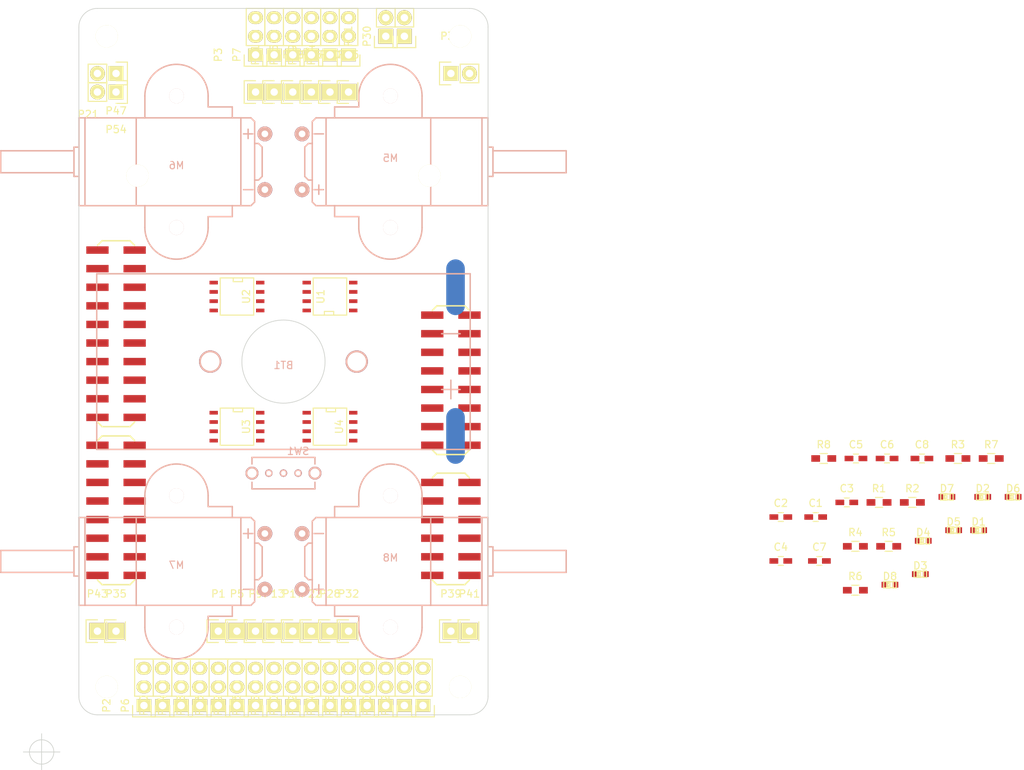
<source format=kicad_pcb>
(kicad_pcb (version 4) (host pcbnew "(2015-07-11 BZR 5925, Git c291b88)-product")

  (general
    (links 176)
    (no_connects 176)
    (area 50.749999 55.829999 106.730001 152.450001)
    (thickness 1.6)
    (drawings 10)
    (tracks 0)
    (zones 0)
    (modules 86)
    (nets 76)
  )

  (page A4)
  (layers
    (0 F.Cu signal)
    (31 B.Cu signal)
    (32 B.Adhes user)
    (33 F.Adhes user)
    (34 B.Paste user)
    (35 F.Paste user)
    (36 B.SilkS user)
    (37 F.SilkS user)
    (38 B.Mask user)
    (39 F.Mask user)
    (40 Dwgs.User user)
    (41 Cmts.User user)
    (42 Eco1.User user)
    (43 Eco2.User user)
    (44 Edge.Cuts user)
    (45 Margin user)
    (46 B.CrtYd user)
    (47 F.CrtYd user)
    (48 B.Fab user)
    (49 F.Fab user)
  )

  (setup
    (last_trace_width 0.2032)
    (user_trace_width 0.254)
    (user_trace_width 0.3048)
    (user_trace_width 0.4064)
    (user_trace_width 0.508)
    (user_trace_width 0.762)
    (user_trace_width 1.016)
    (user_trace_width 1.27)
    (user_trace_width 1.524)
    (user_trace_width 2.032)
    (user_trace_width 2.54)
    (trace_clearance 0.254)
    (zone_clearance 0.508)
    (zone_45_only no)
    (trace_min 0.2)
    (segment_width 0.2)
    (edge_width 0.1)
    (via_size 0.762)
    (via_drill 0.3048)
    (via_min_size 0.4)
    (via_min_drill 0.3)
    (uvia_size 0.3048)
    (uvia_drill 0.1016)
    (uvias_allowed no)
    (uvia_min_size 0.2)
    (uvia_min_drill 0.1)
    (pcb_text_width 0.3)
    (pcb_text_size 1.5 1.5)
    (mod_edge_width 0.15)
    (mod_text_size 1 1)
    (mod_text_width 0.15)
    (pad_size 1.5 1.5)
    (pad_drill 0.6)
    (pad_to_mask_clearance 0)
    (aux_axis_origin 45.72 157.48)
    (grid_origin 45.72 157.48)
    (visible_elements 7FFEF7FF)
    (pcbplotparams
      (layerselection 0x00030_80000001)
      (usegerberextensions false)
      (excludeedgelayer true)
      (linewidth 0.025400)
      (plotframeref false)
      (viasonmask false)
      (mode 1)
      (useauxorigin false)
      (hpglpennumber 1)
      (hpglpenspeed 20)
      (hpglpendiameter 15)
      (hpglpenoverlay 2)
      (psnegative false)
      (psa4output false)
      (plotreference true)
      (plotvalue true)
      (plotinvisibletext false)
      (padsonsilk false)
      (subtractmaskfromsilk false)
      (outputformat 1)
      (mirror false)
      (drillshape 1)
      (scaleselection 1)
      (outputdirectory ""))
  )

  (net 0 "")
  (net 1 GND)
  (net 2 /M1R)
  (net 3 /M1F)
  (net 4 "Net-(D1-Pad1)")
  (net 5 /VIO)
  (net 6 /5V)
  (net 7 /B0)
  (net 8 /C0)
  (net 9 /M3S)
  (net 10 /M3B)
  (net 11 /B1)
  (net 12 /C1)
  (net 13 /M4S)
  (net 14 /M3A)
  (net 15 /B2)
  (net 16 /C2)
  (net 17 /A4)
  (net 18 /RXD)
  (net 19 /B3)
  (net 20 /C3)
  (net 21 /A5)
  (net 22 /TXD)
  (net 23 /B4)
  (net 24 /C4)
  (net 25 /SS)
  (net 26 /SCK)
  (net 27 /B5)
  (net 28 /C5)
  (net 29 /MOSI)
  (net 30 /MISO)
  (net 31 /B6)
  (net 32 /C6)
  (net 33 /SDA)
  (net 34 /SCL)
  (net 35 /B7)
  (net 36 /C7)
  (net 37 /CLK)
  (net 38 /C8)
  (net 39 /A6)
  (net 40 /C9)
  (net 41 /A7)
  (net 42 /C10)
  (net 43 /AREF)
  (net 44 /C11)
  (net 45 /RST)
  (net 46 /C12)
  (net 47 /3.3V)
  (net 48 /C13)
  (net 49 /C14)
  (net 50 /C15)
  (net 51 /M1B)
  (net 52 /M1A)
  (net 53 "Net-(P21-PadA14)")
  (net 54 "Net-(P21-PadB4)")
  (net 55 "Net-(P21-PadB3)")
  (net 56 GNDA)
  (net 57 /M1S)
  (net 58 /M2S)
  (net 59 "Net-(P21-PadB1)")
  (net 60 /M2B)
  (net 61 /M4B)
  (net 62 /M4A)
  (net 63 /M2A)
  (net 64 /M4R)
  (net 65 /M4F)
  (net 66 /M2R)
  (net 67 /M2F)
  (net 68 /M3R)
  (net 69 /M3F)
  (net 70 "Net-(D3-Pad1)")
  (net 71 "Net-(D5-Pad1)")
  (net 72 "Net-(D6-Pad1)")
  (net 73 "Net-(BT1-Pad1)")
  (net 74 +BATT)
  (net 75 /VCC)

  (net_class Default "This is the default net class."
    (clearance 0.254)
    (trace_width 0.2032)
    (via_dia 0.762)
    (via_drill 0.3048)
    (uvia_dia 0.3048)
    (uvia_drill 0.1016)
    (add_net +BATT)
    (add_net /3.3V)
    (add_net /5V)
    (add_net /A4)
    (add_net /A5)
    (add_net /A6)
    (add_net /A7)
    (add_net /AREF)
    (add_net /B0)
    (add_net /B1)
    (add_net /B2)
    (add_net /B3)
    (add_net /B4)
    (add_net /B5)
    (add_net /B6)
    (add_net /B7)
    (add_net /C0)
    (add_net /C1)
    (add_net /C10)
    (add_net /C11)
    (add_net /C12)
    (add_net /C13)
    (add_net /C14)
    (add_net /C15)
    (add_net /C2)
    (add_net /C3)
    (add_net /C4)
    (add_net /C5)
    (add_net /C6)
    (add_net /C7)
    (add_net /C8)
    (add_net /C9)
    (add_net /CLK)
    (add_net /M1A)
    (add_net /M1B)
    (add_net /M1F)
    (add_net /M1R)
    (add_net /M1S)
    (add_net /M2A)
    (add_net /M2B)
    (add_net /M2F)
    (add_net /M2R)
    (add_net /M2S)
    (add_net /M3A)
    (add_net /M3B)
    (add_net /M3F)
    (add_net /M3R)
    (add_net /M3S)
    (add_net /M4A)
    (add_net /M4B)
    (add_net /M4F)
    (add_net /M4R)
    (add_net /M4S)
    (add_net /MISO)
    (add_net /MOSI)
    (add_net /RST)
    (add_net /RXD)
    (add_net /SCK)
    (add_net /SCL)
    (add_net /SDA)
    (add_net /SS)
    (add_net /TXD)
    (add_net /VCC)
    (add_net /VIO)
    (add_net GND)
    (add_net GNDA)
    (add_net "Net-(BT1-Pad1)")
    (add_net "Net-(D1-Pad1)")
    (add_net "Net-(D3-Pad1)")
    (add_net "Net-(D5-Pad1)")
    (add_net "Net-(D6-Pad1)")
    (add_net "Net-(P21-PadA14)")
    (add_net "Net-(P21-PadB1)")
    (add_net "Net-(P21-PadB3)")
    (add_net "Net-(P21-PadB4)")
  )

  (module local:SS-12D07 (layer B.Cu) (tedit 56B0D4DD) (tstamp 56B13AE3)
    (at 78.74 119.38 180)
    (path /56B0D354)
    (fp_text reference SW1 (at -2 3 180) (layer B.SilkS)
      (effects (font (size 1 1) (thickness 0.15)) (justify mirror))
    )
    (fp_text value SWITCH_INV (at 0 0.5 180) (layer B.Fab)
      (effects (font (size 1 1) (thickness 0.15)) (justify mirror))
    )
    (fp_line (start 4.3 2.15) (end 4.3 1.25) (layer B.SilkS) (width 0.2032))
    (fp_line (start 4.3 -2.15) (end 4.3 -1.25) (layer B.SilkS) (width 0.2032))
    (fp_line (start -4.3 -2.15) (end -4.3 -1.25) (layer B.SilkS) (width 0.2032))
    (fp_line (start -4.3 2.15) (end -4.3 1.25) (layer B.SilkS) (width 0.2032))
    (fp_line (start -4.3 2.15) (end 4.3 2.15) (layer B.SilkS) (width 0.2032))
    (fp_line (start -4.3 -2.15) (end 4.3 -2.15) (layer B.SilkS) (width 0.2032))
    (pad "" thru_hole circle (at 4.3 0 180) (size 1.778 1.778) (drill 1.27) (layers *.Cu *.Mask B.SilkS))
    (pad 1 thru_hole circle (at -2 0 180) (size 1.016 1.016) (drill 0.635) (layers *.Cu *.Mask B.SilkS)
      (net 1 GND))
    (pad 2 thru_hole circle (at 0 0 180) (size 1.016 1.016) (drill 0.635) (layers *.Cu *.Mask B.SilkS)
      (net 74 +BATT))
    (pad 3 thru_hole circle (at 2 0 180) (size 1.016 1.016) (drill 0.635) (layers *.Cu *.Mask B.SilkS)
      (net 73 "Net-(BT1-Pad1)"))
    (pad "" thru_hole circle (at -4.3 0 180) (size 1.778 1.778) (drill 1.27) (layers *.Cu *.Mask B.SilkS))
  )

  (module local:Logeek_Socket_SMD (layer F.Cu) (tedit 56AF83E4) (tstamp 56AFC928)
    (at 52.07 69.85)
    (path /56AF875F)
    (fp_text reference P21 (at 0 0.5) (layer F.SilkS)
      (effects (font (size 1 1) (thickness 0.15)))
    )
    (fp_text value Logeek_Socket (at 0 -0.5) (layer F.Fab)
      (effects (font (size 1 1) (thickness 0.15)))
    )
    (fp_line (start 46.99 27.305) (end 47.625 26.67) (layer F.SilkS) (width 0.2032))
    (fp_line (start 47.625 26.67) (end 51.435 26.67) (layer F.SilkS) (width 0.2032))
    (fp_line (start 51.435 26.67) (end 52.07 27.305) (layer F.SilkS) (width 0.2032))
    (fp_line (start 52.07 46.355) (end 51.435 46.99) (layer F.SilkS) (width 0.2032))
    (fp_line (start 51.435 46.99) (end 47.625 46.99) (layer F.SilkS) (width 0.2032))
    (fp_line (start 47.625 46.99) (end 46.99 46.355) (layer F.SilkS) (width 0.2032))
    (fp_line (start 46.99 50.165) (end 47.625 49.53) (layer F.SilkS) (width 0.2032))
    (fp_line (start 47.625 49.53) (end 51.435 49.53) (layer F.SilkS) (width 0.2032))
    (fp_line (start 51.435 49.53) (end 52.07 50.165) (layer F.SilkS) (width 0.2032))
    (fp_line (start 46.99 64.135) (end 47.625 64.77) (layer F.SilkS) (width 0.2032))
    (fp_line (start 47.625 64.77) (end 51.435 64.77) (layer F.SilkS) (width 0.2032))
    (fp_line (start 51.435 64.77) (end 52.07 64.135) (layer F.SilkS) (width 0.2032))
    (fp_line (start 1.27 64.135) (end 1.905 64.77) (layer F.SilkS) (width 0.2032))
    (fp_line (start 1.905 64.77) (end 5.715 64.77) (layer F.SilkS) (width 0.2032))
    (fp_line (start 5.715 64.77) (end 6.35 64.135) (layer F.SilkS) (width 0.2032))
    (fp_line (start 1.27 45.085) (end 1.905 44.45) (layer F.SilkS) (width 0.2032))
    (fp_line (start 1.905 44.45) (end 5.715 44.45) (layer F.SilkS) (width 0.2032))
    (fp_line (start 5.715 44.45) (end 6.35 45.085) (layer F.SilkS) (width 0.2032))
    (fp_line (start 1.905 43.18) (end 5.715 43.18) (layer F.SilkS) (width 0.2032))
    (fp_line (start 5.715 43.18) (end 6.35 42.545) (layer F.SilkS) (width 0.2032))
    (fp_line (start 1.27 42.545) (end 1.905 43.18) (layer F.SilkS) (width 0.2032))
    (fp_line (start 1.27 18.415) (end 1.905 17.78) (layer F.SilkS) (width 0.2032))
    (fp_line (start 1.905 17.78) (end 5.715 17.78) (layer F.SilkS) (width 0.2032))
    (fp_line (start 5.715 17.78) (end 6.35 18.415) (layer F.SilkS) (width 0.2032))
    (fp_line (start 15.24 68.58) (end 48.26 68.58) (layer Dwgs.User) (width 0.2032))
    (fp_line (start 53.34 66.04) (end 53.34 0) (layer Dwgs.User) (width 0.2032))
    (fp_line (start 0 0) (end 0 66.04) (layer Dwgs.User) (width 0.2032))
    (fp_line (start 0 66.04) (end 12.7 66.04) (layer Dwgs.User) (width 0.2032))
    (fp_line (start 12.7 66.04) (end 15.24 68.58) (layer Dwgs.User) (width 0.2032))
    (fp_line (start 53.34 66.04) (end 50.8 66.04) (layer Dwgs.User) (width 0.2032))
    (fp_line (start 50.8 66.04) (end 48.26 68.58) (layer Dwgs.User) (width 0.2032))
    (fp_line (start 50.8 10.795) (end 50.8 -3.81) (layer Dwgs.User) (width 0.2032))
    (fp_line (start 50.8 -3.81) (end 40.64 -3.81) (layer Dwgs.User) (width 0.2032))
    (fp_line (start 40.64 -3.81) (end 40.64 10.795) (layer Dwgs.User) (width 0.2032))
    (fp_line (start 40.64 10.795) (end 50.8 10.795) (layer Dwgs.User) (width 0.2032))
    (fp_line (start 8.89 10.16) (end 8.89 -6.985) (layer Dwgs.User) (width 0.2032))
    (fp_line (start 8.89 -6.985) (end 21.59 -6.985) (layer Dwgs.User) (width 0.2032))
    (fp_line (start 21.59 -6.985) (end 21.59 10.16) (layer Dwgs.User) (width 0.2032))
    (fp_line (start 21.59 10.16) (end 8.89 10.16) (layer Dwgs.User) (width 0.2032))
    (fp_line (start 0 0) (end 53.34 0) (layer Dwgs.User) (width 0.2032))
    (pad B14 smd rect (at 46.99 27.94) (size 3.048 1.016) (layers F.Cu F.Paste F.Mask)
      (net 35 /B7))
    (pad B13 smd rect (at 46.99 30.48) (size 3.048 1.016) (layers F.Cu F.Paste F.Mask)
      (net 31 /B6))
    (pad B12 smd rect (at 46.99 33.02) (size 3.048 1.016) (layers F.Cu F.Paste F.Mask)
      (net 27 /B5))
    (pad B11 smd rect (at 46.99 35.56) (size 3.048 1.016) (layers F.Cu F.Paste F.Mask)
      (net 23 /B4))
    (pad B10 smd rect (at 46.99 38.1) (size 3.048 1.016) (layers F.Cu F.Paste F.Mask)
      (net 19 /B3))
    (pad B9 smd rect (at 46.99 40.64) (size 3.048 1.016) (layers F.Cu F.Paste F.Mask)
      (net 15 /B2))
    (pad B8 smd rect (at 46.99 43.18) (size 3.048 1.016) (layers F.Cu F.Paste F.Mask)
      (net 11 /B1))
    (pad B7 smd rect (at 46.99 45.72) (size 3.048 1.016) (layers F.Cu F.Paste F.Mask)
      (net 7 /B0))
    (pad A14 smd rect (at 52.07 27.94) (size 3.048 1.016) (layers F.Cu F.Paste F.Mask)
      (net 53 "Net-(P21-PadA14)"))
    (pad A13 smd rect (at 52.07 30.48) (size 3.048 1.016) (layers F.Cu F.Paste F.Mask)
      (net 5 /VIO))
    (pad A12 smd rect (at 52.07 33.02) (size 3.048 1.016) (layers F.Cu F.Paste F.Mask)
      (net 45 /RST))
    (pad A11 smd rect (at 52.07 35.56) (size 3.048 1.016) (layers F.Cu F.Paste F.Mask)
      (net 47 /3.3V))
    (pad A10 smd rect (at 52.07 38.1) (size 3.048 1.016) (layers F.Cu F.Paste F.Mask)
      (net 6 /5V))
    (pad A9 smd rect (at 52.07 40.64) (size 3.048 1.016) (layers F.Cu F.Paste F.Mask)
      (net 1 GND))
    (pad A8 smd rect (at 52.07 43.18) (size 3.048 1.016) (layers F.Cu F.Paste F.Mask)
      (net 1 GND))
    (pad A7 smd rect (at 52.07 45.72) (size 3.048 1.016) (layers F.Cu F.Paste F.Mask)
      (net 75 /VCC))
    (pad B6 smd rect (at 46.99 50.8) (size 3.048 1.016) (layers F.Cu F.Paste F.Mask)
      (net 39 /A6))
    (pad B5 smd rect (at 46.99 53.34) (size 3.048 1.016) (layers F.Cu F.Paste F.Mask)
      (net 41 /A7))
    (pad B4 smd rect (at 46.99 55.88) (size 3.048 1.016) (layers F.Cu F.Paste F.Mask)
      (net 54 "Net-(P21-PadB4)"))
    (pad B3 smd rect (at 46.99 58.42) (size 3.048 1.016) (layers F.Cu F.Paste F.Mask)
      (net 55 "Net-(P21-PadB3)"))
    (pad B2 smd rect (at 46.99 60.96) (size 3.048 1.016) (layers F.Cu F.Paste F.Mask)
      (net 56 GNDA))
    (pad A6 smd rect (at 52.07 50.8) (size 3.048 1.016) (layers F.Cu F.Paste F.Mask)
      (net 57 /M1S))
    (pad A5 smd rect (at 52.07 53.34) (size 3.048 1.016) (layers F.Cu F.Paste F.Mask)
      (net 58 /M2S))
    (pad A4 smd rect (at 52.07 55.88) (size 3.048 1.016) (layers F.Cu F.Paste F.Mask)
      (net 9 /M3S))
    (pad A3 smd rect (at 52.07 58.42) (size 3.048 1.016) (layers F.Cu F.Paste F.Mask)
      (net 13 /M4S))
    (pad A2 smd rect (at 52.07 60.96) (size 3.048 1.016) (layers F.Cu F.Paste F.Mask)
      (net 17 /A4))
    (pad B1 smd rect (at 46.99 63.5) (size 3.048 1.016) (layers F.Cu F.Paste F.Mask)
      (net 59 "Net-(P21-PadB1)"))
    (pad A1 smd rect (at 52.07 63.5) (size 3.048 1.016) (layers F.Cu F.Paste F.Mask)
      (net 21 /A5))
    (pad C18 smd rect (at 6.35 19.05) (size 3.048 1.016) (layers F.Cu F.Paste F.Mask)
      (net 1 GND))
    (pad C17 smd rect (at 6.35 21.59) (size 3.048 1.016) (layers F.Cu F.Paste F.Mask)
      (net 37 /CLK))
    (pad C16 smd rect (at 6.35 24.13) (size 3.048 1.016) (layers F.Cu F.Paste F.Mask)
      (net 50 /C15))
    (pad C15 smd rect (at 6.35 26.67) (size 3.048 1.016) (layers F.Cu F.Paste F.Mask)
      (net 49 /C14))
    (pad C14 smd rect (at 6.35 29.21) (size 3.048 1.016) (layers F.Cu F.Paste F.Mask)
      (net 48 /C13))
    (pad C13 smd rect (at 6.35 31.75) (size 3.048 1.016) (layers F.Cu F.Paste F.Mask)
      (net 46 /C12))
    (pad C12 smd rect (at 6.35 34.29) (size 3.048 1.016) (layers F.Cu F.Paste F.Mask)
      (net 44 /C11))
    (pad C11 smd rect (at 6.35 36.83) (size 3.048 1.016) (layers F.Cu F.Paste F.Mask)
      (net 42 /C10))
    (pad C10 smd rect (at 6.35 39.37) (size 3.048 1.016) (layers F.Cu F.Paste F.Mask)
      (net 40 /C9))
    (pad C9 smd rect (at 6.35 41.91) (size 3.048 1.016) (layers F.Cu F.Paste F.Mask)
      (net 38 /C8))
    (pad D18 smd rect (at 1.27 19.05) (size 3.048 1.016) (layers F.Cu F.Paste F.Mask)
      (net 34 /SCL))
    (pad D17 smd rect (at 1.27 21.59) (size 3.048 1.016) (layers F.Cu F.Paste F.Mask)
      (net 33 /SDA))
    (pad D16 smd rect (at 1.27 24.13) (size 3.048 1.016) (layers F.Cu F.Paste F.Mask)
      (net 43 /AREF))
    (pad D15 smd rect (at 1.27 26.67) (size 3.048 1.016) (layers F.Cu F.Paste F.Mask)
      (net 1 GND))
    (pad D14 smd rect (at 1.27 29.21) (size 3.048 1.016) (layers F.Cu F.Paste F.Mask)
      (net 26 /SCK))
    (pad D13 smd rect (at 1.27 31.75) (size 3.048 1.016) (layers F.Cu F.Paste F.Mask)
      (net 30 /MISO))
    (pad D12 smd rect (at 1.27 34.29) (size 3.048 1.016) (layers F.Cu F.Paste F.Mask)
      (net 29 /MOSI))
    (pad D11 smd rect (at 1.27 36.83) (size 3.048 1.016) (layers F.Cu F.Paste F.Mask)
      (net 25 /SS))
    (pad D10 smd rect (at 1.27 39.37) (size 3.048 1.016) (layers F.Cu F.Paste F.Mask)
      (net 60 /M2B))
    (pad D9 smd rect (at 1.27 41.91) (size 3.048 1.016) (layers F.Cu F.Paste F.Mask)
      (net 61 /M4B))
    (pad C8 smd rect (at 6.35 45.72) (size 3.048 1.016) (layers F.Cu F.Paste F.Mask)
      (net 36 /C7))
    (pad C7 smd rect (at 6.35 48.26) (size 3.048 1.016) (layers F.Cu F.Paste F.Mask)
      (net 32 /C6))
    (pad C6 smd rect (at 6.35 50.8) (size 3.048 1.016) (layers F.Cu F.Paste F.Mask)
      (net 28 /C5))
    (pad C5 smd rect (at 6.35 53.34) (size 3.048 1.016) (layers F.Cu F.Paste F.Mask)
      (net 24 /C4))
    (pad C4 smd rect (at 6.35 55.88) (size 3.048 1.016) (layers F.Cu F.Paste F.Mask)
      (net 20 /C3))
    (pad C3 smd rect (at 6.35 58.42) (size 3.048 1.016) (layers F.Cu F.Paste F.Mask)
      (net 16 /C2))
    (pad C2 smd rect (at 6.35 60.96) (size 3.048 1.016) (layers F.Cu F.Paste F.Mask)
      (net 12 /C1))
    (pad D8 smd rect (at 1.27 45.72) (size 3.048 1.016) (layers F.Cu F.Paste F.Mask)
      (net 62 /M4A))
    (pad D7 smd rect (at 1.27 48.26) (size 3.048 1.016) (layers F.Cu F.Paste F.Mask)
      (net 63 /M2A))
    (pad D6 smd rect (at 1.27 50.8) (size 3.048 1.016) (layers F.Cu F.Paste F.Mask)
      (net 51 /M1B))
    (pad D5 smd rect (at 1.27 53.34) (size 3.048 1.016) (layers F.Cu F.Paste F.Mask)
      (net 10 /M3B))
    (pad D4 smd rect (at 1.27 55.88) (size 3.048 1.016) (layers F.Cu F.Paste F.Mask)
      (net 52 /M1A))
    (pad D3 smd rect (at 1.27 58.42) (size 3.048 1.016) (layers F.Cu F.Paste F.Mask)
      (net 14 /M3A))
    (pad D2 smd rect (at 1.27 60.96) (size 3.048 1.016) (layers F.Cu F.Paste F.Mask)
      (net 22 /TXD))
    (pad C1 smd rect (at 6.35 63.5) (size 3.048 1.016) (layers F.Cu F.Paste F.Mask)
      (net 8 /C0))
    (pad D1 smd rect (at 1.27 63.5) (size 3.048 1.016) (layers F.Cu F.Paste F.Mask)
      (net 18 /RXD))
  )

  (module local:Mounting_Hole_3mm (layer F.Cu) (tedit 56A8D9E6) (tstamp 56A8DB15)
    (at 102.87 148.59)
    (path /56A9814C)
    (fp_text reference M4 (at 0 0.5) (layer F.SilkS) hide
      (effects (font (size 1 1) (thickness 0.15)))
    )
    (fp_text value Mounting_Hole (at 0 -0.5) (layer F.Fab) hide
      (effects (font (size 1 1) (thickness 0.15)))
    )
    (pad "" np_thru_hole circle (at 0 0) (size 3.048 3.048) (drill 3.048) (layers *.Cu *.Mask F.SilkS)
      (clearance 1.27))
  )

  (module local:Mounting_Hole_3mm (layer F.Cu) (tedit 56A8D9E6) (tstamp 56A8DB11)
    (at 54.61 148.59)
    (path /56A98075)
    (fp_text reference M3 (at 0 0.5) (layer F.SilkS) hide
      (effects (font (size 1 1) (thickness 0.15)))
    )
    (fp_text value Mounting_Hole (at 0 -0.5) (layer F.Fab) hide
      (effects (font (size 1 1) (thickness 0.15)))
    )
    (pad "" np_thru_hole circle (at 0 0) (size 3.048 3.048) (drill 3.048) (layers *.Cu *.Mask F.SilkS)
      (clearance 1.27))
  )

  (module local:Mounting_Hole_3mm (layer F.Cu) (tedit 56A8D9E6) (tstamp 56A8DB0D)
    (at 54.61 59.69)
    (path /56A97F9F)
    (fp_text reference M2 (at 0 0.5) (layer F.SilkS) hide
      (effects (font (size 1 1) (thickness 0.15)))
    )
    (fp_text value Mounting_Hole (at 0 -0.5) (layer F.Fab) hide
      (effects (font (size 1 1) (thickness 0.15)))
    )
    (pad "" np_thru_hole circle (at 0 0) (size 3.048 3.048) (drill 3.048) (layers *.Cu *.Mask F.SilkS)
      (clearance 1.27))
  )

  (module local:Mounting_Hole_3mm (layer F.Cu) (tedit 56A8D9E6) (tstamp 56A8DB09)
    (at 102.87 59.69)
    (path /56A97AF0)
    (fp_text reference M1 (at 0 0.5) (layer F.SilkS) hide
      (effects (font (size 1 1) (thickness 0.15)))
    )
    (fp_text value Mounting_Hole (at 0 -0.5) (layer F.Fab) hide
      (effects (font (size 1 1) (thickness 0.15)))
    )
    (pad "" np_thru_hole circle (at 0 0) (size 3.048 3.048) (drill 3.048) (layers *.Cu *.Mask F.SilkS)
      (clearance 1.27))
  )

  (module local:Battery_Case_AAAx2 (layer B.Cu) (tedit 56B0D6C6) (tstamp 56A8C7C1)
    (at 78.74 104.14 180)
    (path /56A8C54E)
    (fp_text reference BT1 (at 0 -0.5 180) (layer B.SilkS)
      (effects (font (size 1 1) (thickness 0.15)) (justify mirror))
    )
    (fp_text value Battery (at 0 0.5 180) (layer B.Fab)
      (effects (font (size 1 1) (thickness 0.15)) (justify mirror))
    )
    (fp_line (start -24.13 3.81) (end -21.59 3.81) (layer B.SilkS) (width 0.2032))
    (fp_line (start -22.86 -2.54) (end -22.86 -5.08) (layer B.SilkS) (width 0.2032))
    (fp_line (start -24.13 -3.81) (end -21.59 -3.81) (layer B.SilkS) (width 0.2032))
    (fp_line (start -25.5 12) (end 25.5 12) (layer B.SilkS) (width 0.2032))
    (fp_line (start 25.5 12) (end 25.5 -12) (layer B.SilkS) (width 0.2032))
    (fp_line (start 25.5 -12) (end -25.5 -12) (layer B.SilkS) (width 0.2032))
    (fp_line (start -25.5 -12) (end -25.5 12) (layer B.SilkS) (width 0.2032))
    (pad 2 smd oval (at -23.495 10.16 180) (size 2.54 7.62) (layers B.Cu B.Paste B.Mask)
      (net 1 GND))
    (pad "" np_thru_hole circle (at 10 0 180) (size 3.048 3.048) (drill 2.54) (layers *.Cu *.Mask B.SilkS))
    (pad "" np_thru_hole circle (at -10 0 180) (size 3.048 3.048) (drill 2.54) (layers *.Cu *.Mask B.SilkS))
    (pad 1 smd oval (at -23.495 -10.16 180) (size 2.54 7.62) (layers B.Cu B.Paste B.Mask)
      (net 73 "Net-(BT1-Pad1)"))
  )

  (module Socket_Strips:Socket_Strip_Straight_1x02 (layer F.Cu) (tedit 54E9F75E) (tstamp 56AB8912)
    (at 95.25 59.69 90)
    (descr "Through hole socket strip")
    (tags "socket strip")
    (path /56AAB30A)
    (fp_text reference P30 (at 0 -5.1 90) (layer F.SilkS)
      (effects (font (size 1 1) (thickness 0.15)))
    )
    (fp_text value CONN_01X02 (at 0 -3.1 90) (layer F.Fab)
      (effects (font (size 1 1) (thickness 0.15)))
    )
    (fp_line (start -1.55 1.55) (end 0 1.55) (layer F.SilkS) (width 0.15))
    (fp_line (start 3.81 1.27) (end 1.27 1.27) (layer F.SilkS) (width 0.15))
    (fp_line (start -1.75 -1.75) (end -1.75 1.75) (layer F.CrtYd) (width 0.05))
    (fp_line (start 4.3 -1.75) (end 4.3 1.75) (layer F.CrtYd) (width 0.05))
    (fp_line (start -1.75 -1.75) (end 4.3 -1.75) (layer F.CrtYd) (width 0.05))
    (fp_line (start -1.75 1.75) (end 4.3 1.75) (layer F.CrtYd) (width 0.05))
    (fp_line (start 1.27 1.27) (end 1.27 -1.27) (layer F.SilkS) (width 0.15))
    (fp_line (start 0 -1.55) (end -1.55 -1.55) (layer F.SilkS) (width 0.15))
    (fp_line (start -1.55 -1.55) (end -1.55 1.55) (layer F.SilkS) (width 0.15))
    (fp_line (start 1.27 -1.27) (end 3.81 -1.27) (layer F.SilkS) (width 0.15))
    (fp_line (start 3.81 -1.27) (end 3.81 1.27) (layer F.SilkS) (width 0.15))
    (pad 1 thru_hole rect (at 0 0 90) (size 2.032 2.032) (drill 1.016) (layers *.Cu *.Mask F.SilkS)
      (net 45 /RST))
    (pad 2 thru_hole oval (at 2.54 0 90) (size 2.032 2.032) (drill 1.016) (layers *.Cu *.Mask F.SilkS)
      (net 1 GND))
    (model Socket_Strips.3dshapes/Socket_Strip_Straight_1x02.wrl
      (at (xyz 0.05 0 0))
      (scale (xyz 1 1 1))
      (rotate (xyz 0 0 180))
    )
  )

  (module Socket_Strips:Socket_Strip_Straight_1x02 (layer F.Cu) (tedit 54E9F75E) (tstamp 56AB8578)
    (at 55.88 64.77 180)
    (descr "Through hole socket strip")
    (tags "socket strip")
    (path /56AA9EB3)
    (fp_text reference P47 (at 0 -5.1 180) (layer F.SilkS)
      (effects (font (size 1 1) (thickness 0.15)))
    )
    (fp_text value CONN_01X02 (at 0 -3.1 180) (layer F.Fab)
      (effects (font (size 1 1) (thickness 0.15)))
    )
    (fp_line (start -1.55 1.55) (end 0 1.55) (layer F.SilkS) (width 0.15))
    (fp_line (start 3.81 1.27) (end 1.27 1.27) (layer F.SilkS) (width 0.15))
    (fp_line (start -1.75 -1.75) (end -1.75 1.75) (layer F.CrtYd) (width 0.05))
    (fp_line (start 4.3 -1.75) (end 4.3 1.75) (layer F.CrtYd) (width 0.05))
    (fp_line (start -1.75 -1.75) (end 4.3 -1.75) (layer F.CrtYd) (width 0.05))
    (fp_line (start -1.75 1.75) (end 4.3 1.75) (layer F.CrtYd) (width 0.05))
    (fp_line (start 1.27 1.27) (end 1.27 -1.27) (layer F.SilkS) (width 0.15))
    (fp_line (start 0 -1.55) (end -1.55 -1.55) (layer F.SilkS) (width 0.15))
    (fp_line (start -1.55 -1.55) (end -1.55 1.55) (layer F.SilkS) (width 0.15))
    (fp_line (start 1.27 -1.27) (end 3.81 -1.27) (layer F.SilkS) (width 0.15))
    (fp_line (start 3.81 -1.27) (end 3.81 1.27) (layer F.SilkS) (width 0.15))
    (pad 1 thru_hole rect (at 0 0 180) (size 2.032 2.032) (drill 1.016) (layers *.Cu *.Mask F.SilkS)
      (net 47 /3.3V))
    (pad 2 thru_hole oval (at 2.54 0 180) (size 2.032 2.032) (drill 1.016) (layers *.Cu *.Mask F.SilkS)
      (net 1 GND))
    (model Socket_Strips.3dshapes/Socket_Strip_Straight_1x02.wrl
      (at (xyz 0.05 0 0))
      (scale (xyz 1 1 1))
      (rotate (xyz 0 0 180))
    )
  )

  (module Socket_Strips:Socket_Strip_Straight_1x02 (layer F.Cu) (tedit 54E9F75E) (tstamp 56AB79E5)
    (at 55.88 67.31 180)
    (descr "Through hole socket strip")
    (tags "socket strip")
    (path /56AA3EC9)
    (fp_text reference P54 (at 0 -5.1 180) (layer F.SilkS)
      (effects (font (size 1 1) (thickness 0.15)))
    )
    (fp_text value CONN_01X02 (at 0 -3.1 180) (layer F.Fab)
      (effects (font (size 1 1) (thickness 0.15)))
    )
    (fp_line (start -1.55 1.55) (end 0 1.55) (layer F.SilkS) (width 0.15))
    (fp_line (start 3.81 1.27) (end 1.27 1.27) (layer F.SilkS) (width 0.15))
    (fp_line (start -1.75 -1.75) (end -1.75 1.75) (layer F.CrtYd) (width 0.05))
    (fp_line (start 4.3 -1.75) (end 4.3 1.75) (layer F.CrtYd) (width 0.05))
    (fp_line (start -1.75 -1.75) (end 4.3 -1.75) (layer F.CrtYd) (width 0.05))
    (fp_line (start -1.75 1.75) (end 4.3 1.75) (layer F.CrtYd) (width 0.05))
    (fp_line (start 1.27 1.27) (end 1.27 -1.27) (layer F.SilkS) (width 0.15))
    (fp_line (start 0 -1.55) (end -1.55 -1.55) (layer F.SilkS) (width 0.15))
    (fp_line (start -1.55 -1.55) (end -1.55 1.55) (layer F.SilkS) (width 0.15))
    (fp_line (start 1.27 -1.27) (end 3.81 -1.27) (layer F.SilkS) (width 0.15))
    (fp_line (start 3.81 -1.27) (end 3.81 1.27) (layer F.SilkS) (width 0.15))
    (pad 1 thru_hole rect (at 0 0 180) (size 2.032 2.032) (drill 1.016) (layers *.Cu *.Mask F.SilkS)
      (net 6 /5V))
    (pad 2 thru_hole oval (at 2.54 0 180) (size 2.032 2.032) (drill 1.016) (layers *.Cu *.Mask F.SilkS)
      (net 1 GND))
    (model Socket_Strips.3dshapes/Socket_Strip_Straight_1x02.wrl
      (at (xyz 0.05 0 0))
      (scale (xyz 1 1 1))
      (rotate (xyz 0 0 180))
    )
  )

  (module local:N20_Mount_Rack (layer B.Cu) (tedit 56AF9CB0) (tstamp 56AB79D4)
    (at 93.345 131.445)
    (path /56AA76C9)
    (fp_text reference M8 (at 0 -0.5) (layer B.SilkS)
      (effects (font (size 1 1) (thickness 0.15)) (justify mirror))
    )
    (fp_text value Motor (at 0 0.5) (layer B.Fab)
      (effects (font (size 1 1) (thickness 0.15)) (justify mirror))
    )
    (fp_line (start -8.7884 5.9944) (end -8.7884 -5.969) (layer B.SilkS) (width 0.2032))
    (fp_line (start -7.62 -7.493) (end -7.62 -6.0198) (layer B.SilkS) (width 0.2032))
    (fp_line (start -7.62 7.493) (end -7.62 6.0198) (layer B.SilkS) (width 0.2032))
    (fp_line (start 4.318 -8.9916) (end 4.318 -6.0198) (layer B.SilkS) (width 0.2032))
    (fp_line (start 4.318 8.9916) (end 4.318 6.0198) (layer B.SilkS) (width 0.2032))
    (fp_line (start 4.3 -6) (end -7.6 -6) (layer B.SilkS) (width 0.2032))
    (fp_line (start 4.4 6) (end -7.6 6) (layer B.SilkS) (width 0.2032))
    (fp_line (start -10.414 -3.81) (end -9.144 -3.81) (layer B.SilkS) (width 0.2032))
    (fp_line (start -9.779 3.175) (end -9.779 4.445) (layer B.SilkS) (width 0.2032))
    (fp_line (start -10.414 3.81) (end -9.144 3.81) (layer B.SilkS) (width 0.2032))
    (fp_line (start 12.5 6) (end 12.5 -6) (layer B.SilkS) (width 0.2032))
    (fp_line (start 5.5 6) (end 5.5 -6) (layer B.SilkS) (width 0.2032))
    (fp_line (start 24 -1.5) (end 14 -1.5) (layer B.SilkS) (width 0.2032))
    (fp_line (start 24 1.5) (end 14 1.5) (layer B.SilkS) (width 0.2032))
    (fp_line (start 24 1.5) (end 24 -1.5) (layer B.SilkS) (width 0.2032))
    (fp_line (start 13.5 2) (end 14 2) (layer B.SilkS) (width 0.2032))
    (fp_line (start 14 2) (end 14 -2) (layer B.SilkS) (width 0.2032))
    (fp_line (start 14 -2) (end 13.5 -2) (layer B.SilkS) (width 0.2032))
    (fp_line (start 4.318 6) (end 13.318 6) (layer B.SilkS) (width 0.2032))
    (fp_line (start 13.318 6) (end 13.318003 -6) (layer B.SilkS) (width 0.2032))
    (fp_line (start 13.318 -6) (end 4.318 -6) (layer B.SilkS) (width 0.2032))
    (fp_line (start -10.16 -6) (end -10.668 -5.5) (layer B.SilkS) (width 0.2032))
    (fp_line (start -7.62 -6) (end -10.16 -6) (layer B.SilkS) (width 0.2032))
    (fp_line (start -4.318 -7.493) (end -4.318 -8.9916) (layer B.SilkS) (width 0.2032))
    (fp_line (start -4.318 -7.493) (end -7.62 -7.493) (layer B.SilkS) (width 0.2032))
    (fp_line (start -10.16 6) (end -10.668 5.5) (layer B.SilkS) (width 0.2032))
    (fp_line (start -7.62 6) (end -10.16 6) (layer B.SilkS) (width 0.2032))
    (fp_line (start -4.318 8.9916) (end -4.318 7.493) (layer B.SilkS) (width 0.2032))
    (fp_line (start -4.318 7.493) (end -7.62 7.493) (layer B.SilkS) (width 0.2032))
    (fp_arc (start 0 -8.9916) (end -4.318 -8.9916) (angle 180) (layer B.SilkS) (width 0.2032))
    (fp_arc (start 0 8.9916) (end 4.318 8.9916) (angle 180) (layer B.SilkS) (width 0.2032))
    (fp_line (start -10.668 -5.5) (end -10.668 5.5) (layer B.SilkS) (width 0.2032))
    (fp_line (start -10.7 2.5) (end -11.2 2.5) (layer B.SilkS) (width 0.2032))
    (fp_line (start -11.2 2.5) (end -11.7 2) (layer B.SilkS) (width 0.2032))
    (fp_line (start -11.7 2) (end -11.7 -2) (layer B.SilkS) (width 0.2032))
    (fp_line (start -11.7 -2) (end -11.2 -2.5) (layer B.SilkS) (width 0.2032))
    (fp_line (start -11.2 -2.5) (end -10.7 -2.5) (layer B.SilkS) (width 0.2032))
    (pad "" np_thru_hole circle (at 0 -8.9916) (size 2.032 2.032) (drill 2.032) (layers *.Cu *.Mask B.SilkS)
      (clearance 2.032))
    (pad 1 thru_hole circle (at -12.065 3.81) (size 2.032 2.032) (drill 0.9144) (layers *.Cu *.Mask B.SilkS)
      (net 65 /M4F))
    (pad 2 thru_hole circle (at -12.065 -3.81) (size 2.032 2.032) (drill 0.9144) (layers *.Cu *.Mask B.SilkS)
      (net 64 /M4R))
    (pad "" np_thru_hole circle (at 0 8.9916) (size 2.032 2.032) (drill 2.032) (layers *.Cu *.Mask B.SilkS)
      (clearance 2.032))
  )

  (module local:N20_Mount_Rack (layer B.Cu) (tedit 56AF9CB0) (tstamp 56AB79AC)
    (at 64.135 131.445 180)
    (path /56AA75E3)
    (fp_text reference M7 (at 0 -0.5 180) (layer B.SilkS)
      (effects (font (size 1 1) (thickness 0.15)) (justify mirror))
    )
    (fp_text value Motor (at 0 0.5 180) (layer B.Fab)
      (effects (font (size 1 1) (thickness 0.15)) (justify mirror))
    )
    (fp_line (start -8.7884 5.9944) (end -8.7884 -5.969) (layer B.SilkS) (width 0.2032))
    (fp_line (start -7.62 -7.493) (end -7.62 -6.0198) (layer B.SilkS) (width 0.2032))
    (fp_line (start -7.62 7.493) (end -7.62 6.0198) (layer B.SilkS) (width 0.2032))
    (fp_line (start 4.318 -8.9916) (end 4.318 -6.0198) (layer B.SilkS) (width 0.2032))
    (fp_line (start 4.318 8.9916) (end 4.318 6.0198) (layer B.SilkS) (width 0.2032))
    (fp_line (start 4.3 -6) (end -7.6 -6) (layer B.SilkS) (width 0.2032))
    (fp_line (start 4.4 6) (end -7.6 6) (layer B.SilkS) (width 0.2032))
    (fp_line (start -10.414 -3.81) (end -9.144 -3.81) (layer B.SilkS) (width 0.2032))
    (fp_line (start -9.779 3.175) (end -9.779 4.445) (layer B.SilkS) (width 0.2032))
    (fp_line (start -10.414 3.81) (end -9.144 3.81) (layer B.SilkS) (width 0.2032))
    (fp_line (start 12.5 6) (end 12.5 -6) (layer B.SilkS) (width 0.2032))
    (fp_line (start 5.5 6) (end 5.5 -6) (layer B.SilkS) (width 0.2032))
    (fp_line (start 24 -1.5) (end 14 -1.5) (layer B.SilkS) (width 0.2032))
    (fp_line (start 24 1.5) (end 14 1.5) (layer B.SilkS) (width 0.2032))
    (fp_line (start 24 1.5) (end 24 -1.5) (layer B.SilkS) (width 0.2032))
    (fp_line (start 13.5 2) (end 14 2) (layer B.SilkS) (width 0.2032))
    (fp_line (start 14 2) (end 14 -2) (layer B.SilkS) (width 0.2032))
    (fp_line (start 14 -2) (end 13.5 -2) (layer B.SilkS) (width 0.2032))
    (fp_line (start 4.318 6) (end 13.318 6) (layer B.SilkS) (width 0.2032))
    (fp_line (start 13.318 6) (end 13.318003 -6) (layer B.SilkS) (width 0.2032))
    (fp_line (start 13.318 -6) (end 4.318 -6) (layer B.SilkS) (width 0.2032))
    (fp_line (start -10.16 -6) (end -10.668 -5.5) (layer B.SilkS) (width 0.2032))
    (fp_line (start -7.62 -6) (end -10.16 -6) (layer B.SilkS) (width 0.2032))
    (fp_line (start -4.318 -7.493) (end -4.318 -8.9916) (layer B.SilkS) (width 0.2032))
    (fp_line (start -4.318 -7.493) (end -7.62 -7.493) (layer B.SilkS) (width 0.2032))
    (fp_line (start -10.16 6) (end -10.668 5.5) (layer B.SilkS) (width 0.2032))
    (fp_line (start -7.62 6) (end -10.16 6) (layer B.SilkS) (width 0.2032))
    (fp_line (start -4.318 8.9916) (end -4.318 7.493) (layer B.SilkS) (width 0.2032))
    (fp_line (start -4.318 7.493) (end -7.62 7.493) (layer B.SilkS) (width 0.2032))
    (fp_arc (start 0 -8.9916) (end -4.318 -8.9916) (angle 180) (layer B.SilkS) (width 0.2032))
    (fp_arc (start 0 8.9916) (end 4.318 8.9916) (angle 180) (layer B.SilkS) (width 0.2032))
    (fp_line (start -10.668 -5.5) (end -10.668 5.5) (layer B.SilkS) (width 0.2032))
    (fp_line (start -10.7 2.5) (end -11.2 2.5) (layer B.SilkS) (width 0.2032))
    (fp_line (start -11.2 2.5) (end -11.7 2) (layer B.SilkS) (width 0.2032))
    (fp_line (start -11.7 2) (end -11.7 -2) (layer B.SilkS) (width 0.2032))
    (fp_line (start -11.7 -2) (end -11.2 -2.5) (layer B.SilkS) (width 0.2032))
    (fp_line (start -11.2 -2.5) (end -10.7 -2.5) (layer B.SilkS) (width 0.2032))
    (pad "" np_thru_hole circle (at 0 -8.9916 180) (size 2.032 2.032) (drill 2.032) (layers *.Cu *.Mask B.SilkS)
      (clearance 2.032))
    (pad 1 thru_hole circle (at -12.065 3.81 180) (size 2.032 2.032) (drill 0.9144) (layers *.Cu *.Mask B.SilkS)
      (net 68 /M3R))
    (pad 2 thru_hole circle (at -12.065 -3.81 180) (size 2.032 2.032) (drill 0.9144) (layers *.Cu *.Mask B.SilkS)
      (net 69 /M3F))
    (pad "" np_thru_hole circle (at 0 8.9916 180) (size 2.032 2.032) (drill 2.032) (layers *.Cu *.Mask B.SilkS)
      (clearance 2.032))
  )

  (module local:N20_Mount_Rack (layer B.Cu) (tedit 56AF9CB0) (tstamp 56AB7984)
    (at 64.135 76.835 180)
    (path /56AA74FE)
    (fp_text reference M6 (at 0 -0.5 180) (layer B.SilkS)
      (effects (font (size 1 1) (thickness 0.15)) (justify mirror))
    )
    (fp_text value Motor (at 0 0.5 180) (layer B.Fab)
      (effects (font (size 1 1) (thickness 0.15)) (justify mirror))
    )
    (fp_line (start -8.7884 5.9944) (end -8.7884 -5.969) (layer B.SilkS) (width 0.2032))
    (fp_line (start -7.62 -7.493) (end -7.62 -6.0198) (layer B.SilkS) (width 0.2032))
    (fp_line (start -7.62 7.493) (end -7.62 6.0198) (layer B.SilkS) (width 0.2032))
    (fp_line (start 4.318 -8.9916) (end 4.318 -6.0198) (layer B.SilkS) (width 0.2032))
    (fp_line (start 4.318 8.9916) (end 4.318 6.0198) (layer B.SilkS) (width 0.2032))
    (fp_line (start 4.3 -6) (end -7.6 -6) (layer B.SilkS) (width 0.2032))
    (fp_line (start 4.4 6) (end -7.6 6) (layer B.SilkS) (width 0.2032))
    (fp_line (start -10.414 -3.81) (end -9.144 -3.81) (layer B.SilkS) (width 0.2032))
    (fp_line (start -9.779 3.175) (end -9.779 4.445) (layer B.SilkS) (width 0.2032))
    (fp_line (start -10.414 3.81) (end -9.144 3.81) (layer B.SilkS) (width 0.2032))
    (fp_line (start 12.5 6) (end 12.5 -6) (layer B.SilkS) (width 0.2032))
    (fp_line (start 5.5 6) (end 5.5 -6) (layer B.SilkS) (width 0.2032))
    (fp_line (start 24 -1.5) (end 14 -1.5) (layer B.SilkS) (width 0.2032))
    (fp_line (start 24 1.5) (end 14 1.5) (layer B.SilkS) (width 0.2032))
    (fp_line (start 24 1.5) (end 24 -1.5) (layer B.SilkS) (width 0.2032))
    (fp_line (start 13.5 2) (end 14 2) (layer B.SilkS) (width 0.2032))
    (fp_line (start 14 2) (end 14 -2) (layer B.SilkS) (width 0.2032))
    (fp_line (start 14 -2) (end 13.5 -2) (layer B.SilkS) (width 0.2032))
    (fp_line (start 4.318 6) (end 13.318 6) (layer B.SilkS) (width 0.2032))
    (fp_line (start 13.318 6) (end 13.318003 -6) (layer B.SilkS) (width 0.2032))
    (fp_line (start 13.318 -6) (end 4.318 -6) (layer B.SilkS) (width 0.2032))
    (fp_line (start -10.16 -6) (end -10.668 -5.5) (layer B.SilkS) (width 0.2032))
    (fp_line (start -7.62 -6) (end -10.16 -6) (layer B.SilkS) (width 0.2032))
    (fp_line (start -4.318 -7.493) (end -4.318 -8.9916) (layer B.SilkS) (width 0.2032))
    (fp_line (start -4.318 -7.493) (end -7.62 -7.493) (layer B.SilkS) (width 0.2032))
    (fp_line (start -10.16 6) (end -10.668 5.5) (layer B.SilkS) (width 0.2032))
    (fp_line (start -7.62 6) (end -10.16 6) (layer B.SilkS) (width 0.2032))
    (fp_line (start -4.318 8.9916) (end -4.318 7.493) (layer B.SilkS) (width 0.2032))
    (fp_line (start -4.318 7.493) (end -7.62 7.493) (layer B.SilkS) (width 0.2032))
    (fp_arc (start 0 -8.9916) (end -4.318 -8.9916) (angle 180) (layer B.SilkS) (width 0.2032))
    (fp_arc (start 0 8.9916) (end 4.318 8.9916) (angle 180) (layer B.SilkS) (width 0.2032))
    (fp_line (start -10.668 -5.5) (end -10.668 5.5) (layer B.SilkS) (width 0.2032))
    (fp_line (start -10.7 2.5) (end -11.2 2.5) (layer B.SilkS) (width 0.2032))
    (fp_line (start -11.2 2.5) (end -11.7 2) (layer B.SilkS) (width 0.2032))
    (fp_line (start -11.7 2) (end -11.7 -2) (layer B.SilkS) (width 0.2032))
    (fp_line (start -11.7 -2) (end -11.2 -2.5) (layer B.SilkS) (width 0.2032))
    (fp_line (start -11.2 -2.5) (end -10.7 -2.5) (layer B.SilkS) (width 0.2032))
    (pad "" np_thru_hole circle (at 0 -8.9916 180) (size 2.032 2.032) (drill 2.032) (layers *.Cu *.Mask B.SilkS)
      (clearance 2.032))
    (pad 1 thru_hole circle (at -12.065 3.81 180) (size 2.032 2.032) (drill 0.9144) (layers *.Cu *.Mask B.SilkS)
      (net 66 /M2R))
    (pad 2 thru_hole circle (at -12.065 -3.81 180) (size 2.032 2.032) (drill 0.9144) (layers *.Cu *.Mask B.SilkS)
      (net 67 /M2F))
    (pad "" np_thru_hole circle (at 0 8.9916 180) (size 2.032 2.032) (drill 2.032) (layers *.Cu *.Mask B.SilkS)
      (clearance 2.032))
  )

  (module local:N20_Mount_Rack (layer B.Cu) (tedit 56AF9CB0) (tstamp 56AB795C)
    (at 93.345 76.835)
    (path /56AA6AA0)
    (fp_text reference M5 (at 0 -0.5) (layer B.SilkS)
      (effects (font (size 1 1) (thickness 0.15)) (justify mirror))
    )
    (fp_text value Motor (at 0 0.5) (layer B.Fab)
      (effects (font (size 1 1) (thickness 0.15)) (justify mirror))
    )
    (fp_line (start -8.7884 5.9944) (end -8.7884 -5.969) (layer B.SilkS) (width 0.2032))
    (fp_line (start -7.62 -7.493) (end -7.62 -6.0198) (layer B.SilkS) (width 0.2032))
    (fp_line (start -7.62 7.493) (end -7.62 6.0198) (layer B.SilkS) (width 0.2032))
    (fp_line (start 4.318 -8.9916) (end 4.318 -6.0198) (layer B.SilkS) (width 0.2032))
    (fp_line (start 4.318 8.9916) (end 4.318 6.0198) (layer B.SilkS) (width 0.2032))
    (fp_line (start 4.3 -6) (end -7.6 -6) (layer B.SilkS) (width 0.2032))
    (fp_line (start 4.4 6) (end -7.6 6) (layer B.SilkS) (width 0.2032))
    (fp_line (start -10.414 -3.81) (end -9.144 -3.81) (layer B.SilkS) (width 0.2032))
    (fp_line (start -9.779 3.175) (end -9.779 4.445) (layer B.SilkS) (width 0.2032))
    (fp_line (start -10.414 3.81) (end -9.144 3.81) (layer B.SilkS) (width 0.2032))
    (fp_line (start 12.5 6) (end 12.5 -6) (layer B.SilkS) (width 0.2032))
    (fp_line (start 5.5 6) (end 5.5 -6) (layer B.SilkS) (width 0.2032))
    (fp_line (start 24 -1.5) (end 14 -1.5) (layer B.SilkS) (width 0.2032))
    (fp_line (start 24 1.5) (end 14 1.5) (layer B.SilkS) (width 0.2032))
    (fp_line (start 24 1.5) (end 24 -1.5) (layer B.SilkS) (width 0.2032))
    (fp_line (start 13.5 2) (end 14 2) (layer B.SilkS) (width 0.2032))
    (fp_line (start 14 2) (end 14 -2) (layer B.SilkS) (width 0.2032))
    (fp_line (start 14 -2) (end 13.5 -2) (layer B.SilkS) (width 0.2032))
    (fp_line (start 4.318 6) (end 13.318 6) (layer B.SilkS) (width 0.2032))
    (fp_line (start 13.318 6) (end 13.318003 -6) (layer B.SilkS) (width 0.2032))
    (fp_line (start 13.318 -6) (end 4.318 -6) (layer B.SilkS) (width 0.2032))
    (fp_line (start -10.16 -6) (end -10.668 -5.5) (layer B.SilkS) (width 0.2032))
    (fp_line (start -7.62 -6) (end -10.16 -6) (layer B.SilkS) (width 0.2032))
    (fp_line (start -4.318 -7.493) (end -4.318 -8.9916) (layer B.SilkS) (width 0.2032))
    (fp_line (start -4.318 -7.493) (end -7.62 -7.493) (layer B.SilkS) (width 0.2032))
    (fp_line (start -10.16 6) (end -10.668 5.5) (layer B.SilkS) (width 0.2032))
    (fp_line (start -7.62 6) (end -10.16 6) (layer B.SilkS) (width 0.2032))
    (fp_line (start -4.318 8.9916) (end -4.318 7.493) (layer B.SilkS) (width 0.2032))
    (fp_line (start -4.318 7.493) (end -7.62 7.493) (layer B.SilkS) (width 0.2032))
    (fp_arc (start 0 -8.9916) (end -4.318 -8.9916) (angle 180) (layer B.SilkS) (width 0.2032))
    (fp_arc (start 0 8.9916) (end 4.318 8.9916) (angle 180) (layer B.SilkS) (width 0.2032))
    (fp_line (start -10.668 -5.5) (end -10.668 5.5) (layer B.SilkS) (width 0.2032))
    (fp_line (start -10.7 2.5) (end -11.2 2.5) (layer B.SilkS) (width 0.2032))
    (fp_line (start -11.2 2.5) (end -11.7 2) (layer B.SilkS) (width 0.2032))
    (fp_line (start -11.7 2) (end -11.7 -2) (layer B.SilkS) (width 0.2032))
    (fp_line (start -11.7 -2) (end -11.2 -2.5) (layer B.SilkS) (width 0.2032))
    (fp_line (start -11.2 -2.5) (end -10.7 -2.5) (layer B.SilkS) (width 0.2032))
    (pad "" np_thru_hole circle (at 0 -8.9916) (size 2.032 2.032) (drill 2.032) (layers *.Cu *.Mask B.SilkS)
      (clearance 2.032))
    (pad 1 thru_hole circle (at -12.065 3.81) (size 2.032 2.032) (drill 0.9144) (layers *.Cu *.Mask B.SilkS)
      (net 3 /M1F))
    (pad 2 thru_hole circle (at -12.065 -3.81) (size 2.032 2.032) (drill 0.9144) (layers *.Cu *.Mask B.SilkS)
      (net 2 /M1R))
    (pad "" np_thru_hole circle (at 0 8.9916) (size 2.032 2.032) (drill 2.032) (layers *.Cu *.Mask B.SilkS)
      (clearance 2.032))
  )

  (module Socket_Strips:Socket_Strip_Straight_1x03 (layer F.Cu) (tedit 54E9F429) (tstamp 56AB2B29)
    (at 97.79 151.13 90)
    (descr "Through hole socket strip")
    (tags "socket strip")
    (path /56A9C736)
    (fp_text reference P52 (at 0 -5.1 90) (layer F.SilkS)
      (effects (font (size 1 1) (thickness 0.15)))
    )
    (fp_text value CONN_01X03 (at 0 -3.1 90) (layer F.Fab)
      (effects (font (size 1 1) (thickness 0.15)))
    )
    (fp_line (start 0 -1.55) (end -1.55 -1.55) (layer F.SilkS) (width 0.15))
    (fp_line (start -1.55 -1.55) (end -1.55 1.55) (layer F.SilkS) (width 0.15))
    (fp_line (start -1.55 1.55) (end 0 1.55) (layer F.SilkS) (width 0.15))
    (fp_line (start -1.75 -1.75) (end -1.75 1.75) (layer F.CrtYd) (width 0.05))
    (fp_line (start 6.85 -1.75) (end 6.85 1.75) (layer F.CrtYd) (width 0.05))
    (fp_line (start -1.75 -1.75) (end 6.85 -1.75) (layer F.CrtYd) (width 0.05))
    (fp_line (start -1.75 1.75) (end 6.85 1.75) (layer F.CrtYd) (width 0.05))
    (fp_line (start 1.27 -1.27) (end 6.35 -1.27) (layer F.SilkS) (width 0.15))
    (fp_line (start 6.35 -1.27) (end 6.35 1.27) (layer F.SilkS) (width 0.15))
    (fp_line (start 6.35 1.27) (end 1.27 1.27) (layer F.SilkS) (width 0.15))
    (fp_line (start 1.27 1.27) (end 1.27 -1.27) (layer F.SilkS) (width 0.15))
    (pad 1 thru_hole rect (at 0 0 90) (size 1.7272 2.032) (drill 1.016) (layers *.Cu *.Mask F.SilkS)
      (net 1 GND))
    (pad 2 thru_hole oval (at 2.54 0 90) (size 1.7272 2.032) (drill 1.016) (layers *.Cu *.Mask F.SilkS)
      (net 5 /VIO))
    (pad 3 thru_hole oval (at 5.08 0 90) (size 1.7272 2.032) (drill 1.016) (layers *.Cu *.Mask F.SilkS)
      (net 50 /C15))
    (model Socket_Strips.3dshapes/Socket_Strip_Straight_1x03.wrl
      (at (xyz 0.1 0 0))
      (scale (xyz 1 1 1))
      (rotate (xyz 0 0 180))
    )
  )

  (module Socket_Strips:Socket_Strip_Straight_1x03 (layer F.Cu) (tedit 54E9F429) (tstamp 56AB2B0A)
    (at 95.25 151.13 90)
    (descr "Through hole socket strip")
    (tags "socket strip")
    (path /56A9C657)
    (fp_text reference P50 (at 0 -5.1 90) (layer F.SilkS)
      (effects (font (size 1 1) (thickness 0.15)))
    )
    (fp_text value CONN_01X03 (at 0 -3.1 90) (layer F.Fab)
      (effects (font (size 1 1) (thickness 0.15)))
    )
    (fp_line (start 0 -1.55) (end -1.55 -1.55) (layer F.SilkS) (width 0.15))
    (fp_line (start -1.55 -1.55) (end -1.55 1.55) (layer F.SilkS) (width 0.15))
    (fp_line (start -1.55 1.55) (end 0 1.55) (layer F.SilkS) (width 0.15))
    (fp_line (start -1.75 -1.75) (end -1.75 1.75) (layer F.CrtYd) (width 0.05))
    (fp_line (start 6.85 -1.75) (end 6.85 1.75) (layer F.CrtYd) (width 0.05))
    (fp_line (start -1.75 -1.75) (end 6.85 -1.75) (layer F.CrtYd) (width 0.05))
    (fp_line (start -1.75 1.75) (end 6.85 1.75) (layer F.CrtYd) (width 0.05))
    (fp_line (start 1.27 -1.27) (end 6.35 -1.27) (layer F.SilkS) (width 0.15))
    (fp_line (start 6.35 -1.27) (end 6.35 1.27) (layer F.SilkS) (width 0.15))
    (fp_line (start 6.35 1.27) (end 1.27 1.27) (layer F.SilkS) (width 0.15))
    (fp_line (start 1.27 1.27) (end 1.27 -1.27) (layer F.SilkS) (width 0.15))
    (pad 1 thru_hole rect (at 0 0 90) (size 1.7272 2.032) (drill 1.016) (layers *.Cu *.Mask F.SilkS)
      (net 1 GND))
    (pad 2 thru_hole oval (at 2.54 0 90) (size 1.7272 2.032) (drill 1.016) (layers *.Cu *.Mask F.SilkS)
      (net 5 /VIO))
    (pad 3 thru_hole oval (at 5.08 0 90) (size 1.7272 2.032) (drill 1.016) (layers *.Cu *.Mask F.SilkS)
      (net 49 /C14))
    (model Socket_Strips.3dshapes/Socket_Strip_Straight_1x03.wrl
      (at (xyz 0.1 0 0))
      (scale (xyz 1 1 1))
      (rotate (xyz 0 0 180))
    )
  )

  (module Socket_Strips:Socket_Strip_Straight_1x03 (layer F.Cu) (tedit 54E9F429) (tstamp 56AB2AEB)
    (at 92.71 151.13 90)
    (descr "Through hole socket strip")
    (tags "socket strip")
    (path /56A9C577)
    (fp_text reference P48 (at 0 -5.1 90) (layer F.SilkS)
      (effects (font (size 1 1) (thickness 0.15)))
    )
    (fp_text value CONN_01X03 (at 0 -3.1 90) (layer F.Fab)
      (effects (font (size 1 1) (thickness 0.15)))
    )
    (fp_line (start 0 -1.55) (end -1.55 -1.55) (layer F.SilkS) (width 0.15))
    (fp_line (start -1.55 -1.55) (end -1.55 1.55) (layer F.SilkS) (width 0.15))
    (fp_line (start -1.55 1.55) (end 0 1.55) (layer F.SilkS) (width 0.15))
    (fp_line (start -1.75 -1.75) (end -1.75 1.75) (layer F.CrtYd) (width 0.05))
    (fp_line (start 6.85 -1.75) (end 6.85 1.75) (layer F.CrtYd) (width 0.05))
    (fp_line (start -1.75 -1.75) (end 6.85 -1.75) (layer F.CrtYd) (width 0.05))
    (fp_line (start -1.75 1.75) (end 6.85 1.75) (layer F.CrtYd) (width 0.05))
    (fp_line (start 1.27 -1.27) (end 6.35 -1.27) (layer F.SilkS) (width 0.15))
    (fp_line (start 6.35 -1.27) (end 6.35 1.27) (layer F.SilkS) (width 0.15))
    (fp_line (start 6.35 1.27) (end 1.27 1.27) (layer F.SilkS) (width 0.15))
    (fp_line (start 1.27 1.27) (end 1.27 -1.27) (layer F.SilkS) (width 0.15))
    (pad 1 thru_hole rect (at 0 0 90) (size 1.7272 2.032) (drill 1.016) (layers *.Cu *.Mask F.SilkS)
      (net 1 GND))
    (pad 2 thru_hole oval (at 2.54 0 90) (size 1.7272 2.032) (drill 1.016) (layers *.Cu *.Mask F.SilkS)
      (net 5 /VIO))
    (pad 3 thru_hole oval (at 5.08 0 90) (size 1.7272 2.032) (drill 1.016) (layers *.Cu *.Mask F.SilkS)
      (net 48 /C13))
    (model Socket_Strips.3dshapes/Socket_Strip_Straight_1x03.wrl
      (at (xyz 0.1 0 0))
      (scale (xyz 1 1 1))
      (rotate (xyz 0 0 180))
    )
  )

  (module Socket_Strips:Socket_Strip_Straight_1x03 (layer F.Cu) (tedit 54E9F429) (tstamp 56AB2ACC)
    (at 90.17 151.13 90)
    (descr "Through hole socket strip")
    (tags "socket strip")
    (path /56A9C384)
    (fp_text reference P46 (at 0 -5.1 90) (layer F.SilkS)
      (effects (font (size 1 1) (thickness 0.15)))
    )
    (fp_text value CONN_01X03 (at 0 -3.1 90) (layer F.Fab)
      (effects (font (size 1 1) (thickness 0.15)))
    )
    (fp_line (start 0 -1.55) (end -1.55 -1.55) (layer F.SilkS) (width 0.15))
    (fp_line (start -1.55 -1.55) (end -1.55 1.55) (layer F.SilkS) (width 0.15))
    (fp_line (start -1.55 1.55) (end 0 1.55) (layer F.SilkS) (width 0.15))
    (fp_line (start -1.75 -1.75) (end -1.75 1.75) (layer F.CrtYd) (width 0.05))
    (fp_line (start 6.85 -1.75) (end 6.85 1.75) (layer F.CrtYd) (width 0.05))
    (fp_line (start -1.75 -1.75) (end 6.85 -1.75) (layer F.CrtYd) (width 0.05))
    (fp_line (start -1.75 1.75) (end 6.85 1.75) (layer F.CrtYd) (width 0.05))
    (fp_line (start 1.27 -1.27) (end 6.35 -1.27) (layer F.SilkS) (width 0.15))
    (fp_line (start 6.35 -1.27) (end 6.35 1.27) (layer F.SilkS) (width 0.15))
    (fp_line (start 6.35 1.27) (end 1.27 1.27) (layer F.SilkS) (width 0.15))
    (fp_line (start 1.27 1.27) (end 1.27 -1.27) (layer F.SilkS) (width 0.15))
    (pad 1 thru_hole rect (at 0 0 90) (size 1.7272 2.032) (drill 1.016) (layers *.Cu *.Mask F.SilkS)
      (net 1 GND))
    (pad 2 thru_hole oval (at 2.54 0 90) (size 1.7272 2.032) (drill 1.016) (layers *.Cu *.Mask F.SilkS)
      (net 5 /VIO))
    (pad 3 thru_hole oval (at 5.08 0 90) (size 1.7272 2.032) (drill 1.016) (layers *.Cu *.Mask F.SilkS)
      (net 46 /C12))
    (model Socket_Strips.3dshapes/Socket_Strip_Straight_1x03.wrl
      (at (xyz 0.1 0 0))
      (scale (xyz 1 1 1))
      (rotate (xyz 0 0 180))
    )
  )

  (module Socket_Strips:Socket_Strip_Straight_1x03 (layer F.Cu) (tedit 54E9F429) (tstamp 56AB2AAD)
    (at 87.63 151.13 90)
    (descr "Through hole socket strip")
    (tags "socket strip")
    (path /56A9C2AA)
    (fp_text reference P44 (at 0 -5.1 90) (layer F.SilkS)
      (effects (font (size 1 1) (thickness 0.15)))
    )
    (fp_text value CONN_01X03 (at 0 -3.1 90) (layer F.Fab)
      (effects (font (size 1 1) (thickness 0.15)))
    )
    (fp_line (start 0 -1.55) (end -1.55 -1.55) (layer F.SilkS) (width 0.15))
    (fp_line (start -1.55 -1.55) (end -1.55 1.55) (layer F.SilkS) (width 0.15))
    (fp_line (start -1.55 1.55) (end 0 1.55) (layer F.SilkS) (width 0.15))
    (fp_line (start -1.75 -1.75) (end -1.75 1.75) (layer F.CrtYd) (width 0.05))
    (fp_line (start 6.85 -1.75) (end 6.85 1.75) (layer F.CrtYd) (width 0.05))
    (fp_line (start -1.75 -1.75) (end 6.85 -1.75) (layer F.CrtYd) (width 0.05))
    (fp_line (start -1.75 1.75) (end 6.85 1.75) (layer F.CrtYd) (width 0.05))
    (fp_line (start 1.27 -1.27) (end 6.35 -1.27) (layer F.SilkS) (width 0.15))
    (fp_line (start 6.35 -1.27) (end 6.35 1.27) (layer F.SilkS) (width 0.15))
    (fp_line (start 6.35 1.27) (end 1.27 1.27) (layer F.SilkS) (width 0.15))
    (fp_line (start 1.27 1.27) (end 1.27 -1.27) (layer F.SilkS) (width 0.15))
    (pad 1 thru_hole rect (at 0 0 90) (size 1.7272 2.032) (drill 1.016) (layers *.Cu *.Mask F.SilkS)
      (net 1 GND))
    (pad 2 thru_hole oval (at 2.54 0 90) (size 1.7272 2.032) (drill 1.016) (layers *.Cu *.Mask F.SilkS)
      (net 5 /VIO))
    (pad 3 thru_hole oval (at 5.08 0 90) (size 1.7272 2.032) (drill 1.016) (layers *.Cu *.Mask F.SilkS)
      (net 44 /C11))
    (model Socket_Strips.3dshapes/Socket_Strip_Straight_1x03.wrl
      (at (xyz 0.1 0 0))
      (scale (xyz 1 1 1))
      (rotate (xyz 0 0 180))
    )
  )

  (module Socket_Strips:Socket_Strip_Straight_1x01 (layer F.Cu) (tedit 54E9F79C) (tstamp 56AB2A9B)
    (at 53.34 140.97)
    (descr "Through hole socket strip")
    (tags "socket strip")
    (path /56A9F087)
    (fp_text reference P43 (at 0 -5.1) (layer F.SilkS)
      (effects (font (size 1 1) (thickness 0.15)))
    )
    (fp_text value CONN_01X01 (at 0 -3.1) (layer F.Fab)
      (effects (font (size 1 1) (thickness 0.15)))
    )
    (fp_line (start -1.75 -1.75) (end -1.75 1.75) (layer F.CrtYd) (width 0.05))
    (fp_line (start 1.75 -1.75) (end 1.75 1.75) (layer F.CrtYd) (width 0.05))
    (fp_line (start -1.75 -1.75) (end 1.75 -1.75) (layer F.CrtYd) (width 0.05))
    (fp_line (start -1.75 1.75) (end 1.75 1.75) (layer F.CrtYd) (width 0.05))
    (fp_line (start 1.27 1.27) (end 1.27 -1.27) (layer F.SilkS) (width 0.15))
    (fp_line (start -1.55 -1.55) (end 0 -1.55) (layer F.SilkS) (width 0.15))
    (fp_line (start -1.55 -1.55) (end -1.55 1.55) (layer F.SilkS) (width 0.15))
    (fp_line (start -1.55 1.55) (end 0 1.55) (layer F.SilkS) (width 0.15))
    (pad 1 thru_hole rect (at 0 0) (size 2.2352 2.2352) (drill 1.016) (layers *.Cu *.Mask F.SilkS)
      (net 43 /AREF))
    (model Socket_Strips.3dshapes/Socket_Strip_Straight_1x01.wrl
      (at (xyz 0 0 0))
      (scale (xyz 1 1 1))
      (rotate (xyz 0 0 180))
    )
  )

  (module Socket_Strips:Socket_Strip_Straight_1x03 (layer F.Cu) (tedit 54E9F429) (tstamp 56AB2A8E)
    (at 85.09 151.13 90)
    (descr "Through hole socket strip")
    (tags "socket strip")
    (path /56A9C1D3)
    (fp_text reference P42 (at 0 -5.1 90) (layer F.SilkS)
      (effects (font (size 1 1) (thickness 0.15)))
    )
    (fp_text value CONN_01X03 (at 0 -3.1 90) (layer F.Fab)
      (effects (font (size 1 1) (thickness 0.15)))
    )
    (fp_line (start 0 -1.55) (end -1.55 -1.55) (layer F.SilkS) (width 0.15))
    (fp_line (start -1.55 -1.55) (end -1.55 1.55) (layer F.SilkS) (width 0.15))
    (fp_line (start -1.55 1.55) (end 0 1.55) (layer F.SilkS) (width 0.15))
    (fp_line (start -1.75 -1.75) (end -1.75 1.75) (layer F.CrtYd) (width 0.05))
    (fp_line (start 6.85 -1.75) (end 6.85 1.75) (layer F.CrtYd) (width 0.05))
    (fp_line (start -1.75 -1.75) (end 6.85 -1.75) (layer F.CrtYd) (width 0.05))
    (fp_line (start -1.75 1.75) (end 6.85 1.75) (layer F.CrtYd) (width 0.05))
    (fp_line (start 1.27 -1.27) (end 6.35 -1.27) (layer F.SilkS) (width 0.15))
    (fp_line (start 6.35 -1.27) (end 6.35 1.27) (layer F.SilkS) (width 0.15))
    (fp_line (start 6.35 1.27) (end 1.27 1.27) (layer F.SilkS) (width 0.15))
    (fp_line (start 1.27 1.27) (end 1.27 -1.27) (layer F.SilkS) (width 0.15))
    (pad 1 thru_hole rect (at 0 0 90) (size 1.7272 2.032) (drill 1.016) (layers *.Cu *.Mask F.SilkS)
      (net 1 GND))
    (pad 2 thru_hole oval (at 2.54 0 90) (size 1.7272 2.032) (drill 1.016) (layers *.Cu *.Mask F.SilkS)
      (net 5 /VIO))
    (pad 3 thru_hole oval (at 5.08 0 90) (size 1.7272 2.032) (drill 1.016) (layers *.Cu *.Mask F.SilkS)
      (net 42 /C10))
    (model Socket_Strips.3dshapes/Socket_Strip_Straight_1x03.wrl
      (at (xyz 0.1 0 0))
      (scale (xyz 1 1 1))
      (rotate (xyz 0 0 180))
    )
  )

  (module Socket_Strips:Socket_Strip_Straight_1x01 (layer F.Cu) (tedit 54E9F79C) (tstamp 56AB2A7C)
    (at 104.14 140.97)
    (descr "Through hole socket strip")
    (tags "socket strip")
    (path /56A9EFB6)
    (fp_text reference P41 (at 0 -5.1) (layer F.SilkS)
      (effects (font (size 1 1) (thickness 0.15)))
    )
    (fp_text value CONN_01X01 (at 0 -3.1) (layer F.Fab)
      (effects (font (size 1 1) (thickness 0.15)))
    )
    (fp_line (start -1.75 -1.75) (end -1.75 1.75) (layer F.CrtYd) (width 0.05))
    (fp_line (start 1.75 -1.75) (end 1.75 1.75) (layer F.CrtYd) (width 0.05))
    (fp_line (start -1.75 -1.75) (end 1.75 -1.75) (layer F.CrtYd) (width 0.05))
    (fp_line (start -1.75 1.75) (end 1.75 1.75) (layer F.CrtYd) (width 0.05))
    (fp_line (start 1.27 1.27) (end 1.27 -1.27) (layer F.SilkS) (width 0.15))
    (fp_line (start -1.55 -1.55) (end 0 -1.55) (layer F.SilkS) (width 0.15))
    (fp_line (start -1.55 -1.55) (end -1.55 1.55) (layer F.SilkS) (width 0.15))
    (fp_line (start -1.55 1.55) (end 0 1.55) (layer F.SilkS) (width 0.15))
    (pad 1 thru_hole rect (at 0 0) (size 2.2352 2.2352) (drill 1.016) (layers *.Cu *.Mask F.SilkS)
      (net 41 /A7))
    (model Socket_Strips.3dshapes/Socket_Strip_Straight_1x01.wrl
      (at (xyz 0 0 0))
      (scale (xyz 1 1 1))
      (rotate (xyz 0 0 180))
    )
  )

  (module Socket_Strips:Socket_Strip_Straight_1x03 (layer F.Cu) (tedit 54E9F429) (tstamp 56AB2A6F)
    (at 82.55 151.13 90)
    (descr "Through hole socket strip")
    (tags "socket strip")
    (path /56A9C101)
    (fp_text reference P40 (at 0 -5.1 90) (layer F.SilkS)
      (effects (font (size 1 1) (thickness 0.15)))
    )
    (fp_text value CONN_01X03 (at 0 -3.1 90) (layer F.Fab)
      (effects (font (size 1 1) (thickness 0.15)))
    )
    (fp_line (start 0 -1.55) (end -1.55 -1.55) (layer F.SilkS) (width 0.15))
    (fp_line (start -1.55 -1.55) (end -1.55 1.55) (layer F.SilkS) (width 0.15))
    (fp_line (start -1.55 1.55) (end 0 1.55) (layer F.SilkS) (width 0.15))
    (fp_line (start -1.75 -1.75) (end -1.75 1.75) (layer F.CrtYd) (width 0.05))
    (fp_line (start 6.85 -1.75) (end 6.85 1.75) (layer F.CrtYd) (width 0.05))
    (fp_line (start -1.75 -1.75) (end 6.85 -1.75) (layer F.CrtYd) (width 0.05))
    (fp_line (start -1.75 1.75) (end 6.85 1.75) (layer F.CrtYd) (width 0.05))
    (fp_line (start 1.27 -1.27) (end 6.35 -1.27) (layer F.SilkS) (width 0.15))
    (fp_line (start 6.35 -1.27) (end 6.35 1.27) (layer F.SilkS) (width 0.15))
    (fp_line (start 6.35 1.27) (end 1.27 1.27) (layer F.SilkS) (width 0.15))
    (fp_line (start 1.27 1.27) (end 1.27 -1.27) (layer F.SilkS) (width 0.15))
    (pad 1 thru_hole rect (at 0 0 90) (size 1.7272 2.032) (drill 1.016) (layers *.Cu *.Mask F.SilkS)
      (net 1 GND))
    (pad 2 thru_hole oval (at 2.54 0 90) (size 1.7272 2.032) (drill 1.016) (layers *.Cu *.Mask F.SilkS)
      (net 5 /VIO))
    (pad 3 thru_hole oval (at 5.08 0 90) (size 1.7272 2.032) (drill 1.016) (layers *.Cu *.Mask F.SilkS)
      (net 40 /C9))
    (model Socket_Strips.3dshapes/Socket_Strip_Straight_1x03.wrl
      (at (xyz 0.1 0 0))
      (scale (xyz 1 1 1))
      (rotate (xyz 0 0 180))
    )
  )

  (module Socket_Strips:Socket_Strip_Straight_1x01 (layer F.Cu) (tedit 54E9F79C) (tstamp 56AB2A5D)
    (at 101.6 140.97)
    (descr "Through hole socket strip")
    (tags "socket strip")
    (path /56A9EEE6)
    (fp_text reference P39 (at 0 -5.1) (layer F.SilkS)
      (effects (font (size 1 1) (thickness 0.15)))
    )
    (fp_text value CONN_01X01 (at 0 -3.1) (layer F.Fab)
      (effects (font (size 1 1) (thickness 0.15)))
    )
    (fp_line (start -1.75 -1.75) (end -1.75 1.75) (layer F.CrtYd) (width 0.05))
    (fp_line (start 1.75 -1.75) (end 1.75 1.75) (layer F.CrtYd) (width 0.05))
    (fp_line (start -1.75 -1.75) (end 1.75 -1.75) (layer F.CrtYd) (width 0.05))
    (fp_line (start -1.75 1.75) (end 1.75 1.75) (layer F.CrtYd) (width 0.05))
    (fp_line (start 1.27 1.27) (end 1.27 -1.27) (layer F.SilkS) (width 0.15))
    (fp_line (start -1.55 -1.55) (end 0 -1.55) (layer F.SilkS) (width 0.15))
    (fp_line (start -1.55 -1.55) (end -1.55 1.55) (layer F.SilkS) (width 0.15))
    (fp_line (start -1.55 1.55) (end 0 1.55) (layer F.SilkS) (width 0.15))
    (pad 1 thru_hole rect (at 0 0) (size 2.2352 2.2352) (drill 1.016) (layers *.Cu *.Mask F.SilkS)
      (net 39 /A6))
    (model Socket_Strips.3dshapes/Socket_Strip_Straight_1x01.wrl
      (at (xyz 0 0 0))
      (scale (xyz 1 1 1))
      (rotate (xyz 0 0 180))
    )
  )

  (module Socket_Strips:Socket_Strip_Straight_1x03 (layer F.Cu) (tedit 54E9F429) (tstamp 56AB2A50)
    (at 80.01 151.13 90)
    (descr "Through hole socket strip")
    (tags "socket strip")
    (path /56A9C032)
    (fp_text reference P36 (at 0 -5.1 90) (layer F.SilkS)
      (effects (font (size 1 1) (thickness 0.15)))
    )
    (fp_text value CONN_01X03 (at 0 -3.1 90) (layer F.Fab)
      (effects (font (size 1 1) (thickness 0.15)))
    )
    (fp_line (start 0 -1.55) (end -1.55 -1.55) (layer F.SilkS) (width 0.15))
    (fp_line (start -1.55 -1.55) (end -1.55 1.55) (layer F.SilkS) (width 0.15))
    (fp_line (start -1.55 1.55) (end 0 1.55) (layer F.SilkS) (width 0.15))
    (fp_line (start -1.75 -1.75) (end -1.75 1.75) (layer F.CrtYd) (width 0.05))
    (fp_line (start 6.85 -1.75) (end 6.85 1.75) (layer F.CrtYd) (width 0.05))
    (fp_line (start -1.75 -1.75) (end 6.85 -1.75) (layer F.CrtYd) (width 0.05))
    (fp_line (start -1.75 1.75) (end 6.85 1.75) (layer F.CrtYd) (width 0.05))
    (fp_line (start 1.27 -1.27) (end 6.35 -1.27) (layer F.SilkS) (width 0.15))
    (fp_line (start 6.35 -1.27) (end 6.35 1.27) (layer F.SilkS) (width 0.15))
    (fp_line (start 6.35 1.27) (end 1.27 1.27) (layer F.SilkS) (width 0.15))
    (fp_line (start 1.27 1.27) (end 1.27 -1.27) (layer F.SilkS) (width 0.15))
    (pad 1 thru_hole rect (at 0 0 90) (size 1.7272 2.032) (drill 1.016) (layers *.Cu *.Mask F.SilkS)
      (net 1 GND))
    (pad 2 thru_hole oval (at 2.54 0 90) (size 1.7272 2.032) (drill 1.016) (layers *.Cu *.Mask F.SilkS)
      (net 5 /VIO))
    (pad 3 thru_hole oval (at 5.08 0 90) (size 1.7272 2.032) (drill 1.016) (layers *.Cu *.Mask F.SilkS)
      (net 38 /C8))
    (model Socket_Strips.3dshapes/Socket_Strip_Straight_1x03.wrl
      (at (xyz 0.1 0 0))
      (scale (xyz 1 1 1))
      (rotate (xyz 0 0 180))
    )
  )

  (module Socket_Strips:Socket_Strip_Straight_1x01 (layer F.Cu) (tedit 54E9F79C) (tstamp 56AB2A3E)
    (at 55.88 140.97)
    (descr "Through hole socket strip")
    (tags "socket strip")
    (path /56A9EE13)
    (fp_text reference P35 (at 0 -5.1) (layer F.SilkS)
      (effects (font (size 1 1) (thickness 0.15)))
    )
    (fp_text value CONN_01X01 (at 0 -3.1) (layer F.Fab)
      (effects (font (size 1 1) (thickness 0.15)))
    )
    (fp_line (start -1.75 -1.75) (end -1.75 1.75) (layer F.CrtYd) (width 0.05))
    (fp_line (start 1.75 -1.75) (end 1.75 1.75) (layer F.CrtYd) (width 0.05))
    (fp_line (start -1.75 -1.75) (end 1.75 -1.75) (layer F.CrtYd) (width 0.05))
    (fp_line (start -1.75 1.75) (end 1.75 1.75) (layer F.CrtYd) (width 0.05))
    (fp_line (start 1.27 1.27) (end 1.27 -1.27) (layer F.SilkS) (width 0.15))
    (fp_line (start -1.55 -1.55) (end 0 -1.55) (layer F.SilkS) (width 0.15))
    (fp_line (start -1.55 -1.55) (end -1.55 1.55) (layer F.SilkS) (width 0.15))
    (fp_line (start -1.55 1.55) (end 0 1.55) (layer F.SilkS) (width 0.15))
    (pad 1 thru_hole rect (at 0 0) (size 2.2352 2.2352) (drill 1.016) (layers *.Cu *.Mask F.SilkS)
      (net 37 /CLK))
    (model Socket_Strips.3dshapes/Socket_Strip_Straight_1x01.wrl
      (at (xyz 0 0 0))
      (scale (xyz 1 1 1))
      (rotate (xyz 0 0 180))
    )
  )

  (module Socket_Strips:Socket_Strip_Straight_1x02 (layer F.Cu) (tedit 54E9F75E) (tstamp 56AB2A31)
    (at 101.6 64.77)
    (descr "Through hole socket strip")
    (tags "socket strip")
    (path /56A9D286)
    (fp_text reference P34 (at 0 -5.1) (layer F.SilkS)
      (effects (font (size 1 1) (thickness 0.15)))
    )
    (fp_text value CONN_01X02 (at 0 -3.1) (layer F.Fab)
      (effects (font (size 1 1) (thickness 0.15)))
    )
    (fp_line (start -1.55 1.55) (end 0 1.55) (layer F.SilkS) (width 0.15))
    (fp_line (start 3.81 1.27) (end 1.27 1.27) (layer F.SilkS) (width 0.15))
    (fp_line (start -1.75 -1.75) (end -1.75 1.75) (layer F.CrtYd) (width 0.05))
    (fp_line (start 4.3 -1.75) (end 4.3 1.75) (layer F.CrtYd) (width 0.05))
    (fp_line (start -1.75 -1.75) (end 4.3 -1.75) (layer F.CrtYd) (width 0.05))
    (fp_line (start -1.75 1.75) (end 4.3 1.75) (layer F.CrtYd) (width 0.05))
    (fp_line (start 1.27 1.27) (end 1.27 -1.27) (layer F.SilkS) (width 0.15))
    (fp_line (start 0 -1.55) (end -1.55 -1.55) (layer F.SilkS) (width 0.15))
    (fp_line (start -1.55 -1.55) (end -1.55 1.55) (layer F.SilkS) (width 0.15))
    (fp_line (start 1.27 -1.27) (end 3.81 -1.27) (layer F.SilkS) (width 0.15))
    (fp_line (start 3.81 -1.27) (end 3.81 1.27) (layer F.SilkS) (width 0.15))
    (pad 1 thru_hole rect (at 0 0) (size 2.032 2.032) (drill 1.016) (layers *.Cu *.Mask F.SilkS)
      (net 75 /VCC))
    (pad 2 thru_hole oval (at 2.54 0) (size 2.032 2.032) (drill 1.016) (layers *.Cu *.Mask F.SilkS)
      (net 1 GND))
    (model Socket_Strips.3dshapes/Socket_Strip_Straight_1x02.wrl
      (at (xyz 0.05 0 0))
      (scale (xyz 1 1 1))
      (rotate (xyz 0 0 180))
    )
  )

  (module Socket_Strips:Socket_Strip_Straight_1x03 (layer F.Cu) (tedit 54E9F429) (tstamp 56AB2A20)
    (at 77.47 151.13 90)
    (descr "Through hole socket strip")
    (tags "socket strip")
    (path /56A9BF64)
    (fp_text reference P33 (at 0 -5.1 90) (layer F.SilkS)
      (effects (font (size 1 1) (thickness 0.15)))
    )
    (fp_text value CONN_01X03 (at 0 -3.1 90) (layer F.Fab)
      (effects (font (size 1 1) (thickness 0.15)))
    )
    (fp_line (start 0 -1.55) (end -1.55 -1.55) (layer F.SilkS) (width 0.15))
    (fp_line (start -1.55 -1.55) (end -1.55 1.55) (layer F.SilkS) (width 0.15))
    (fp_line (start -1.55 1.55) (end 0 1.55) (layer F.SilkS) (width 0.15))
    (fp_line (start -1.75 -1.75) (end -1.75 1.75) (layer F.CrtYd) (width 0.05))
    (fp_line (start 6.85 -1.75) (end 6.85 1.75) (layer F.CrtYd) (width 0.05))
    (fp_line (start -1.75 -1.75) (end 6.85 -1.75) (layer F.CrtYd) (width 0.05))
    (fp_line (start -1.75 1.75) (end 6.85 1.75) (layer F.CrtYd) (width 0.05))
    (fp_line (start 1.27 -1.27) (end 6.35 -1.27) (layer F.SilkS) (width 0.15))
    (fp_line (start 6.35 -1.27) (end 6.35 1.27) (layer F.SilkS) (width 0.15))
    (fp_line (start 6.35 1.27) (end 1.27 1.27) (layer F.SilkS) (width 0.15))
    (fp_line (start 1.27 1.27) (end 1.27 -1.27) (layer F.SilkS) (width 0.15))
    (pad 1 thru_hole rect (at 0 0 90) (size 1.7272 2.032) (drill 1.016) (layers *.Cu *.Mask F.SilkS)
      (net 1 GND))
    (pad 2 thru_hole oval (at 2.54 0 90) (size 1.7272 2.032) (drill 1.016) (layers *.Cu *.Mask F.SilkS)
      (net 5 /VIO))
    (pad 3 thru_hole oval (at 5.08 0 90) (size 1.7272 2.032) (drill 1.016) (layers *.Cu *.Mask F.SilkS)
      (net 36 /C7))
    (model Socket_Strips.3dshapes/Socket_Strip_Straight_1x03.wrl
      (at (xyz 0.1 0 0))
      (scale (xyz 1 1 1))
      (rotate (xyz 0 0 180))
    )
  )

  (module Socket_Strips:Socket_Strip_Straight_1x01 (layer F.Cu) (tedit 54E9F79C) (tstamp 56AB2A0E)
    (at 87.63 140.97)
    (descr "Through hole socket strip")
    (tags "socket strip")
    (path /56A9ED49)
    (fp_text reference P32 (at 0 -5.1) (layer F.SilkS)
      (effects (font (size 1 1) (thickness 0.15)))
    )
    (fp_text value CONN_01X01 (at 0 -3.1) (layer F.Fab)
      (effects (font (size 1 1) (thickness 0.15)))
    )
    (fp_line (start -1.75 -1.75) (end -1.75 1.75) (layer F.CrtYd) (width 0.05))
    (fp_line (start 1.75 -1.75) (end 1.75 1.75) (layer F.CrtYd) (width 0.05))
    (fp_line (start -1.75 -1.75) (end 1.75 -1.75) (layer F.CrtYd) (width 0.05))
    (fp_line (start -1.75 1.75) (end 1.75 1.75) (layer F.CrtYd) (width 0.05))
    (fp_line (start 1.27 1.27) (end 1.27 -1.27) (layer F.SilkS) (width 0.15))
    (fp_line (start -1.55 -1.55) (end 0 -1.55) (layer F.SilkS) (width 0.15))
    (fp_line (start -1.55 -1.55) (end -1.55 1.55) (layer F.SilkS) (width 0.15))
    (fp_line (start -1.55 1.55) (end 0 1.55) (layer F.SilkS) (width 0.15))
    (pad 1 thru_hole rect (at 0 0) (size 2.2352 2.2352) (drill 1.016) (layers *.Cu *.Mask F.SilkS)
      (net 35 /B7))
    (model Socket_Strips.3dshapes/Socket_Strip_Straight_1x01.wrl
      (at (xyz 0 0 0))
      (scale (xyz 1 1 1))
      (rotate (xyz 0 0 180))
    )
  )

  (module Socket_Strips:Socket_Strip_Straight_1x02 (layer F.Cu) (tedit 54E9F75E) (tstamp 56AB2A01)
    (at 92.71 59.69 90)
    (descr "Through hole socket strip")
    (tags "socket strip")
    (path /56A9D1A9)
    (fp_text reference P31 (at 0 -5.1 90) (layer F.SilkS)
      (effects (font (size 1 1) (thickness 0.15)))
    )
    (fp_text value CONN_01X02 (at 0 -3.1 90) (layer F.Fab)
      (effects (font (size 1 1) (thickness 0.15)))
    )
    (fp_line (start -1.55 1.55) (end 0 1.55) (layer F.SilkS) (width 0.15))
    (fp_line (start 3.81 1.27) (end 1.27 1.27) (layer F.SilkS) (width 0.15))
    (fp_line (start -1.75 -1.75) (end -1.75 1.75) (layer F.CrtYd) (width 0.05))
    (fp_line (start 4.3 -1.75) (end 4.3 1.75) (layer F.CrtYd) (width 0.05))
    (fp_line (start -1.75 -1.75) (end 4.3 -1.75) (layer F.CrtYd) (width 0.05))
    (fp_line (start -1.75 1.75) (end 4.3 1.75) (layer F.CrtYd) (width 0.05))
    (fp_line (start 1.27 1.27) (end 1.27 -1.27) (layer F.SilkS) (width 0.15))
    (fp_line (start 0 -1.55) (end -1.55 -1.55) (layer F.SilkS) (width 0.15))
    (fp_line (start -1.55 -1.55) (end -1.55 1.55) (layer F.SilkS) (width 0.15))
    (fp_line (start 1.27 -1.27) (end 3.81 -1.27) (layer F.SilkS) (width 0.15))
    (fp_line (start 3.81 -1.27) (end 3.81 1.27) (layer F.SilkS) (width 0.15))
    (pad 1 thru_hole rect (at 0 0 90) (size 2.032 2.032) (drill 1.016) (layers *.Cu *.Mask F.SilkS)
      (net 33 /SDA))
    (pad 2 thru_hole oval (at 2.54 0 90) (size 2.032 2.032) (drill 1.016) (layers *.Cu *.Mask F.SilkS)
      (net 34 /SCL))
    (model Socket_Strips.3dshapes/Socket_Strip_Straight_1x02.wrl
      (at (xyz 0.05 0 0))
      (scale (xyz 1 1 1))
      (rotate (xyz 0 0 180))
    )
  )

  (module Socket_Strips:Socket_Strip_Straight_1x03 (layer F.Cu) (tedit 54E9F429) (tstamp 56AB29DF)
    (at 74.93 151.13 90)
    (descr "Through hole socket strip")
    (tags "socket strip")
    (path /56A9BE97)
    (fp_text reference P29 (at 0 -5.1 90) (layer F.SilkS)
      (effects (font (size 1 1) (thickness 0.15)))
    )
    (fp_text value CONN_01X03 (at 0 -3.1 90) (layer F.Fab)
      (effects (font (size 1 1) (thickness 0.15)))
    )
    (fp_line (start 0 -1.55) (end -1.55 -1.55) (layer F.SilkS) (width 0.15))
    (fp_line (start -1.55 -1.55) (end -1.55 1.55) (layer F.SilkS) (width 0.15))
    (fp_line (start -1.55 1.55) (end 0 1.55) (layer F.SilkS) (width 0.15))
    (fp_line (start -1.75 -1.75) (end -1.75 1.75) (layer F.CrtYd) (width 0.05))
    (fp_line (start 6.85 -1.75) (end 6.85 1.75) (layer F.CrtYd) (width 0.05))
    (fp_line (start -1.75 -1.75) (end 6.85 -1.75) (layer F.CrtYd) (width 0.05))
    (fp_line (start -1.75 1.75) (end 6.85 1.75) (layer F.CrtYd) (width 0.05))
    (fp_line (start 1.27 -1.27) (end 6.35 -1.27) (layer F.SilkS) (width 0.15))
    (fp_line (start 6.35 -1.27) (end 6.35 1.27) (layer F.SilkS) (width 0.15))
    (fp_line (start 6.35 1.27) (end 1.27 1.27) (layer F.SilkS) (width 0.15))
    (fp_line (start 1.27 1.27) (end 1.27 -1.27) (layer F.SilkS) (width 0.15))
    (pad 1 thru_hole rect (at 0 0 90) (size 1.7272 2.032) (drill 1.016) (layers *.Cu *.Mask F.SilkS)
      (net 1 GND))
    (pad 2 thru_hole oval (at 2.54 0 90) (size 1.7272 2.032) (drill 1.016) (layers *.Cu *.Mask F.SilkS)
      (net 5 /VIO))
    (pad 3 thru_hole oval (at 5.08 0 90) (size 1.7272 2.032) (drill 1.016) (layers *.Cu *.Mask F.SilkS)
      (net 32 /C6))
    (model Socket_Strips.3dshapes/Socket_Strip_Straight_1x03.wrl
      (at (xyz 0.1 0 0))
      (scale (xyz 1 1 1))
      (rotate (xyz 0 0 180))
    )
  )

  (module Socket_Strips:Socket_Strip_Straight_1x01 (layer F.Cu) (tedit 54E9F79C) (tstamp 56AB29CD)
    (at 85.09 140.97)
    (descr "Through hole socket strip")
    (tags "socket strip")
    (path /56A9EC82)
    (fp_text reference P28 (at 0 -5.1) (layer F.SilkS)
      (effects (font (size 1 1) (thickness 0.15)))
    )
    (fp_text value CONN_01X01 (at 0 -3.1) (layer F.Fab)
      (effects (font (size 1 1) (thickness 0.15)))
    )
    (fp_line (start -1.75 -1.75) (end -1.75 1.75) (layer F.CrtYd) (width 0.05))
    (fp_line (start 1.75 -1.75) (end 1.75 1.75) (layer F.CrtYd) (width 0.05))
    (fp_line (start -1.75 -1.75) (end 1.75 -1.75) (layer F.CrtYd) (width 0.05))
    (fp_line (start -1.75 1.75) (end 1.75 1.75) (layer F.CrtYd) (width 0.05))
    (fp_line (start 1.27 1.27) (end 1.27 -1.27) (layer F.SilkS) (width 0.15))
    (fp_line (start -1.55 -1.55) (end 0 -1.55) (layer F.SilkS) (width 0.15))
    (fp_line (start -1.55 -1.55) (end -1.55 1.55) (layer F.SilkS) (width 0.15))
    (fp_line (start -1.55 1.55) (end 0 1.55) (layer F.SilkS) (width 0.15))
    (pad 1 thru_hole rect (at 0 0) (size 2.2352 2.2352) (drill 1.016) (layers *.Cu *.Mask F.SilkS)
      (net 31 /B6))
    (model Socket_Strips.3dshapes/Socket_Strip_Straight_1x01.wrl
      (at (xyz 0 0 0))
      (scale (xyz 1 1 1))
      (rotate (xyz 0 0 180))
    )
  )

  (module Socket_Strips:Socket_Strip_Straight_1x01 (layer F.Cu) (tedit 54E9F79C) (tstamp 56AB29C0)
    (at 87.63 67.31)
    (descr "Through hole socket strip")
    (tags "socket strip")
    (path /56A9DCB1)
    (fp_text reference P25 (at 0 -5.1) (layer F.SilkS)
      (effects (font (size 1 1) (thickness 0.15)))
    )
    (fp_text value CONN_01X01 (at 0 -3.1) (layer F.Fab)
      (effects (font (size 1 1) (thickness 0.15)))
    )
    (fp_line (start -1.75 -1.75) (end -1.75 1.75) (layer F.CrtYd) (width 0.05))
    (fp_line (start 1.75 -1.75) (end 1.75 1.75) (layer F.CrtYd) (width 0.05))
    (fp_line (start -1.75 -1.75) (end 1.75 -1.75) (layer F.CrtYd) (width 0.05))
    (fp_line (start -1.75 1.75) (end 1.75 1.75) (layer F.CrtYd) (width 0.05))
    (fp_line (start 1.27 1.27) (end 1.27 -1.27) (layer F.SilkS) (width 0.15))
    (fp_line (start -1.55 -1.55) (end 0 -1.55) (layer F.SilkS) (width 0.15))
    (fp_line (start -1.55 -1.55) (end -1.55 1.55) (layer F.SilkS) (width 0.15))
    (fp_line (start -1.55 1.55) (end 0 1.55) (layer F.SilkS) (width 0.15))
    (pad 1 thru_hole rect (at 0 0) (size 2.2352 2.2352) (drill 1.016) (layers *.Cu *.Mask F.SilkS)
      (net 30 /MISO))
    (model Socket_Strips.3dshapes/Socket_Strip_Straight_1x01.wrl
      (at (xyz 0 0 0))
      (scale (xyz 1 1 1))
      (rotate (xyz 0 0 180))
    )
  )

  (module Socket_Strips:Socket_Strip_Straight_1x03 (layer F.Cu) (tedit 54E9F429) (tstamp 56AB29B3)
    (at 87.63 62.23 90)
    (descr "Through hole socket strip")
    (tags "socket strip")
    (path /56A9AB98)
    (fp_text reference P24 (at 0 -5.1 90) (layer F.SilkS)
      (effects (font (size 1 1) (thickness 0.15)))
    )
    (fp_text value CONN_01X03 (at 0 -3.1 90) (layer F.Fab)
      (effects (font (size 1 1) (thickness 0.15)))
    )
    (fp_line (start 0 -1.55) (end -1.55 -1.55) (layer F.SilkS) (width 0.15))
    (fp_line (start -1.55 -1.55) (end -1.55 1.55) (layer F.SilkS) (width 0.15))
    (fp_line (start -1.55 1.55) (end 0 1.55) (layer F.SilkS) (width 0.15))
    (fp_line (start -1.75 -1.75) (end -1.75 1.75) (layer F.CrtYd) (width 0.05))
    (fp_line (start 6.85 -1.75) (end 6.85 1.75) (layer F.CrtYd) (width 0.05))
    (fp_line (start -1.75 -1.75) (end 6.85 -1.75) (layer F.CrtYd) (width 0.05))
    (fp_line (start -1.75 1.75) (end 6.85 1.75) (layer F.CrtYd) (width 0.05))
    (fp_line (start 1.27 -1.27) (end 6.35 -1.27) (layer F.SilkS) (width 0.15))
    (fp_line (start 6.35 -1.27) (end 6.35 1.27) (layer F.SilkS) (width 0.15))
    (fp_line (start 6.35 1.27) (end 1.27 1.27) (layer F.SilkS) (width 0.15))
    (fp_line (start 1.27 1.27) (end 1.27 -1.27) (layer F.SilkS) (width 0.15))
    (pad 1 thru_hole rect (at 0 0 90) (size 1.7272 2.032) (drill 1.016) (layers *.Cu *.Mask F.SilkS)
      (net 29 /MOSI))
    (pad 2 thru_hole oval (at 2.54 0 90) (size 1.7272 2.032) (drill 1.016) (layers *.Cu *.Mask F.SilkS)
      (net 5 /VIO))
    (pad 3 thru_hole oval (at 5.08 0 90) (size 1.7272 2.032) (drill 1.016) (layers *.Cu *.Mask F.SilkS)
      (net 1 GND))
    (model Socket_Strips.3dshapes/Socket_Strip_Straight_1x03.wrl
      (at (xyz 0.1 0 0))
      (scale (xyz 1 1 1))
      (rotate (xyz 0 0 180))
    )
  )

  (module Socket_Strips:Socket_Strip_Straight_1x03 (layer F.Cu) (tedit 54E9F429) (tstamp 56AB29A1)
    (at 72.39 151.13 90)
    (descr "Through hole socket strip")
    (tags "socket strip")
    (path /56A9BDD3)
    (fp_text reference P23 (at 0 -5.1 90) (layer F.SilkS)
      (effects (font (size 1 1) (thickness 0.15)))
    )
    (fp_text value CONN_01X03 (at 0 -3.1 90) (layer F.Fab)
      (effects (font (size 1 1) (thickness 0.15)))
    )
    (fp_line (start 0 -1.55) (end -1.55 -1.55) (layer F.SilkS) (width 0.15))
    (fp_line (start -1.55 -1.55) (end -1.55 1.55) (layer F.SilkS) (width 0.15))
    (fp_line (start -1.55 1.55) (end 0 1.55) (layer F.SilkS) (width 0.15))
    (fp_line (start -1.75 -1.75) (end -1.75 1.75) (layer F.CrtYd) (width 0.05))
    (fp_line (start 6.85 -1.75) (end 6.85 1.75) (layer F.CrtYd) (width 0.05))
    (fp_line (start -1.75 -1.75) (end 6.85 -1.75) (layer F.CrtYd) (width 0.05))
    (fp_line (start -1.75 1.75) (end 6.85 1.75) (layer F.CrtYd) (width 0.05))
    (fp_line (start 1.27 -1.27) (end 6.35 -1.27) (layer F.SilkS) (width 0.15))
    (fp_line (start 6.35 -1.27) (end 6.35 1.27) (layer F.SilkS) (width 0.15))
    (fp_line (start 6.35 1.27) (end 1.27 1.27) (layer F.SilkS) (width 0.15))
    (fp_line (start 1.27 1.27) (end 1.27 -1.27) (layer F.SilkS) (width 0.15))
    (pad 1 thru_hole rect (at 0 0 90) (size 1.7272 2.032) (drill 1.016) (layers *.Cu *.Mask F.SilkS)
      (net 1 GND))
    (pad 2 thru_hole oval (at 2.54 0 90) (size 1.7272 2.032) (drill 1.016) (layers *.Cu *.Mask F.SilkS)
      (net 5 /VIO))
    (pad 3 thru_hole oval (at 5.08 0 90) (size 1.7272 2.032) (drill 1.016) (layers *.Cu *.Mask F.SilkS)
      (net 28 /C5))
    (model Socket_Strips.3dshapes/Socket_Strip_Straight_1x03.wrl
      (at (xyz 0.1 0 0))
      (scale (xyz 1 1 1))
      (rotate (xyz 0 0 180))
    )
  )

  (module Socket_Strips:Socket_Strip_Straight_1x01 (layer F.Cu) (tedit 54E9F79C) (tstamp 56AB298F)
    (at 82.55 140.97)
    (descr "Through hole socket strip")
    (tags "socket strip")
    (path /56A9EBBE)
    (fp_text reference P22 (at 0 -5.1) (layer F.SilkS)
      (effects (font (size 1 1) (thickness 0.15)))
    )
    (fp_text value CONN_01X01 (at 0 -3.1) (layer F.Fab)
      (effects (font (size 1 1) (thickness 0.15)))
    )
    (fp_line (start -1.75 -1.75) (end -1.75 1.75) (layer F.CrtYd) (width 0.05))
    (fp_line (start 1.75 -1.75) (end 1.75 1.75) (layer F.CrtYd) (width 0.05))
    (fp_line (start -1.75 -1.75) (end 1.75 -1.75) (layer F.CrtYd) (width 0.05))
    (fp_line (start -1.75 1.75) (end 1.75 1.75) (layer F.CrtYd) (width 0.05))
    (fp_line (start 1.27 1.27) (end 1.27 -1.27) (layer F.SilkS) (width 0.15))
    (fp_line (start -1.55 -1.55) (end 0 -1.55) (layer F.SilkS) (width 0.15))
    (fp_line (start -1.55 -1.55) (end -1.55 1.55) (layer F.SilkS) (width 0.15))
    (fp_line (start -1.55 1.55) (end 0 1.55) (layer F.SilkS) (width 0.15))
    (pad 1 thru_hole rect (at 0 0) (size 2.2352 2.2352) (drill 1.016) (layers *.Cu *.Mask F.SilkS)
      (net 27 /B5))
    (model Socket_Strips.3dshapes/Socket_Strip_Straight_1x01.wrl
      (at (xyz 0 0 0))
      (scale (xyz 1 1 1))
      (rotate (xyz 0 0 180))
    )
  )

  (module Socket_Strips:Socket_Strip_Straight_1x01 (layer F.Cu) (tedit 54E9F79C) (tstamp 56AB2982)
    (at 85.09 67.31)
    (descr "Through hole socket strip")
    (tags "socket strip")
    (path /56A9DBD2)
    (fp_text reference P20 (at 0 -5.1) (layer F.SilkS)
      (effects (font (size 1 1) (thickness 0.15)))
    )
    (fp_text value CONN_01X01 (at 0 -3.1) (layer F.Fab)
      (effects (font (size 1 1) (thickness 0.15)))
    )
    (fp_line (start -1.75 -1.75) (end -1.75 1.75) (layer F.CrtYd) (width 0.05))
    (fp_line (start 1.75 -1.75) (end 1.75 1.75) (layer F.CrtYd) (width 0.05))
    (fp_line (start -1.75 -1.75) (end 1.75 -1.75) (layer F.CrtYd) (width 0.05))
    (fp_line (start -1.75 1.75) (end 1.75 1.75) (layer F.CrtYd) (width 0.05))
    (fp_line (start 1.27 1.27) (end 1.27 -1.27) (layer F.SilkS) (width 0.15))
    (fp_line (start -1.55 -1.55) (end 0 -1.55) (layer F.SilkS) (width 0.15))
    (fp_line (start -1.55 -1.55) (end -1.55 1.55) (layer F.SilkS) (width 0.15))
    (fp_line (start -1.55 1.55) (end 0 1.55) (layer F.SilkS) (width 0.15))
    (pad 1 thru_hole rect (at 0 0) (size 2.2352 2.2352) (drill 1.016) (layers *.Cu *.Mask F.SilkS)
      (net 26 /SCK))
    (model Socket_Strips.3dshapes/Socket_Strip_Straight_1x01.wrl
      (at (xyz 0 0 0))
      (scale (xyz 1 1 1))
      (rotate (xyz 0 0 180))
    )
  )

  (module Socket_Strips:Socket_Strip_Straight_1x03 (layer F.Cu) (tedit 54E9F429) (tstamp 56AB2975)
    (at 85.09 62.23 90)
    (descr "Through hole socket strip")
    (tags "socket strip")
    (path /56A9AAB7)
    (fp_text reference P19 (at 0 -5.1 90) (layer F.SilkS)
      (effects (font (size 1 1) (thickness 0.15)))
    )
    (fp_text value CONN_01X03 (at 0 -3.1 90) (layer F.Fab)
      (effects (font (size 1 1) (thickness 0.15)))
    )
    (fp_line (start 0 -1.55) (end -1.55 -1.55) (layer F.SilkS) (width 0.15))
    (fp_line (start -1.55 -1.55) (end -1.55 1.55) (layer F.SilkS) (width 0.15))
    (fp_line (start -1.55 1.55) (end 0 1.55) (layer F.SilkS) (width 0.15))
    (fp_line (start -1.75 -1.75) (end -1.75 1.75) (layer F.CrtYd) (width 0.05))
    (fp_line (start 6.85 -1.75) (end 6.85 1.75) (layer F.CrtYd) (width 0.05))
    (fp_line (start -1.75 -1.75) (end 6.85 -1.75) (layer F.CrtYd) (width 0.05))
    (fp_line (start -1.75 1.75) (end 6.85 1.75) (layer F.CrtYd) (width 0.05))
    (fp_line (start 1.27 -1.27) (end 6.35 -1.27) (layer F.SilkS) (width 0.15))
    (fp_line (start 6.35 -1.27) (end 6.35 1.27) (layer F.SilkS) (width 0.15))
    (fp_line (start 6.35 1.27) (end 1.27 1.27) (layer F.SilkS) (width 0.15))
    (fp_line (start 1.27 1.27) (end 1.27 -1.27) (layer F.SilkS) (width 0.15))
    (pad 1 thru_hole rect (at 0 0 90) (size 1.7272 2.032) (drill 1.016) (layers *.Cu *.Mask F.SilkS)
      (net 25 /SS))
    (pad 2 thru_hole oval (at 2.54 0 90) (size 1.7272 2.032) (drill 1.016) (layers *.Cu *.Mask F.SilkS)
      (net 5 /VIO))
    (pad 3 thru_hole oval (at 5.08 0 90) (size 1.7272 2.032) (drill 1.016) (layers *.Cu *.Mask F.SilkS)
      (net 1 GND))
    (model Socket_Strips.3dshapes/Socket_Strip_Straight_1x03.wrl
      (at (xyz 0.1 0 0))
      (scale (xyz 1 1 1))
      (rotate (xyz 0 0 180))
    )
  )

  (module Socket_Strips:Socket_Strip_Straight_1x03 (layer F.Cu) (tedit 54E9F429) (tstamp 56AB2963)
    (at 69.85 151.13 90)
    (descr "Through hole socket strip")
    (tags "socket strip")
    (path /56A9BD12)
    (fp_text reference P18 (at 0 -5.1 90) (layer F.SilkS)
      (effects (font (size 1 1) (thickness 0.15)))
    )
    (fp_text value CONN_01X03 (at 0 -3.1 90) (layer F.Fab)
      (effects (font (size 1 1) (thickness 0.15)))
    )
    (fp_line (start 0 -1.55) (end -1.55 -1.55) (layer F.SilkS) (width 0.15))
    (fp_line (start -1.55 -1.55) (end -1.55 1.55) (layer F.SilkS) (width 0.15))
    (fp_line (start -1.55 1.55) (end 0 1.55) (layer F.SilkS) (width 0.15))
    (fp_line (start -1.75 -1.75) (end -1.75 1.75) (layer F.CrtYd) (width 0.05))
    (fp_line (start 6.85 -1.75) (end 6.85 1.75) (layer F.CrtYd) (width 0.05))
    (fp_line (start -1.75 -1.75) (end 6.85 -1.75) (layer F.CrtYd) (width 0.05))
    (fp_line (start -1.75 1.75) (end 6.85 1.75) (layer F.CrtYd) (width 0.05))
    (fp_line (start 1.27 -1.27) (end 6.35 -1.27) (layer F.SilkS) (width 0.15))
    (fp_line (start 6.35 -1.27) (end 6.35 1.27) (layer F.SilkS) (width 0.15))
    (fp_line (start 6.35 1.27) (end 1.27 1.27) (layer F.SilkS) (width 0.15))
    (fp_line (start 1.27 1.27) (end 1.27 -1.27) (layer F.SilkS) (width 0.15))
    (pad 1 thru_hole rect (at 0 0 90) (size 1.7272 2.032) (drill 1.016) (layers *.Cu *.Mask F.SilkS)
      (net 1 GND))
    (pad 2 thru_hole oval (at 2.54 0 90) (size 1.7272 2.032) (drill 1.016) (layers *.Cu *.Mask F.SilkS)
      (net 5 /VIO))
    (pad 3 thru_hole oval (at 5.08 0 90) (size 1.7272 2.032) (drill 1.016) (layers *.Cu *.Mask F.SilkS)
      (net 24 /C4))
    (model Socket_Strips.3dshapes/Socket_Strip_Straight_1x03.wrl
      (at (xyz 0.1 0 0))
      (scale (xyz 1 1 1))
      (rotate (xyz 0 0 180))
    )
  )

  (module Socket_Strips:Socket_Strip_Straight_1x01 (layer F.Cu) (tedit 54E9F79C) (tstamp 56AB2951)
    (at 80.01 140.97)
    (descr "Through hole socket strip")
    (tags "socket strip")
    (path /56A9EAFD)
    (fp_text reference P17 (at 0 -5.1) (layer F.SilkS)
      (effects (font (size 1 1) (thickness 0.15)))
    )
    (fp_text value CONN_01X01 (at 0 -3.1) (layer F.Fab)
      (effects (font (size 1 1) (thickness 0.15)))
    )
    (fp_line (start -1.75 -1.75) (end -1.75 1.75) (layer F.CrtYd) (width 0.05))
    (fp_line (start 1.75 -1.75) (end 1.75 1.75) (layer F.CrtYd) (width 0.05))
    (fp_line (start -1.75 -1.75) (end 1.75 -1.75) (layer F.CrtYd) (width 0.05))
    (fp_line (start -1.75 1.75) (end 1.75 1.75) (layer F.CrtYd) (width 0.05))
    (fp_line (start 1.27 1.27) (end 1.27 -1.27) (layer F.SilkS) (width 0.15))
    (fp_line (start -1.55 -1.55) (end 0 -1.55) (layer F.SilkS) (width 0.15))
    (fp_line (start -1.55 -1.55) (end -1.55 1.55) (layer F.SilkS) (width 0.15))
    (fp_line (start -1.55 1.55) (end 0 1.55) (layer F.SilkS) (width 0.15))
    (pad 1 thru_hole rect (at 0 0) (size 2.2352 2.2352) (drill 1.016) (layers *.Cu *.Mask F.SilkS)
      (net 23 /B4))
    (model Socket_Strips.3dshapes/Socket_Strip_Straight_1x01.wrl
      (at (xyz 0 0 0))
      (scale (xyz 1 1 1))
      (rotate (xyz 0 0 180))
    )
  )

  (module Socket_Strips:Socket_Strip_Straight_1x01 (layer F.Cu) (tedit 54E9F79C) (tstamp 56AB2944)
    (at 82.55 67.31)
    (descr "Through hole socket strip")
    (tags "socket strip")
    (path /56A9DAF6)
    (fp_text reference P16 (at 0 -5.1) (layer F.SilkS)
      (effects (font (size 1 1) (thickness 0.15)))
    )
    (fp_text value CONN_01X01 (at 0 -3.1) (layer F.Fab)
      (effects (font (size 1 1) (thickness 0.15)))
    )
    (fp_line (start -1.75 -1.75) (end -1.75 1.75) (layer F.CrtYd) (width 0.05))
    (fp_line (start 1.75 -1.75) (end 1.75 1.75) (layer F.CrtYd) (width 0.05))
    (fp_line (start -1.75 -1.75) (end 1.75 -1.75) (layer F.CrtYd) (width 0.05))
    (fp_line (start -1.75 1.75) (end 1.75 1.75) (layer F.CrtYd) (width 0.05))
    (fp_line (start 1.27 1.27) (end 1.27 -1.27) (layer F.SilkS) (width 0.15))
    (fp_line (start -1.55 -1.55) (end 0 -1.55) (layer F.SilkS) (width 0.15))
    (fp_line (start -1.55 -1.55) (end -1.55 1.55) (layer F.SilkS) (width 0.15))
    (fp_line (start -1.55 1.55) (end 0 1.55) (layer F.SilkS) (width 0.15))
    (pad 1 thru_hole rect (at 0 0) (size 2.2352 2.2352) (drill 1.016) (layers *.Cu *.Mask F.SilkS)
      (net 22 /TXD))
    (model Socket_Strips.3dshapes/Socket_Strip_Straight_1x01.wrl
      (at (xyz 0 0 0))
      (scale (xyz 1 1 1))
      (rotate (xyz 0 0 180))
    )
  )

  (module Socket_Strips:Socket_Strip_Straight_1x03 (layer F.Cu) (tedit 54E9F429) (tstamp 56AB2937)
    (at 82.55 62.23 90)
    (descr "Through hole socket strip")
    (tags "socket strip")
    (path /56A9A9D1)
    (fp_text reference P15 (at 0 -5.1 90) (layer F.SilkS)
      (effects (font (size 1 1) (thickness 0.15)))
    )
    (fp_text value CONN_01X03 (at 0 -3.1 90) (layer F.Fab)
      (effects (font (size 1 1) (thickness 0.15)))
    )
    (fp_line (start 0 -1.55) (end -1.55 -1.55) (layer F.SilkS) (width 0.15))
    (fp_line (start -1.55 -1.55) (end -1.55 1.55) (layer F.SilkS) (width 0.15))
    (fp_line (start -1.55 1.55) (end 0 1.55) (layer F.SilkS) (width 0.15))
    (fp_line (start -1.75 -1.75) (end -1.75 1.75) (layer F.CrtYd) (width 0.05))
    (fp_line (start 6.85 -1.75) (end 6.85 1.75) (layer F.CrtYd) (width 0.05))
    (fp_line (start -1.75 -1.75) (end 6.85 -1.75) (layer F.CrtYd) (width 0.05))
    (fp_line (start -1.75 1.75) (end 6.85 1.75) (layer F.CrtYd) (width 0.05))
    (fp_line (start 1.27 -1.27) (end 6.35 -1.27) (layer F.SilkS) (width 0.15))
    (fp_line (start 6.35 -1.27) (end 6.35 1.27) (layer F.SilkS) (width 0.15))
    (fp_line (start 6.35 1.27) (end 1.27 1.27) (layer F.SilkS) (width 0.15))
    (fp_line (start 1.27 1.27) (end 1.27 -1.27) (layer F.SilkS) (width 0.15))
    (pad 1 thru_hole rect (at 0 0 90) (size 1.7272 2.032) (drill 1.016) (layers *.Cu *.Mask F.SilkS)
      (net 21 /A5))
    (pad 2 thru_hole oval (at 2.54 0 90) (size 1.7272 2.032) (drill 1.016) (layers *.Cu *.Mask F.SilkS)
      (net 5 /VIO))
    (pad 3 thru_hole oval (at 5.08 0 90) (size 1.7272 2.032) (drill 1.016) (layers *.Cu *.Mask F.SilkS)
      (net 1 GND))
    (model Socket_Strips.3dshapes/Socket_Strip_Straight_1x03.wrl
      (at (xyz 0.1 0 0))
      (scale (xyz 1 1 1))
      (rotate (xyz 0 0 180))
    )
  )

  (module Socket_Strips:Socket_Strip_Straight_1x03 (layer F.Cu) (tedit 54E9F429) (tstamp 56AB2925)
    (at 67.31 151.13 90)
    (descr "Through hole socket strip")
    (tags "socket strip")
    (path /56A9BC50)
    (fp_text reference P14 (at 0 -5.1 90) (layer F.SilkS)
      (effects (font (size 1 1) (thickness 0.15)))
    )
    (fp_text value CONN_01X03 (at 0 -3.1 90) (layer F.Fab)
      (effects (font (size 1 1) (thickness 0.15)))
    )
    (fp_line (start 0 -1.55) (end -1.55 -1.55) (layer F.SilkS) (width 0.15))
    (fp_line (start -1.55 -1.55) (end -1.55 1.55) (layer F.SilkS) (width 0.15))
    (fp_line (start -1.55 1.55) (end 0 1.55) (layer F.SilkS) (width 0.15))
    (fp_line (start -1.75 -1.75) (end -1.75 1.75) (layer F.CrtYd) (width 0.05))
    (fp_line (start 6.85 -1.75) (end 6.85 1.75) (layer F.CrtYd) (width 0.05))
    (fp_line (start -1.75 -1.75) (end 6.85 -1.75) (layer F.CrtYd) (width 0.05))
    (fp_line (start -1.75 1.75) (end 6.85 1.75) (layer F.CrtYd) (width 0.05))
    (fp_line (start 1.27 -1.27) (end 6.35 -1.27) (layer F.SilkS) (width 0.15))
    (fp_line (start 6.35 -1.27) (end 6.35 1.27) (layer F.SilkS) (width 0.15))
    (fp_line (start 6.35 1.27) (end 1.27 1.27) (layer F.SilkS) (width 0.15))
    (fp_line (start 1.27 1.27) (end 1.27 -1.27) (layer F.SilkS) (width 0.15))
    (pad 1 thru_hole rect (at 0 0 90) (size 1.7272 2.032) (drill 1.016) (layers *.Cu *.Mask F.SilkS)
      (net 1 GND))
    (pad 2 thru_hole oval (at 2.54 0 90) (size 1.7272 2.032) (drill 1.016) (layers *.Cu *.Mask F.SilkS)
      (net 5 /VIO))
    (pad 3 thru_hole oval (at 5.08 0 90) (size 1.7272 2.032) (drill 1.016) (layers *.Cu *.Mask F.SilkS)
      (net 20 /C3))
    (model Socket_Strips.3dshapes/Socket_Strip_Straight_1x03.wrl
      (at (xyz 0.1 0 0))
      (scale (xyz 1 1 1))
      (rotate (xyz 0 0 180))
    )
  )

  (module Socket_Strips:Socket_Strip_Straight_1x01 (layer F.Cu) (tedit 54E9F79C) (tstamp 56AB2913)
    (at 77.47 140.97)
    (descr "Through hole socket strip")
    (tags "socket strip")
    (path /56A9EA3F)
    (fp_text reference P13 (at 0 -5.1) (layer F.SilkS)
      (effects (font (size 1 1) (thickness 0.15)))
    )
    (fp_text value CONN_01X01 (at 0 -3.1) (layer F.Fab)
      (effects (font (size 1 1) (thickness 0.15)))
    )
    (fp_line (start -1.75 -1.75) (end -1.75 1.75) (layer F.CrtYd) (width 0.05))
    (fp_line (start 1.75 -1.75) (end 1.75 1.75) (layer F.CrtYd) (width 0.05))
    (fp_line (start -1.75 -1.75) (end 1.75 -1.75) (layer F.CrtYd) (width 0.05))
    (fp_line (start -1.75 1.75) (end 1.75 1.75) (layer F.CrtYd) (width 0.05))
    (fp_line (start 1.27 1.27) (end 1.27 -1.27) (layer F.SilkS) (width 0.15))
    (fp_line (start -1.55 -1.55) (end 0 -1.55) (layer F.SilkS) (width 0.15))
    (fp_line (start -1.55 -1.55) (end -1.55 1.55) (layer F.SilkS) (width 0.15))
    (fp_line (start -1.55 1.55) (end 0 1.55) (layer F.SilkS) (width 0.15))
    (pad 1 thru_hole rect (at 0 0) (size 2.2352 2.2352) (drill 1.016) (layers *.Cu *.Mask F.SilkS)
      (net 19 /B3))
    (model Socket_Strips.3dshapes/Socket_Strip_Straight_1x01.wrl
      (at (xyz 0 0 0))
      (scale (xyz 1 1 1))
      (rotate (xyz 0 0 180))
    )
  )

  (module Socket_Strips:Socket_Strip_Straight_1x01 (layer F.Cu) (tedit 54E9F79C) (tstamp 56AB2906)
    (at 80.01 67.31)
    (descr "Through hole socket strip")
    (tags "socket strip")
    (path /56A9DA1D)
    (fp_text reference P12 (at 0 -5.1) (layer F.SilkS)
      (effects (font (size 1 1) (thickness 0.15)))
    )
    (fp_text value CONN_01X01 (at 0 -3.1) (layer F.Fab)
      (effects (font (size 1 1) (thickness 0.15)))
    )
    (fp_line (start -1.75 -1.75) (end -1.75 1.75) (layer F.CrtYd) (width 0.05))
    (fp_line (start 1.75 -1.75) (end 1.75 1.75) (layer F.CrtYd) (width 0.05))
    (fp_line (start -1.75 -1.75) (end 1.75 -1.75) (layer F.CrtYd) (width 0.05))
    (fp_line (start -1.75 1.75) (end 1.75 1.75) (layer F.CrtYd) (width 0.05))
    (fp_line (start 1.27 1.27) (end 1.27 -1.27) (layer F.SilkS) (width 0.15))
    (fp_line (start -1.55 -1.55) (end 0 -1.55) (layer F.SilkS) (width 0.15))
    (fp_line (start -1.55 -1.55) (end -1.55 1.55) (layer F.SilkS) (width 0.15))
    (fp_line (start -1.55 1.55) (end 0 1.55) (layer F.SilkS) (width 0.15))
    (pad 1 thru_hole rect (at 0 0) (size 2.2352 2.2352) (drill 1.016) (layers *.Cu *.Mask F.SilkS)
      (net 18 /RXD))
    (model Socket_Strips.3dshapes/Socket_Strip_Straight_1x01.wrl
      (at (xyz 0 0 0))
      (scale (xyz 1 1 1))
      (rotate (xyz 0 0 180))
    )
  )

  (module Socket_Strips:Socket_Strip_Straight_1x03 (layer F.Cu) (tedit 54E9F429) (tstamp 56AB28F9)
    (at 80.01 62.23 90)
    (descr "Through hole socket strip")
    (tags "socket strip")
    (path /56A9A83D)
    (fp_text reference P11 (at 0 -5.1 90) (layer F.SilkS)
      (effects (font (size 1 1) (thickness 0.15)))
    )
    (fp_text value CONN_01X03 (at 0 -3.1 90) (layer F.Fab)
      (effects (font (size 1 1) (thickness 0.15)))
    )
    (fp_line (start 0 -1.55) (end -1.55 -1.55) (layer F.SilkS) (width 0.15))
    (fp_line (start -1.55 -1.55) (end -1.55 1.55) (layer F.SilkS) (width 0.15))
    (fp_line (start -1.55 1.55) (end 0 1.55) (layer F.SilkS) (width 0.15))
    (fp_line (start -1.75 -1.75) (end -1.75 1.75) (layer F.CrtYd) (width 0.05))
    (fp_line (start 6.85 -1.75) (end 6.85 1.75) (layer F.CrtYd) (width 0.05))
    (fp_line (start -1.75 -1.75) (end 6.85 -1.75) (layer F.CrtYd) (width 0.05))
    (fp_line (start -1.75 1.75) (end 6.85 1.75) (layer F.CrtYd) (width 0.05))
    (fp_line (start 1.27 -1.27) (end 6.35 -1.27) (layer F.SilkS) (width 0.15))
    (fp_line (start 6.35 -1.27) (end 6.35 1.27) (layer F.SilkS) (width 0.15))
    (fp_line (start 6.35 1.27) (end 1.27 1.27) (layer F.SilkS) (width 0.15))
    (fp_line (start 1.27 1.27) (end 1.27 -1.27) (layer F.SilkS) (width 0.15))
    (pad 1 thru_hole rect (at 0 0 90) (size 1.7272 2.032) (drill 1.016) (layers *.Cu *.Mask F.SilkS)
      (net 17 /A4))
    (pad 2 thru_hole oval (at 2.54 0 90) (size 1.7272 2.032) (drill 1.016) (layers *.Cu *.Mask F.SilkS)
      (net 5 /VIO))
    (pad 3 thru_hole oval (at 5.08 0 90) (size 1.7272 2.032) (drill 1.016) (layers *.Cu *.Mask F.SilkS)
      (net 1 GND))
    (model Socket_Strips.3dshapes/Socket_Strip_Straight_1x03.wrl
      (at (xyz 0.1 0 0))
      (scale (xyz 1 1 1))
      (rotate (xyz 0 0 180))
    )
  )

  (module Socket_Strips:Socket_Strip_Straight_1x03 (layer F.Cu) (tedit 54E9F429) (tstamp 56AB28E7)
    (at 64.77 151.13 90)
    (descr "Through hole socket strip")
    (tags "socket strip")
    (path /56A9BB91)
    (fp_text reference P10 (at 0 -5.1 90) (layer F.SilkS)
      (effects (font (size 1 1) (thickness 0.15)))
    )
    (fp_text value CONN_01X03 (at 0 -3.1 90) (layer F.Fab)
      (effects (font (size 1 1) (thickness 0.15)))
    )
    (fp_line (start 0 -1.55) (end -1.55 -1.55) (layer F.SilkS) (width 0.15))
    (fp_line (start -1.55 -1.55) (end -1.55 1.55) (layer F.SilkS) (width 0.15))
    (fp_line (start -1.55 1.55) (end 0 1.55) (layer F.SilkS) (width 0.15))
    (fp_line (start -1.75 -1.75) (end -1.75 1.75) (layer F.CrtYd) (width 0.05))
    (fp_line (start 6.85 -1.75) (end 6.85 1.75) (layer F.CrtYd) (width 0.05))
    (fp_line (start -1.75 -1.75) (end 6.85 -1.75) (layer F.CrtYd) (width 0.05))
    (fp_line (start -1.75 1.75) (end 6.85 1.75) (layer F.CrtYd) (width 0.05))
    (fp_line (start 1.27 -1.27) (end 6.35 -1.27) (layer F.SilkS) (width 0.15))
    (fp_line (start 6.35 -1.27) (end 6.35 1.27) (layer F.SilkS) (width 0.15))
    (fp_line (start 6.35 1.27) (end 1.27 1.27) (layer F.SilkS) (width 0.15))
    (fp_line (start 1.27 1.27) (end 1.27 -1.27) (layer F.SilkS) (width 0.15))
    (pad 1 thru_hole rect (at 0 0 90) (size 1.7272 2.032) (drill 1.016) (layers *.Cu *.Mask F.SilkS)
      (net 1 GND))
    (pad 2 thru_hole oval (at 2.54 0 90) (size 1.7272 2.032) (drill 1.016) (layers *.Cu *.Mask F.SilkS)
      (net 5 /VIO))
    (pad 3 thru_hole oval (at 5.08 0 90) (size 1.7272 2.032) (drill 1.016) (layers *.Cu *.Mask F.SilkS)
      (net 16 /C2))
    (model Socket_Strips.3dshapes/Socket_Strip_Straight_1x03.wrl
      (at (xyz 0.1 0 0))
      (scale (xyz 1 1 1))
      (rotate (xyz 0 0 180))
    )
  )

  (module Socket_Strips:Socket_Strip_Straight_1x01 (layer F.Cu) (tedit 54E9F79C) (tstamp 56AB28D5)
    (at 74.93 140.97)
    (descr "Through hole socket strip")
    (tags "socket strip")
    (path /56A9E984)
    (fp_text reference P9 (at 0 -5.1) (layer F.SilkS)
      (effects (font (size 1 1) (thickness 0.15)))
    )
    (fp_text value CONN_01X01 (at 0 -3.1) (layer F.Fab)
      (effects (font (size 1 1) (thickness 0.15)))
    )
    (fp_line (start -1.75 -1.75) (end -1.75 1.75) (layer F.CrtYd) (width 0.05))
    (fp_line (start 1.75 -1.75) (end 1.75 1.75) (layer F.CrtYd) (width 0.05))
    (fp_line (start -1.75 -1.75) (end 1.75 -1.75) (layer F.CrtYd) (width 0.05))
    (fp_line (start -1.75 1.75) (end 1.75 1.75) (layer F.CrtYd) (width 0.05))
    (fp_line (start 1.27 1.27) (end 1.27 -1.27) (layer F.SilkS) (width 0.15))
    (fp_line (start -1.55 -1.55) (end 0 -1.55) (layer F.SilkS) (width 0.15))
    (fp_line (start -1.55 -1.55) (end -1.55 1.55) (layer F.SilkS) (width 0.15))
    (fp_line (start -1.55 1.55) (end 0 1.55) (layer F.SilkS) (width 0.15))
    (pad 1 thru_hole rect (at 0 0) (size 2.2352 2.2352) (drill 1.016) (layers *.Cu *.Mask F.SilkS)
      (net 15 /B2))
    (model Socket_Strips.3dshapes/Socket_Strip_Straight_1x01.wrl
      (at (xyz 0 0 0))
      (scale (xyz 1 1 1))
      (rotate (xyz 0 0 180))
    )
  )

  (module Socket_Strips:Socket_Strip_Straight_1x01 (layer F.Cu) (tedit 54E9F79C) (tstamp 56AB28C8)
    (at 77.47 67.31)
    (descr "Through hole socket strip")
    (tags "socket strip")
    (path /56A9D941)
    (fp_text reference P8 (at 0 -5.1) (layer F.SilkS)
      (effects (font (size 1 1) (thickness 0.15)))
    )
    (fp_text value CONN_01X01 (at 0 -3.1) (layer F.Fab)
      (effects (font (size 1 1) (thickness 0.15)))
    )
    (fp_line (start -1.75 -1.75) (end -1.75 1.75) (layer F.CrtYd) (width 0.05))
    (fp_line (start 1.75 -1.75) (end 1.75 1.75) (layer F.CrtYd) (width 0.05))
    (fp_line (start -1.75 -1.75) (end 1.75 -1.75) (layer F.CrtYd) (width 0.05))
    (fp_line (start -1.75 1.75) (end 1.75 1.75) (layer F.CrtYd) (width 0.05))
    (fp_line (start 1.27 1.27) (end 1.27 -1.27) (layer F.SilkS) (width 0.15))
    (fp_line (start -1.55 -1.55) (end 0 -1.55) (layer F.SilkS) (width 0.15))
    (fp_line (start -1.55 -1.55) (end -1.55 1.55) (layer F.SilkS) (width 0.15))
    (fp_line (start -1.55 1.55) (end 0 1.55) (layer F.SilkS) (width 0.15))
    (pad 1 thru_hole rect (at 0 0) (size 2.2352 2.2352) (drill 1.016) (layers *.Cu *.Mask F.SilkS)
      (net 14 /M3A))
    (model Socket_Strips.3dshapes/Socket_Strip_Straight_1x01.wrl
      (at (xyz 0 0 0))
      (scale (xyz 1 1 1))
      (rotate (xyz 0 0 180))
    )
  )

  (module Socket_Strips:Socket_Strip_Straight_1x03 (layer F.Cu) (tedit 54E9F429) (tstamp 56AB28BB)
    (at 77.47 62.23 90)
    (descr "Through hole socket strip")
    (tags "socket strip")
    (path /56A9A767)
    (fp_text reference P7 (at 0 -5.1 90) (layer F.SilkS)
      (effects (font (size 1 1) (thickness 0.15)))
    )
    (fp_text value CONN_01X03 (at 0 -3.1 90) (layer F.Fab)
      (effects (font (size 1 1) (thickness 0.15)))
    )
    (fp_line (start 0 -1.55) (end -1.55 -1.55) (layer F.SilkS) (width 0.15))
    (fp_line (start -1.55 -1.55) (end -1.55 1.55) (layer F.SilkS) (width 0.15))
    (fp_line (start -1.55 1.55) (end 0 1.55) (layer F.SilkS) (width 0.15))
    (fp_line (start -1.75 -1.75) (end -1.75 1.75) (layer F.CrtYd) (width 0.05))
    (fp_line (start 6.85 -1.75) (end 6.85 1.75) (layer F.CrtYd) (width 0.05))
    (fp_line (start -1.75 -1.75) (end 6.85 -1.75) (layer F.CrtYd) (width 0.05))
    (fp_line (start -1.75 1.75) (end 6.85 1.75) (layer F.CrtYd) (width 0.05))
    (fp_line (start 1.27 -1.27) (end 6.35 -1.27) (layer F.SilkS) (width 0.15))
    (fp_line (start 6.35 -1.27) (end 6.35 1.27) (layer F.SilkS) (width 0.15))
    (fp_line (start 6.35 1.27) (end 1.27 1.27) (layer F.SilkS) (width 0.15))
    (fp_line (start 1.27 1.27) (end 1.27 -1.27) (layer F.SilkS) (width 0.15))
    (pad 1 thru_hole rect (at 0 0 90) (size 1.7272 2.032) (drill 1.016) (layers *.Cu *.Mask F.SilkS)
      (net 13 /M4S))
    (pad 2 thru_hole oval (at 2.54 0 90) (size 1.7272 2.032) (drill 1.016) (layers *.Cu *.Mask F.SilkS)
      (net 5 /VIO))
    (pad 3 thru_hole oval (at 5.08 0 90) (size 1.7272 2.032) (drill 1.016) (layers *.Cu *.Mask F.SilkS)
      (net 1 GND))
    (model Socket_Strips.3dshapes/Socket_Strip_Straight_1x03.wrl
      (at (xyz 0.1 0 0))
      (scale (xyz 1 1 1))
      (rotate (xyz 0 0 180))
    )
  )

  (module Socket_Strips:Socket_Strip_Straight_1x03 (layer F.Cu) (tedit 54E9F429) (tstamp 56AB28A9)
    (at 62.23 151.13 90)
    (descr "Through hole socket strip")
    (tags "socket strip")
    (path /56A9BAD5)
    (fp_text reference P6 (at 0 -5.1 90) (layer F.SilkS)
      (effects (font (size 1 1) (thickness 0.15)))
    )
    (fp_text value CONN_01X03 (at 0 -3.1 90) (layer F.Fab)
      (effects (font (size 1 1) (thickness 0.15)))
    )
    (fp_line (start 0 -1.55) (end -1.55 -1.55) (layer F.SilkS) (width 0.15))
    (fp_line (start -1.55 -1.55) (end -1.55 1.55) (layer F.SilkS) (width 0.15))
    (fp_line (start -1.55 1.55) (end 0 1.55) (layer F.SilkS) (width 0.15))
    (fp_line (start -1.75 -1.75) (end -1.75 1.75) (layer F.CrtYd) (width 0.05))
    (fp_line (start 6.85 -1.75) (end 6.85 1.75) (layer F.CrtYd) (width 0.05))
    (fp_line (start -1.75 -1.75) (end 6.85 -1.75) (layer F.CrtYd) (width 0.05))
    (fp_line (start -1.75 1.75) (end 6.85 1.75) (layer F.CrtYd) (width 0.05))
    (fp_line (start 1.27 -1.27) (end 6.35 -1.27) (layer F.SilkS) (width 0.15))
    (fp_line (start 6.35 -1.27) (end 6.35 1.27) (layer F.SilkS) (width 0.15))
    (fp_line (start 6.35 1.27) (end 1.27 1.27) (layer F.SilkS) (width 0.15))
    (fp_line (start 1.27 1.27) (end 1.27 -1.27) (layer F.SilkS) (width 0.15))
    (pad 1 thru_hole rect (at 0 0 90) (size 1.7272 2.032) (drill 1.016) (layers *.Cu *.Mask F.SilkS)
      (net 1 GND))
    (pad 2 thru_hole oval (at 2.54 0 90) (size 1.7272 2.032) (drill 1.016) (layers *.Cu *.Mask F.SilkS)
      (net 5 /VIO))
    (pad 3 thru_hole oval (at 5.08 0 90) (size 1.7272 2.032) (drill 1.016) (layers *.Cu *.Mask F.SilkS)
      (net 12 /C1))
    (model Socket_Strips.3dshapes/Socket_Strip_Straight_1x03.wrl
      (at (xyz 0.1 0 0))
      (scale (xyz 1 1 1))
      (rotate (xyz 0 0 180))
    )
  )

  (module Socket_Strips:Socket_Strip_Straight_1x01 (layer F.Cu) (tedit 54E9F79C) (tstamp 56AB2897)
    (at 72.39 140.97)
    (descr "Through hole socket strip")
    (tags "socket strip")
    (path /56A9E8C4)
    (fp_text reference P5 (at 0 -5.1) (layer F.SilkS)
      (effects (font (size 1 1) (thickness 0.15)))
    )
    (fp_text value CONN_01X01 (at 0 -3.1) (layer F.Fab)
      (effects (font (size 1 1) (thickness 0.15)))
    )
    (fp_line (start -1.75 -1.75) (end -1.75 1.75) (layer F.CrtYd) (width 0.05))
    (fp_line (start 1.75 -1.75) (end 1.75 1.75) (layer F.CrtYd) (width 0.05))
    (fp_line (start -1.75 -1.75) (end 1.75 -1.75) (layer F.CrtYd) (width 0.05))
    (fp_line (start -1.75 1.75) (end 1.75 1.75) (layer F.CrtYd) (width 0.05))
    (fp_line (start 1.27 1.27) (end 1.27 -1.27) (layer F.SilkS) (width 0.15))
    (fp_line (start -1.55 -1.55) (end 0 -1.55) (layer F.SilkS) (width 0.15))
    (fp_line (start -1.55 -1.55) (end -1.55 1.55) (layer F.SilkS) (width 0.15))
    (fp_line (start -1.55 1.55) (end 0 1.55) (layer F.SilkS) (width 0.15))
    (pad 1 thru_hole rect (at 0 0) (size 2.2352 2.2352) (drill 1.016) (layers *.Cu *.Mask F.SilkS)
      (net 11 /B1))
    (model Socket_Strips.3dshapes/Socket_Strip_Straight_1x01.wrl
      (at (xyz 0 0 0))
      (scale (xyz 1 1 1))
      (rotate (xyz 0 0 180))
    )
  )

  (module Socket_Strips:Socket_Strip_Straight_1x01 (layer F.Cu) (tedit 54E9F79C) (tstamp 56AB288A)
    (at 74.93 67.31)
    (descr "Through hole socket strip")
    (tags "socket strip")
    (path /56A8BDA4)
    (fp_text reference P4 (at 0 -5.1) (layer F.SilkS)
      (effects (font (size 1 1) (thickness 0.15)))
    )
    (fp_text value CONN_01X01 (at 0 -3.1) (layer F.Fab)
      (effects (font (size 1 1) (thickness 0.15)))
    )
    (fp_line (start -1.75 -1.75) (end -1.75 1.75) (layer F.CrtYd) (width 0.05))
    (fp_line (start 1.75 -1.75) (end 1.75 1.75) (layer F.CrtYd) (width 0.05))
    (fp_line (start -1.75 -1.75) (end 1.75 -1.75) (layer F.CrtYd) (width 0.05))
    (fp_line (start -1.75 1.75) (end 1.75 1.75) (layer F.CrtYd) (width 0.05))
    (fp_line (start 1.27 1.27) (end 1.27 -1.27) (layer F.SilkS) (width 0.15))
    (fp_line (start -1.55 -1.55) (end 0 -1.55) (layer F.SilkS) (width 0.15))
    (fp_line (start -1.55 -1.55) (end -1.55 1.55) (layer F.SilkS) (width 0.15))
    (fp_line (start -1.55 1.55) (end 0 1.55) (layer F.SilkS) (width 0.15))
    (pad 1 thru_hole rect (at 0 0) (size 2.2352 2.2352) (drill 1.016) (layers *.Cu *.Mask F.SilkS)
      (net 10 /M3B))
    (model Socket_Strips.3dshapes/Socket_Strip_Straight_1x01.wrl
      (at (xyz 0 0 0))
      (scale (xyz 1 1 1))
      (rotate (xyz 0 0 180))
    )
  )

  (module Socket_Strips:Socket_Strip_Straight_1x03 (layer F.Cu) (tedit 54E9F429) (tstamp 56AB287D)
    (at 74.93 62.23 90)
    (descr "Through hole socket strip")
    (tags "socket strip")
    (path /56A70D5D)
    (fp_text reference P3 (at 0 -5.1 90) (layer F.SilkS)
      (effects (font (size 1 1) (thickness 0.15)))
    )
    (fp_text value CONN_01X03 (at 0 -3.1 90) (layer F.Fab)
      (effects (font (size 1 1) (thickness 0.15)))
    )
    (fp_line (start 0 -1.55) (end -1.55 -1.55) (layer F.SilkS) (width 0.15))
    (fp_line (start -1.55 -1.55) (end -1.55 1.55) (layer F.SilkS) (width 0.15))
    (fp_line (start -1.55 1.55) (end 0 1.55) (layer F.SilkS) (width 0.15))
    (fp_line (start -1.75 -1.75) (end -1.75 1.75) (layer F.CrtYd) (width 0.05))
    (fp_line (start 6.85 -1.75) (end 6.85 1.75) (layer F.CrtYd) (width 0.05))
    (fp_line (start -1.75 -1.75) (end 6.85 -1.75) (layer F.CrtYd) (width 0.05))
    (fp_line (start -1.75 1.75) (end 6.85 1.75) (layer F.CrtYd) (width 0.05))
    (fp_line (start 1.27 -1.27) (end 6.35 -1.27) (layer F.SilkS) (width 0.15))
    (fp_line (start 6.35 -1.27) (end 6.35 1.27) (layer F.SilkS) (width 0.15))
    (fp_line (start 6.35 1.27) (end 1.27 1.27) (layer F.SilkS) (width 0.15))
    (fp_line (start 1.27 1.27) (end 1.27 -1.27) (layer F.SilkS) (width 0.15))
    (pad 1 thru_hole rect (at 0 0 90) (size 1.7272 2.032) (drill 1.016) (layers *.Cu *.Mask F.SilkS)
      (net 9 /M3S))
    (pad 2 thru_hole oval (at 2.54 0 90) (size 1.7272 2.032) (drill 1.016) (layers *.Cu *.Mask F.SilkS)
      (net 5 /VIO))
    (pad 3 thru_hole oval (at 5.08 0 90) (size 1.7272 2.032) (drill 1.016) (layers *.Cu *.Mask F.SilkS)
      (net 1 GND))
    (model Socket_Strips.3dshapes/Socket_Strip_Straight_1x03.wrl
      (at (xyz 0.1 0 0))
      (scale (xyz 1 1 1))
      (rotate (xyz 0 0 180))
    )
  )

  (module Socket_Strips:Socket_Strip_Straight_1x03 (layer F.Cu) (tedit 54E9F429) (tstamp 56AB286B)
    (at 59.69 151.13 90)
    (descr "Through hole socket strip")
    (tags "socket strip")
    (path /56A9B9B6)
    (fp_text reference P2 (at 0 -5.1 90) (layer F.SilkS)
      (effects (font (size 1 1) (thickness 0.15)))
    )
    (fp_text value CONN_01X03 (at 0 -3.1 90) (layer F.Fab)
      (effects (font (size 1 1) (thickness 0.15)))
    )
    (fp_line (start 0 -1.55) (end -1.55 -1.55) (layer F.SilkS) (width 0.15))
    (fp_line (start -1.55 -1.55) (end -1.55 1.55) (layer F.SilkS) (width 0.15))
    (fp_line (start -1.55 1.55) (end 0 1.55) (layer F.SilkS) (width 0.15))
    (fp_line (start -1.75 -1.75) (end -1.75 1.75) (layer F.CrtYd) (width 0.05))
    (fp_line (start 6.85 -1.75) (end 6.85 1.75) (layer F.CrtYd) (width 0.05))
    (fp_line (start -1.75 -1.75) (end 6.85 -1.75) (layer F.CrtYd) (width 0.05))
    (fp_line (start -1.75 1.75) (end 6.85 1.75) (layer F.CrtYd) (width 0.05))
    (fp_line (start 1.27 -1.27) (end 6.35 -1.27) (layer F.SilkS) (width 0.15))
    (fp_line (start 6.35 -1.27) (end 6.35 1.27) (layer F.SilkS) (width 0.15))
    (fp_line (start 6.35 1.27) (end 1.27 1.27) (layer F.SilkS) (width 0.15))
    (fp_line (start 1.27 1.27) (end 1.27 -1.27) (layer F.SilkS) (width 0.15))
    (pad 1 thru_hole rect (at 0 0 90) (size 1.7272 2.032) (drill 1.016) (layers *.Cu *.Mask F.SilkS)
      (net 1 GND))
    (pad 2 thru_hole oval (at 2.54 0 90) (size 1.7272 2.032) (drill 1.016) (layers *.Cu *.Mask F.SilkS)
      (net 5 /VIO))
    (pad 3 thru_hole oval (at 5.08 0 90) (size 1.7272 2.032) (drill 1.016) (layers *.Cu *.Mask F.SilkS)
      (net 8 /C0))
    (model Socket_Strips.3dshapes/Socket_Strip_Straight_1x03.wrl
      (at (xyz 0.1 0 0))
      (scale (xyz 1 1 1))
      (rotate (xyz 0 0 180))
    )
  )

  (module Socket_Strips:Socket_Strip_Straight_1x01 (layer F.Cu) (tedit 54E9F79C) (tstamp 56AB2859)
    (at 69.85 140.97)
    (descr "Through hole socket strip")
    (tags "socket strip")
    (path /56A9E7BB)
    (fp_text reference P1 (at 0 -5.1) (layer F.SilkS)
      (effects (font (size 1 1) (thickness 0.15)))
    )
    (fp_text value CONN_01X01 (at 0 -3.1) (layer F.Fab)
      (effects (font (size 1 1) (thickness 0.15)))
    )
    (fp_line (start -1.75 -1.75) (end -1.75 1.75) (layer F.CrtYd) (width 0.05))
    (fp_line (start 1.75 -1.75) (end 1.75 1.75) (layer F.CrtYd) (width 0.05))
    (fp_line (start -1.75 -1.75) (end 1.75 -1.75) (layer F.CrtYd) (width 0.05))
    (fp_line (start -1.75 1.75) (end 1.75 1.75) (layer F.CrtYd) (width 0.05))
    (fp_line (start 1.27 1.27) (end 1.27 -1.27) (layer F.SilkS) (width 0.15))
    (fp_line (start -1.55 -1.55) (end 0 -1.55) (layer F.SilkS) (width 0.15))
    (fp_line (start -1.55 -1.55) (end -1.55 1.55) (layer F.SilkS) (width 0.15))
    (fp_line (start -1.55 1.55) (end 0 1.55) (layer F.SilkS) (width 0.15))
    (pad 1 thru_hole rect (at 0 0) (size 2.2352 2.2352) (drill 1.016) (layers *.Cu *.Mask F.SilkS)
      (net 7 /B0))
    (model Socket_Strips.3dshapes/Socket_Strip_Straight_1x01.wrl
      (at (xyz 0 0 0))
      (scale (xyz 1 1 1))
      (rotate (xyz 0 0 180))
    )
  )

  (module SMD_Packages:SOIC-8-N (layer F.Cu) (tedit 0) (tstamp 56AA8F1B)
    (at 85.09 95.25 90)
    (descr "Module Narrow CMS SOJ 8 pins large")
    (tags "CMS SOJ")
    (path /56A5E3A9)
    (attr smd)
    (fp_text reference U1 (at 0 -1.27 90) (layer F.SilkS)
      (effects (font (size 1 1) (thickness 0.15)))
    )
    (fp_text value L9110S (at 0 1.27 90) (layer F.Fab)
      (effects (font (size 1 1) (thickness 0.15)))
    )
    (fp_line (start -2.54 -2.286) (end 2.54 -2.286) (layer F.SilkS) (width 0.15))
    (fp_line (start 2.54 -2.286) (end 2.54 2.286) (layer F.SilkS) (width 0.15))
    (fp_line (start 2.54 2.286) (end -2.54 2.286) (layer F.SilkS) (width 0.15))
    (fp_line (start -2.54 2.286) (end -2.54 -2.286) (layer F.SilkS) (width 0.15))
    (fp_line (start -2.54 -0.762) (end -2.032 -0.762) (layer F.SilkS) (width 0.15))
    (fp_line (start -2.032 -0.762) (end -2.032 0.508) (layer F.SilkS) (width 0.15))
    (fp_line (start -2.032 0.508) (end -2.54 0.508) (layer F.SilkS) (width 0.15))
    (pad 8 smd rect (at -1.905 -3.175 90) (size 0.508 1.143) (layers F.Cu F.Paste F.Mask)
      (net 1 GND))
    (pad 7 smd rect (at -0.635 -3.175 90) (size 0.508 1.143) (layers F.Cu F.Paste F.Mask)
      (net 51 /M1B))
    (pad 6 smd rect (at 0.635 -3.175 90) (size 0.508 1.143) (layers F.Cu F.Paste F.Mask)
      (net 52 /M1A))
    (pad 5 smd rect (at 1.905 -3.175 90) (size 0.508 1.143) (layers F.Cu F.Paste F.Mask)
      (net 1 GND))
    (pad 4 smd rect (at 1.905 3.175 90) (size 0.508 1.143) (layers F.Cu F.Paste F.Mask)
      (net 2 /M1R))
    (pad 3 smd rect (at 0.635 3.175 90) (size 0.508 1.143) (layers F.Cu F.Paste F.Mask)
      (net 74 +BATT))
    (pad 2 smd rect (at -0.635 3.175 90) (size 0.508 1.143) (layers F.Cu F.Paste F.Mask)
      (net 74 +BATT))
    (pad 1 smd rect (at -1.905 3.175 90) (size 0.508 1.143) (layers F.Cu F.Paste F.Mask)
      (net 3 /M1F))
    (model SMD_Packages.3dshapes/SOIC-8-N.wrl
      (at (xyz 0 0 0))
      (scale (xyz 0.5 0.38 0.5))
      (rotate (xyz 0 0 0))
    )
  )

  (module LEDs:LED-0603 (layer F.Cu) (tedit 5538B18B) (tstamp 56AA8EDA)
    (at 174.223048 122.629)
    (descr "LED 0603 smd package")
    (tags "LED led 0603 SMD smd SMT smt smdled SMDLED smtled SMTLED")
    (path /56A5FF08)
    (attr smd)
    (fp_text reference D2 (at 0 -1.15) (layer F.SilkS)
      (effects (font (size 1 1) (thickness 0.15)))
    )
    (fp_text value Green (at 0 1.2) (layer F.Fab)
      (effects (font (size 1 1) (thickness 0.15)))
    )
    (fp_line (start -0.44958 -0.44958) (end -0.44958 0.44958) (layer F.SilkS) (width 0.15))
    (fp_line (start -0.44958 0.44958) (end -0.84836 0.44958) (layer F.SilkS) (width 0.15))
    (fp_line (start -0.84836 -0.44958) (end -0.84836 0.44958) (layer F.SilkS) (width 0.15))
    (fp_line (start -0.44958 -0.44958) (end -0.84836 -0.44958) (layer F.SilkS) (width 0.15))
    (fp_line (start 0.84836 -0.44958) (end 0.84836 0.44958) (layer F.SilkS) (width 0.15))
    (fp_line (start 0.84836 0.44958) (end 0.44958 0.44958) (layer F.SilkS) (width 0.15))
    (fp_line (start 0.44958 -0.44958) (end 0.44958 0.44958) (layer F.SilkS) (width 0.15))
    (fp_line (start 0.84836 -0.44958) (end 0.44958 -0.44958) (layer F.SilkS) (width 0.15))
    (fp_line (start 0 -0.44958) (end 0 -0.29972) (layer F.SilkS) (width 0.15))
    (fp_line (start 0 -0.29972) (end -0.29972 -0.29972) (layer F.SilkS) (width 0.15))
    (fp_line (start -0.29972 -0.44958) (end -0.29972 -0.29972) (layer F.SilkS) (width 0.15))
    (fp_line (start 0 -0.44958) (end -0.29972 -0.44958) (layer F.SilkS) (width 0.15))
    (fp_line (start 0 0.29972) (end 0 0.44958) (layer F.SilkS) (width 0.15))
    (fp_line (start 0 0.44958) (end -0.29972 0.44958) (layer F.SilkS) (width 0.15))
    (fp_line (start -0.29972 0.29972) (end -0.29972 0.44958) (layer F.SilkS) (width 0.15))
    (fp_line (start 0 0.29972) (end -0.29972 0.29972) (layer F.SilkS) (width 0.15))
    (fp_line (start 0 -0.14986) (end 0 0.14986) (layer F.SilkS) (width 0.15))
    (fp_line (start 0 0.14986) (end -0.29972 0.14986) (layer F.SilkS) (width 0.15))
    (fp_line (start -0.29972 -0.14986) (end -0.29972 0.14986) (layer F.SilkS) (width 0.15))
    (fp_line (start 0 -0.14986) (end -0.29972 -0.14986) (layer F.SilkS) (width 0.15))
    (fp_line (start -0.44958 -0.39878) (end 0.44958 -0.39878) (layer F.SilkS) (width 0.15))
    (fp_line (start -0.44958 0.39878) (end 0.44958 0.39878) (layer F.SilkS) (width 0.15))
    (pad 2 smd rect (at 0.7493 0 180) (size 0.79756 0.79756) (layers F.Cu F.Paste F.Mask)
      (net 3 /M1F))
    (pad 1 smd rect (at -0.7493 0 180) (size 0.79756 0.79756) (layers F.Cu F.Paste F.Mask)
      (net 4 "Net-(D1-Pad1)"))
  )

  (module LEDs:LED-0603 (layer F.Cu) (tedit 5538B18B) (tstamp 56AA8EBE)
    (at 173.664952 127.179)
    (descr "LED 0603 smd package")
    (tags "LED led 0603 SMD smd SMT smt smdled SMDLED smtled SMTLED")
    (path /56A5EE7E)
    (attr smd)
    (fp_text reference D1 (at 0 -1.15) (layer F.SilkS)
      (effects (font (size 1 1) (thickness 0.15)))
    )
    (fp_text value Red (at 0 1.2) (layer F.Fab)
      (effects (font (size 1 1) (thickness 0.15)))
    )
    (fp_line (start -0.44958 -0.44958) (end -0.44958 0.44958) (layer F.SilkS) (width 0.15))
    (fp_line (start -0.44958 0.44958) (end -0.84836 0.44958) (layer F.SilkS) (width 0.15))
    (fp_line (start -0.84836 -0.44958) (end -0.84836 0.44958) (layer F.SilkS) (width 0.15))
    (fp_line (start -0.44958 -0.44958) (end -0.84836 -0.44958) (layer F.SilkS) (width 0.15))
    (fp_line (start 0.84836 -0.44958) (end 0.84836 0.44958) (layer F.SilkS) (width 0.15))
    (fp_line (start 0.84836 0.44958) (end 0.44958 0.44958) (layer F.SilkS) (width 0.15))
    (fp_line (start 0.44958 -0.44958) (end 0.44958 0.44958) (layer F.SilkS) (width 0.15))
    (fp_line (start 0.84836 -0.44958) (end 0.44958 -0.44958) (layer F.SilkS) (width 0.15))
    (fp_line (start 0 -0.44958) (end 0 -0.29972) (layer F.SilkS) (width 0.15))
    (fp_line (start 0 -0.29972) (end -0.29972 -0.29972) (layer F.SilkS) (width 0.15))
    (fp_line (start -0.29972 -0.44958) (end -0.29972 -0.29972) (layer F.SilkS) (width 0.15))
    (fp_line (start 0 -0.44958) (end -0.29972 -0.44958) (layer F.SilkS) (width 0.15))
    (fp_line (start 0 0.29972) (end 0 0.44958) (layer F.SilkS) (width 0.15))
    (fp_line (start 0 0.44958) (end -0.29972 0.44958) (layer F.SilkS) (width 0.15))
    (fp_line (start -0.29972 0.29972) (end -0.29972 0.44958) (layer F.SilkS) (width 0.15))
    (fp_line (start 0 0.29972) (end -0.29972 0.29972) (layer F.SilkS) (width 0.15))
    (fp_line (start 0 -0.14986) (end 0 0.14986) (layer F.SilkS) (width 0.15))
    (fp_line (start 0 0.14986) (end -0.29972 0.14986) (layer F.SilkS) (width 0.15))
    (fp_line (start -0.29972 -0.14986) (end -0.29972 0.14986) (layer F.SilkS) (width 0.15))
    (fp_line (start 0 -0.14986) (end -0.29972 -0.14986) (layer F.SilkS) (width 0.15))
    (fp_line (start -0.44958 -0.39878) (end 0.44958 -0.39878) (layer F.SilkS) (width 0.15))
    (fp_line (start -0.44958 0.39878) (end 0.44958 0.39878) (layer F.SilkS) (width 0.15))
    (pad 2 smd rect (at 0.7493 0 180) (size 0.79756 0.79756) (layers F.Cu F.Paste F.Mask)
      (net 2 /M1R))
    (pad 1 smd rect (at -0.7493 0 180) (size 0.79756 0.79756) (layers F.Cu F.Paste F.Mask)
      (net 4 "Net-(D1-Pad1)"))
  )

  (module Capacitors_SMD:C_0603_HandSoldering (layer F.Cu) (tedit 541A9B4D) (tstamp 56AA8EA2)
    (at 146.653524 125.379)
    (descr "Capacitor SMD 0603, hand soldering")
    (tags "capacitor 0603")
    (path /56A5F017)
    (attr smd)
    (fp_text reference C2 (at 0 -1.9) (layer F.SilkS)
      (effects (font (size 1 1) (thickness 0.15)))
    )
    (fp_text value 100nF (at 0 1.9) (layer F.Fab)
      (effects (font (size 1 1) (thickness 0.15)))
    )
    (fp_line (start -1.85 -0.75) (end 1.85 -0.75) (layer F.CrtYd) (width 0.05))
    (fp_line (start -1.85 0.75) (end 1.85 0.75) (layer F.CrtYd) (width 0.05))
    (fp_line (start -1.85 -0.75) (end -1.85 0.75) (layer F.CrtYd) (width 0.05))
    (fp_line (start 1.85 -0.75) (end 1.85 0.75) (layer F.CrtYd) (width 0.05))
    (fp_line (start -0.35 -0.6) (end 0.35 -0.6) (layer F.SilkS) (width 0.15))
    (fp_line (start 0.35 0.6) (end -0.35 0.6) (layer F.SilkS) (width 0.15))
    (pad 1 smd rect (at -0.95 0) (size 1.2 0.75) (layers F.Cu F.Paste F.Mask)
      (net 2 /M1R))
    (pad 2 smd rect (at 0.95 0) (size 1.2 0.75) (layers F.Cu F.Paste F.Mask)
      (net 3 /M1F))
    (model Capacitors_SMD.3dshapes/C_0603_HandSoldering.wrl
      (at (xyz 0 0 0))
      (scale (xyz 1 1 1))
      (rotate (xyz 0 0 0))
    )
  )

  (module Capacitors_SMD:C_0603_HandSoldering (layer F.Cu) (tedit 541A9B4D) (tstamp 56AA8E96)
    (at 151.414001 125.379)
    (descr "Capacitor SMD 0603, hand soldering")
    (tags "capacitor 0603")
    (path /56A60CBB)
    (attr smd)
    (fp_text reference C1 (at 0 -1.9) (layer F.SilkS)
      (effects (font (size 1 1) (thickness 0.15)))
    )
    (fp_text value 1uF (at 0 1.9) (layer F.Fab)
      (effects (font (size 1 1) (thickness 0.15)))
    )
    (fp_line (start -1.85 -0.75) (end 1.85 -0.75) (layer F.CrtYd) (width 0.05))
    (fp_line (start -1.85 0.75) (end 1.85 0.75) (layer F.CrtYd) (width 0.05))
    (fp_line (start -1.85 -0.75) (end -1.85 0.75) (layer F.CrtYd) (width 0.05))
    (fp_line (start 1.85 -0.75) (end 1.85 0.75) (layer F.CrtYd) (width 0.05))
    (fp_line (start -0.35 -0.6) (end 0.35 -0.6) (layer F.SilkS) (width 0.15))
    (fp_line (start 0.35 0.6) (end -0.35 0.6) (layer F.SilkS) (width 0.15))
    (pad 1 smd rect (at -0.95 0) (size 1.2 0.75) (layers F.Cu F.Paste F.Mask)
      (net 1 GND))
    (pad 2 smd rect (at 0.95 0) (size 1.2 0.75) (layers F.Cu F.Paste F.Mask)
      (net 74 +BATT))
    (model Capacitors_SMD.3dshapes/C_0603_HandSoldering.wrl
      (at (xyz 0 0 0))
      (scale (xyz 1 1 1))
      (rotate (xyz 0 0 0))
    )
  )

  (module local:Mounting_Hole_3mm (layer F.Cu) (tedit 56A8D9E6) (tstamp 56AFD511)
    (at 58.801 78.74)
    (path /56AFF82A)
    (fp_text reference M9 (at 0 0.5) (layer F.SilkS) hide
      (effects (font (size 1 1) (thickness 0.15)))
    )
    (fp_text value Mounting_Hole (at 0 -0.5) (layer F.Fab) hide
      (effects (font (size 1 1) (thickness 0.15)))
    )
    (pad "" np_thru_hole circle (at 0 0) (size 3.048 3.048) (drill 3.048) (layers *.Cu *.Mask F.SilkS)
      (clearance 1.27))
  )

  (module local:Mounting_Hole_3mm (layer F.Cu) (tedit 56A8D9E6) (tstamp 56AFD516)
    (at 98.679 78.74)
    (path /56AFF91E)
    (fp_text reference M10 (at 0 0.5) (layer F.SilkS) hide
      (effects (font (size 1 1) (thickness 0.15)))
    )
    (fp_text value Mounting_Hole (at 0 -0.5) (layer F.Fab) hide
      (effects (font (size 1 1) (thickness 0.15)))
    )
    (pad "" np_thru_hole circle (at 0 0) (size 3.048 3.048) (drill 3.048) (layers *.Cu *.Mask F.SilkS)
      (clearance 1.27))
  )

  (module Capacitors_SMD:C_0603_HandSoldering (layer F.Cu) (tedit 541A9B4D) (tstamp 56AFD6DA)
    (at 155.664001 123.379)
    (descr "Capacitor SMD 0603, hand soldering")
    (tags "capacitor 0603")
    (path /56B033B2)
    (attr smd)
    (fp_text reference C3 (at 0 -1.9) (layer F.SilkS)
      (effects (font (size 1 1) (thickness 0.15)))
    )
    (fp_text value 1uF (at 0 1.9) (layer F.Fab)
      (effects (font (size 1 1) (thickness 0.15)))
    )
    (fp_line (start -1.85 -0.75) (end 1.85 -0.75) (layer F.CrtYd) (width 0.05))
    (fp_line (start -1.85 0.75) (end 1.85 0.75) (layer F.CrtYd) (width 0.05))
    (fp_line (start -1.85 -0.75) (end -1.85 0.75) (layer F.CrtYd) (width 0.05))
    (fp_line (start 1.85 -0.75) (end 1.85 0.75) (layer F.CrtYd) (width 0.05))
    (fp_line (start -0.35 -0.6) (end 0.35 -0.6) (layer F.SilkS) (width 0.15))
    (fp_line (start 0.35 0.6) (end -0.35 0.6) (layer F.SilkS) (width 0.15))
    (pad 1 smd rect (at -0.95 0) (size 1.2 0.75) (layers F.Cu F.Paste F.Mask)
      (net 1 GND))
    (pad 2 smd rect (at 0.95 0) (size 1.2 0.75) (layers F.Cu F.Paste F.Mask)
      (net 74 +BATT))
    (model Capacitors_SMD.3dshapes/C_0603_HandSoldering.wrl
      (at (xyz 0 0 0))
      (scale (xyz 1 1 1))
      (rotate (xyz 0 0 0))
    )
  )

  (module Capacitors_SMD:C_0603_HandSoldering (layer F.Cu) (tedit 541A9B4D) (tstamp 56AFD6E6)
    (at 146.653524 131.379)
    (descr "Capacitor SMD 0603, hand soldering")
    (tags "capacitor 0603")
    (path /56B03380)
    (attr smd)
    (fp_text reference C4 (at 0 -1.9) (layer F.SilkS)
      (effects (font (size 1 1) (thickness 0.15)))
    )
    (fp_text value 100nF (at 0 1.9) (layer F.Fab)
      (effects (font (size 1 1) (thickness 0.15)))
    )
    (fp_line (start -1.85 -0.75) (end 1.85 -0.75) (layer F.CrtYd) (width 0.05))
    (fp_line (start -1.85 0.75) (end 1.85 0.75) (layer F.CrtYd) (width 0.05))
    (fp_line (start -1.85 -0.75) (end -1.85 0.75) (layer F.CrtYd) (width 0.05))
    (fp_line (start 1.85 -0.75) (end 1.85 0.75) (layer F.CrtYd) (width 0.05))
    (fp_line (start -0.35 -0.6) (end 0.35 -0.6) (layer F.SilkS) (width 0.15))
    (fp_line (start 0.35 0.6) (end -0.35 0.6) (layer F.SilkS) (width 0.15))
    (pad 1 smd rect (at -0.95 0) (size 1.2 0.75) (layers F.Cu F.Paste F.Mask)
      (net 64 /M4R))
    (pad 2 smd rect (at 0.95 0) (size 1.2 0.75) (layers F.Cu F.Paste F.Mask)
      (net 65 /M4F))
    (model Capacitors_SMD.3dshapes/C_0603_HandSoldering.wrl
      (at (xyz 0 0 0))
      (scale (xyz 1 1 1))
      (rotate (xyz 0 0 0))
    )
  )

  (module Capacitors_SMD:C_0603_HandSoldering (layer F.Cu) (tedit 541A9B4D) (tstamp 56AFD6F2)
    (at 156.914001 117.379)
    (descr "Capacitor SMD 0603, hand soldering")
    (tags "capacitor 0603")
    (path /56B03C14)
    (attr smd)
    (fp_text reference C5 (at 0 -1.9) (layer F.SilkS)
      (effects (font (size 1 1) (thickness 0.15)))
    )
    (fp_text value 1uF (at 0 1.9) (layer F.Fab)
      (effects (font (size 1 1) (thickness 0.15)))
    )
    (fp_line (start -1.85 -0.75) (end 1.85 -0.75) (layer F.CrtYd) (width 0.05))
    (fp_line (start -1.85 0.75) (end 1.85 0.75) (layer F.CrtYd) (width 0.05))
    (fp_line (start -1.85 -0.75) (end -1.85 0.75) (layer F.CrtYd) (width 0.05))
    (fp_line (start 1.85 -0.75) (end 1.85 0.75) (layer F.CrtYd) (width 0.05))
    (fp_line (start -0.35 -0.6) (end 0.35 -0.6) (layer F.SilkS) (width 0.15))
    (fp_line (start 0.35 0.6) (end -0.35 0.6) (layer F.SilkS) (width 0.15))
    (pad 1 smd rect (at -0.95 0) (size 1.2 0.75) (layers F.Cu F.Paste F.Mask)
      (net 1 GND))
    (pad 2 smd rect (at 0.95 0) (size 1.2 0.75) (layers F.Cu F.Paste F.Mask)
      (net 74 +BATT))
    (model Capacitors_SMD.3dshapes/C_0603_HandSoldering.wrl
      (at (xyz 0 0 0))
      (scale (xyz 1 1 1))
      (rotate (xyz 0 0 0))
    )
  )

  (module Capacitors_SMD:C_0603_HandSoldering (layer F.Cu) (tedit 541A9B4D) (tstamp 56AFD6FE)
    (at 161.164001 117.379)
    (descr "Capacitor SMD 0603, hand soldering")
    (tags "capacitor 0603")
    (path /56B03F79)
    (attr smd)
    (fp_text reference C6 (at 0 -1.9) (layer F.SilkS)
      (effects (font (size 1 1) (thickness 0.15)))
    )
    (fp_text value 1uF (at 0 1.9) (layer F.Fab)
      (effects (font (size 1 1) (thickness 0.15)))
    )
    (fp_line (start -1.85 -0.75) (end 1.85 -0.75) (layer F.CrtYd) (width 0.05))
    (fp_line (start -1.85 0.75) (end 1.85 0.75) (layer F.CrtYd) (width 0.05))
    (fp_line (start -1.85 -0.75) (end -1.85 0.75) (layer F.CrtYd) (width 0.05))
    (fp_line (start 1.85 -0.75) (end 1.85 0.75) (layer F.CrtYd) (width 0.05))
    (fp_line (start -0.35 -0.6) (end 0.35 -0.6) (layer F.SilkS) (width 0.15))
    (fp_line (start 0.35 0.6) (end -0.35 0.6) (layer F.SilkS) (width 0.15))
    (pad 1 smd rect (at -0.95 0) (size 1.2 0.75) (layers F.Cu F.Paste F.Mask)
      (net 1 GND))
    (pad 2 smd rect (at 0.95 0) (size 1.2 0.75) (layers F.Cu F.Paste F.Mask)
      (net 74 +BATT))
    (model Capacitors_SMD.3dshapes/C_0603_HandSoldering.wrl
      (at (xyz 0 0 0))
      (scale (xyz 1 1 1))
      (rotate (xyz 0 0 0))
    )
  )

  (module Capacitors_SMD:C_0603_HandSoldering (layer F.Cu) (tedit 541A9B4D) (tstamp 56AFD70A)
    (at 151.923524 131.379)
    (descr "Capacitor SMD 0603, hand soldering")
    (tags "capacitor 0603")
    (path /56B03BE2)
    (attr smd)
    (fp_text reference C7 (at 0 -1.9) (layer F.SilkS)
      (effects (font (size 1 1) (thickness 0.15)))
    )
    (fp_text value 100nF (at 0 1.9) (layer F.Fab)
      (effects (font (size 1 1) (thickness 0.15)))
    )
    (fp_line (start -1.85 -0.75) (end 1.85 -0.75) (layer F.CrtYd) (width 0.05))
    (fp_line (start -1.85 0.75) (end 1.85 0.75) (layer F.CrtYd) (width 0.05))
    (fp_line (start -1.85 -0.75) (end -1.85 0.75) (layer F.CrtYd) (width 0.05))
    (fp_line (start 1.85 -0.75) (end 1.85 0.75) (layer F.CrtYd) (width 0.05))
    (fp_line (start -0.35 -0.6) (end 0.35 -0.6) (layer F.SilkS) (width 0.15))
    (fp_line (start 0.35 0.6) (end -0.35 0.6) (layer F.SilkS) (width 0.15))
    (pad 1 smd rect (at -0.95 0) (size 1.2 0.75) (layers F.Cu F.Paste F.Mask)
      (net 66 /M2R))
    (pad 2 smd rect (at 0.95 0) (size 1.2 0.75) (layers F.Cu F.Paste F.Mask)
      (net 67 /M2F))
    (model Capacitors_SMD.3dshapes/C_0603_HandSoldering.wrl
      (at (xyz 0 0 0))
      (scale (xyz 1 1 1))
      (rotate (xyz 0 0 0))
    )
  )

  (module Capacitors_SMD:C_0603_HandSoldering (layer F.Cu) (tedit 541A9B4D) (tstamp 56AFD716)
    (at 165.923524 117.379)
    (descr "Capacitor SMD 0603, hand soldering")
    (tags "capacitor 0603")
    (path /56B03F47)
    (attr smd)
    (fp_text reference C8 (at 0 -1.9) (layer F.SilkS)
      (effects (font (size 1 1) (thickness 0.15)))
    )
    (fp_text value 100nF (at 0 1.9) (layer F.Fab)
      (effects (font (size 1 1) (thickness 0.15)))
    )
    (fp_line (start -1.85 -0.75) (end 1.85 -0.75) (layer F.CrtYd) (width 0.05))
    (fp_line (start -1.85 0.75) (end 1.85 0.75) (layer F.CrtYd) (width 0.05))
    (fp_line (start -1.85 -0.75) (end -1.85 0.75) (layer F.CrtYd) (width 0.05))
    (fp_line (start 1.85 -0.75) (end 1.85 0.75) (layer F.CrtYd) (width 0.05))
    (fp_line (start -0.35 -0.6) (end 0.35 -0.6) (layer F.SilkS) (width 0.15))
    (fp_line (start 0.35 0.6) (end -0.35 0.6) (layer F.SilkS) (width 0.15))
    (pad 1 smd rect (at -0.95 0) (size 1.2 0.75) (layers F.Cu F.Paste F.Mask)
      (net 68 /M3R))
    (pad 2 smd rect (at 0.95 0) (size 1.2 0.75) (layers F.Cu F.Paste F.Mask)
      (net 69 /M3F))
    (model Capacitors_SMD.3dshapes/C_0603_HandSoldering.wrl
      (at (xyz 0 0 0))
      (scale (xyz 1 1 1))
      (rotate (xyz 0 0 0))
    )
  )

  (module LEDs:LED-0603 (layer F.Cu) (tedit 5538B18B) (tstamp 56AFD732)
    (at 165.704952 133.179)
    (descr "LED 0603 smd package")
    (tags "LED led 0603 SMD smd SMT smt smdled SMDLED smtled SMTLED")
    (path /56B0337A)
    (attr smd)
    (fp_text reference D3 (at 0 -1.15) (layer F.SilkS)
      (effects (font (size 1 1) (thickness 0.15)))
    )
    (fp_text value Red (at 0 1.2) (layer F.Fab)
      (effects (font (size 1 1) (thickness 0.15)))
    )
    (fp_line (start -0.44958 -0.44958) (end -0.44958 0.44958) (layer F.SilkS) (width 0.15))
    (fp_line (start -0.44958 0.44958) (end -0.84836 0.44958) (layer F.SilkS) (width 0.15))
    (fp_line (start -0.84836 -0.44958) (end -0.84836 0.44958) (layer F.SilkS) (width 0.15))
    (fp_line (start -0.44958 -0.44958) (end -0.84836 -0.44958) (layer F.SilkS) (width 0.15))
    (fp_line (start 0.84836 -0.44958) (end 0.84836 0.44958) (layer F.SilkS) (width 0.15))
    (fp_line (start 0.84836 0.44958) (end 0.44958 0.44958) (layer F.SilkS) (width 0.15))
    (fp_line (start 0.44958 -0.44958) (end 0.44958 0.44958) (layer F.SilkS) (width 0.15))
    (fp_line (start 0.84836 -0.44958) (end 0.44958 -0.44958) (layer F.SilkS) (width 0.15))
    (fp_line (start 0 -0.44958) (end 0 -0.29972) (layer F.SilkS) (width 0.15))
    (fp_line (start 0 -0.29972) (end -0.29972 -0.29972) (layer F.SilkS) (width 0.15))
    (fp_line (start -0.29972 -0.44958) (end -0.29972 -0.29972) (layer F.SilkS) (width 0.15))
    (fp_line (start 0 -0.44958) (end -0.29972 -0.44958) (layer F.SilkS) (width 0.15))
    (fp_line (start 0 0.29972) (end 0 0.44958) (layer F.SilkS) (width 0.15))
    (fp_line (start 0 0.44958) (end -0.29972 0.44958) (layer F.SilkS) (width 0.15))
    (fp_line (start -0.29972 0.29972) (end -0.29972 0.44958) (layer F.SilkS) (width 0.15))
    (fp_line (start 0 0.29972) (end -0.29972 0.29972) (layer F.SilkS) (width 0.15))
    (fp_line (start 0 -0.14986) (end 0 0.14986) (layer F.SilkS) (width 0.15))
    (fp_line (start 0 0.14986) (end -0.29972 0.14986) (layer F.SilkS) (width 0.15))
    (fp_line (start -0.29972 -0.14986) (end -0.29972 0.14986) (layer F.SilkS) (width 0.15))
    (fp_line (start 0 -0.14986) (end -0.29972 -0.14986) (layer F.SilkS) (width 0.15))
    (fp_line (start -0.44958 -0.39878) (end 0.44958 -0.39878) (layer F.SilkS) (width 0.15))
    (fp_line (start -0.44958 0.39878) (end 0.44958 0.39878) (layer F.SilkS) (width 0.15))
    (pad 2 smd rect (at 0.7493 0 180) (size 0.79756 0.79756) (layers F.Cu F.Paste F.Mask)
      (net 64 /M4R))
    (pad 1 smd rect (at -0.7493 0 180) (size 0.79756 0.79756) (layers F.Cu F.Paste F.Mask)
      (net 70 "Net-(D3-Pad1)"))
  )

  (module LEDs:LED-0603 (layer F.Cu) (tedit 5538B18B) (tstamp 56AFD74E)
    (at 166.103048 128.629)
    (descr "LED 0603 smd package")
    (tags "LED led 0603 SMD smd SMT smt smdled SMDLED smtled SMTLED")
    (path /56B03399)
    (attr smd)
    (fp_text reference D4 (at 0 -1.15) (layer F.SilkS)
      (effects (font (size 1 1) (thickness 0.15)))
    )
    (fp_text value Green (at 0 1.2) (layer F.Fab)
      (effects (font (size 1 1) (thickness 0.15)))
    )
    (fp_line (start -0.44958 -0.44958) (end -0.44958 0.44958) (layer F.SilkS) (width 0.15))
    (fp_line (start -0.44958 0.44958) (end -0.84836 0.44958) (layer F.SilkS) (width 0.15))
    (fp_line (start -0.84836 -0.44958) (end -0.84836 0.44958) (layer F.SilkS) (width 0.15))
    (fp_line (start -0.44958 -0.44958) (end -0.84836 -0.44958) (layer F.SilkS) (width 0.15))
    (fp_line (start 0.84836 -0.44958) (end 0.84836 0.44958) (layer F.SilkS) (width 0.15))
    (fp_line (start 0.84836 0.44958) (end 0.44958 0.44958) (layer F.SilkS) (width 0.15))
    (fp_line (start 0.44958 -0.44958) (end 0.44958 0.44958) (layer F.SilkS) (width 0.15))
    (fp_line (start 0.84836 -0.44958) (end 0.44958 -0.44958) (layer F.SilkS) (width 0.15))
    (fp_line (start 0 -0.44958) (end 0 -0.29972) (layer F.SilkS) (width 0.15))
    (fp_line (start 0 -0.29972) (end -0.29972 -0.29972) (layer F.SilkS) (width 0.15))
    (fp_line (start -0.29972 -0.44958) (end -0.29972 -0.29972) (layer F.SilkS) (width 0.15))
    (fp_line (start 0 -0.44958) (end -0.29972 -0.44958) (layer F.SilkS) (width 0.15))
    (fp_line (start 0 0.29972) (end 0 0.44958) (layer F.SilkS) (width 0.15))
    (fp_line (start 0 0.44958) (end -0.29972 0.44958) (layer F.SilkS) (width 0.15))
    (fp_line (start -0.29972 0.29972) (end -0.29972 0.44958) (layer F.SilkS) (width 0.15))
    (fp_line (start 0 0.29972) (end -0.29972 0.29972) (layer F.SilkS) (width 0.15))
    (fp_line (start 0 -0.14986) (end 0 0.14986) (layer F.SilkS) (width 0.15))
    (fp_line (start 0 0.14986) (end -0.29972 0.14986) (layer F.SilkS) (width 0.15))
    (fp_line (start -0.29972 -0.14986) (end -0.29972 0.14986) (layer F.SilkS) (width 0.15))
    (fp_line (start 0 -0.14986) (end -0.29972 -0.14986) (layer F.SilkS) (width 0.15))
    (fp_line (start -0.44958 -0.39878) (end 0.44958 -0.39878) (layer F.SilkS) (width 0.15))
    (fp_line (start -0.44958 0.39878) (end 0.44958 0.39878) (layer F.SilkS) (width 0.15))
    (pad 2 smd rect (at 0.7493 0 180) (size 0.79756 0.79756) (layers F.Cu F.Paste F.Mask)
      (net 65 /M4F))
    (pad 1 smd rect (at -0.7493 0 180) (size 0.79756 0.79756) (layers F.Cu F.Paste F.Mask)
      (net 70 "Net-(D3-Pad1)"))
  )

  (module LEDs:LED-0603 (layer F.Cu) (tedit 5538B18B) (tstamp 56AFD76A)
    (at 170.254952 127.179)
    (descr "LED 0603 smd package")
    (tags "LED led 0603 SMD smd SMT smt smdled SMDLED smtled SMTLED")
    (path /56B03BDC)
    (attr smd)
    (fp_text reference D5 (at 0 -1.15) (layer F.SilkS)
      (effects (font (size 1 1) (thickness 0.15)))
    )
    (fp_text value Red (at 0 1.2) (layer F.Fab)
      (effects (font (size 1 1) (thickness 0.15)))
    )
    (fp_line (start -0.44958 -0.44958) (end -0.44958 0.44958) (layer F.SilkS) (width 0.15))
    (fp_line (start -0.44958 0.44958) (end -0.84836 0.44958) (layer F.SilkS) (width 0.15))
    (fp_line (start -0.84836 -0.44958) (end -0.84836 0.44958) (layer F.SilkS) (width 0.15))
    (fp_line (start -0.44958 -0.44958) (end -0.84836 -0.44958) (layer F.SilkS) (width 0.15))
    (fp_line (start 0.84836 -0.44958) (end 0.84836 0.44958) (layer F.SilkS) (width 0.15))
    (fp_line (start 0.84836 0.44958) (end 0.44958 0.44958) (layer F.SilkS) (width 0.15))
    (fp_line (start 0.44958 -0.44958) (end 0.44958 0.44958) (layer F.SilkS) (width 0.15))
    (fp_line (start 0.84836 -0.44958) (end 0.44958 -0.44958) (layer F.SilkS) (width 0.15))
    (fp_line (start 0 -0.44958) (end 0 -0.29972) (layer F.SilkS) (width 0.15))
    (fp_line (start 0 -0.29972) (end -0.29972 -0.29972) (layer F.SilkS) (width 0.15))
    (fp_line (start -0.29972 -0.44958) (end -0.29972 -0.29972) (layer F.SilkS) (width 0.15))
    (fp_line (start 0 -0.44958) (end -0.29972 -0.44958) (layer F.SilkS) (width 0.15))
    (fp_line (start 0 0.29972) (end 0 0.44958) (layer F.SilkS) (width 0.15))
    (fp_line (start 0 0.44958) (end -0.29972 0.44958) (layer F.SilkS) (width 0.15))
    (fp_line (start -0.29972 0.29972) (end -0.29972 0.44958) (layer F.SilkS) (width 0.15))
    (fp_line (start 0 0.29972) (end -0.29972 0.29972) (layer F.SilkS) (width 0.15))
    (fp_line (start 0 -0.14986) (end 0 0.14986) (layer F.SilkS) (width 0.15))
    (fp_line (start 0 0.14986) (end -0.29972 0.14986) (layer F.SilkS) (width 0.15))
    (fp_line (start -0.29972 -0.14986) (end -0.29972 0.14986) (layer F.SilkS) (width 0.15))
    (fp_line (start 0 -0.14986) (end -0.29972 -0.14986) (layer F.SilkS) (width 0.15))
    (fp_line (start -0.44958 -0.39878) (end 0.44958 -0.39878) (layer F.SilkS) (width 0.15))
    (fp_line (start -0.44958 0.39878) (end 0.44958 0.39878) (layer F.SilkS) (width 0.15))
    (pad 2 smd rect (at 0.7493 0 180) (size 0.79756 0.79756) (layers F.Cu F.Paste F.Mask)
      (net 66 /M2R))
    (pad 1 smd rect (at -0.7493 0 180) (size 0.79756 0.79756) (layers F.Cu F.Paste F.Mask)
      (net 71 "Net-(D5-Pad1)"))
  )

  (module LEDs:LED-0603 (layer F.Cu) (tedit 5538B18B) (tstamp 56AFD786)
    (at 178.374952 122.629)
    (descr "LED 0603 smd package")
    (tags "LED led 0603 SMD smd SMT smt smdled SMDLED smtled SMTLED")
    (path /56B03F41)
    (attr smd)
    (fp_text reference D6 (at 0 -1.15) (layer F.SilkS)
      (effects (font (size 1 1) (thickness 0.15)))
    )
    (fp_text value Red (at 0 1.2) (layer F.Fab)
      (effects (font (size 1 1) (thickness 0.15)))
    )
    (fp_line (start -0.44958 -0.44958) (end -0.44958 0.44958) (layer F.SilkS) (width 0.15))
    (fp_line (start -0.44958 0.44958) (end -0.84836 0.44958) (layer F.SilkS) (width 0.15))
    (fp_line (start -0.84836 -0.44958) (end -0.84836 0.44958) (layer F.SilkS) (width 0.15))
    (fp_line (start -0.44958 -0.44958) (end -0.84836 -0.44958) (layer F.SilkS) (width 0.15))
    (fp_line (start 0.84836 -0.44958) (end 0.84836 0.44958) (layer F.SilkS) (width 0.15))
    (fp_line (start 0.84836 0.44958) (end 0.44958 0.44958) (layer F.SilkS) (width 0.15))
    (fp_line (start 0.44958 -0.44958) (end 0.44958 0.44958) (layer F.SilkS) (width 0.15))
    (fp_line (start 0.84836 -0.44958) (end 0.44958 -0.44958) (layer F.SilkS) (width 0.15))
    (fp_line (start 0 -0.44958) (end 0 -0.29972) (layer F.SilkS) (width 0.15))
    (fp_line (start 0 -0.29972) (end -0.29972 -0.29972) (layer F.SilkS) (width 0.15))
    (fp_line (start -0.29972 -0.44958) (end -0.29972 -0.29972) (layer F.SilkS) (width 0.15))
    (fp_line (start 0 -0.44958) (end -0.29972 -0.44958) (layer F.SilkS) (width 0.15))
    (fp_line (start 0 0.29972) (end 0 0.44958) (layer F.SilkS) (width 0.15))
    (fp_line (start 0 0.44958) (end -0.29972 0.44958) (layer F.SilkS) (width 0.15))
    (fp_line (start -0.29972 0.29972) (end -0.29972 0.44958) (layer F.SilkS) (width 0.15))
    (fp_line (start 0 0.29972) (end -0.29972 0.29972) (layer F.SilkS) (width 0.15))
    (fp_line (start 0 -0.14986) (end 0 0.14986) (layer F.SilkS) (width 0.15))
    (fp_line (start 0 0.14986) (end -0.29972 0.14986) (layer F.SilkS) (width 0.15))
    (fp_line (start -0.29972 -0.14986) (end -0.29972 0.14986) (layer F.SilkS) (width 0.15))
    (fp_line (start 0 -0.14986) (end -0.29972 -0.14986) (layer F.SilkS) (width 0.15))
    (fp_line (start -0.44958 -0.39878) (end 0.44958 -0.39878) (layer F.SilkS) (width 0.15))
    (fp_line (start -0.44958 0.39878) (end 0.44958 0.39878) (layer F.SilkS) (width 0.15))
    (pad 2 smd rect (at 0.7493 0 180) (size 0.79756 0.79756) (layers F.Cu F.Paste F.Mask)
      (net 68 /M3R))
    (pad 1 smd rect (at -0.7493 0 180) (size 0.79756 0.79756) (layers F.Cu F.Paste F.Mask)
      (net 72 "Net-(D6-Pad1)"))
  )

  (module LEDs:LED-0603 (layer F.Cu) (tedit 5538B18B) (tstamp 56AFD7A2)
    (at 169.333048 122.629)
    (descr "LED 0603 smd package")
    (tags "LED led 0603 SMD smd SMT smt smdled SMDLED smtled SMTLED")
    (path /56B03BFB)
    (attr smd)
    (fp_text reference D7 (at 0 -1.15) (layer F.SilkS)
      (effects (font (size 1 1) (thickness 0.15)))
    )
    (fp_text value Green (at 0 1.2) (layer F.Fab)
      (effects (font (size 1 1) (thickness 0.15)))
    )
    (fp_line (start -0.44958 -0.44958) (end -0.44958 0.44958) (layer F.SilkS) (width 0.15))
    (fp_line (start -0.44958 0.44958) (end -0.84836 0.44958) (layer F.SilkS) (width 0.15))
    (fp_line (start -0.84836 -0.44958) (end -0.84836 0.44958) (layer F.SilkS) (width 0.15))
    (fp_line (start -0.44958 -0.44958) (end -0.84836 -0.44958) (layer F.SilkS) (width 0.15))
    (fp_line (start 0.84836 -0.44958) (end 0.84836 0.44958) (layer F.SilkS) (width 0.15))
    (fp_line (start 0.84836 0.44958) (end 0.44958 0.44958) (layer F.SilkS) (width 0.15))
    (fp_line (start 0.44958 -0.44958) (end 0.44958 0.44958) (layer F.SilkS) (width 0.15))
    (fp_line (start 0.84836 -0.44958) (end 0.44958 -0.44958) (layer F.SilkS) (width 0.15))
    (fp_line (start 0 -0.44958) (end 0 -0.29972) (layer F.SilkS) (width 0.15))
    (fp_line (start 0 -0.29972) (end -0.29972 -0.29972) (layer F.SilkS) (width 0.15))
    (fp_line (start -0.29972 -0.44958) (end -0.29972 -0.29972) (layer F.SilkS) (width 0.15))
    (fp_line (start 0 -0.44958) (end -0.29972 -0.44958) (layer F.SilkS) (width 0.15))
    (fp_line (start 0 0.29972) (end 0 0.44958) (layer F.SilkS) (width 0.15))
    (fp_line (start 0 0.44958) (end -0.29972 0.44958) (layer F.SilkS) (width 0.15))
    (fp_line (start -0.29972 0.29972) (end -0.29972 0.44958) (layer F.SilkS) (width 0.15))
    (fp_line (start 0 0.29972) (end -0.29972 0.29972) (layer F.SilkS) (width 0.15))
    (fp_line (start 0 -0.14986) (end 0 0.14986) (layer F.SilkS) (width 0.15))
    (fp_line (start 0 0.14986) (end -0.29972 0.14986) (layer F.SilkS) (width 0.15))
    (fp_line (start -0.29972 -0.14986) (end -0.29972 0.14986) (layer F.SilkS) (width 0.15))
    (fp_line (start 0 -0.14986) (end -0.29972 -0.14986) (layer F.SilkS) (width 0.15))
    (fp_line (start -0.44958 -0.39878) (end 0.44958 -0.39878) (layer F.SilkS) (width 0.15))
    (fp_line (start -0.44958 0.39878) (end 0.44958 0.39878) (layer F.SilkS) (width 0.15))
    (pad 2 smd rect (at 0.7493 0 180) (size 0.79756 0.79756) (layers F.Cu F.Paste F.Mask)
      (net 67 /M2F))
    (pad 1 smd rect (at -0.7493 0 180) (size 0.79756 0.79756) (layers F.Cu F.Paste F.Mask)
      (net 71 "Net-(D5-Pad1)"))
  )

  (module LEDs:LED-0603 (layer F.Cu) (tedit 5538B18B) (tstamp 56AFD7BE)
    (at 161.553048 134.629)
    (descr "LED 0603 smd package")
    (tags "LED led 0603 SMD smd SMT smt smdled SMDLED smtled SMTLED")
    (path /56B03F60)
    (attr smd)
    (fp_text reference D8 (at 0 -1.15) (layer F.SilkS)
      (effects (font (size 1 1) (thickness 0.15)))
    )
    (fp_text value Green (at 0 1.2) (layer F.Fab)
      (effects (font (size 1 1) (thickness 0.15)))
    )
    (fp_line (start -0.44958 -0.44958) (end -0.44958 0.44958) (layer F.SilkS) (width 0.15))
    (fp_line (start -0.44958 0.44958) (end -0.84836 0.44958) (layer F.SilkS) (width 0.15))
    (fp_line (start -0.84836 -0.44958) (end -0.84836 0.44958) (layer F.SilkS) (width 0.15))
    (fp_line (start -0.44958 -0.44958) (end -0.84836 -0.44958) (layer F.SilkS) (width 0.15))
    (fp_line (start 0.84836 -0.44958) (end 0.84836 0.44958) (layer F.SilkS) (width 0.15))
    (fp_line (start 0.84836 0.44958) (end 0.44958 0.44958) (layer F.SilkS) (width 0.15))
    (fp_line (start 0.44958 -0.44958) (end 0.44958 0.44958) (layer F.SilkS) (width 0.15))
    (fp_line (start 0.84836 -0.44958) (end 0.44958 -0.44958) (layer F.SilkS) (width 0.15))
    (fp_line (start 0 -0.44958) (end 0 -0.29972) (layer F.SilkS) (width 0.15))
    (fp_line (start 0 -0.29972) (end -0.29972 -0.29972) (layer F.SilkS) (width 0.15))
    (fp_line (start -0.29972 -0.44958) (end -0.29972 -0.29972) (layer F.SilkS) (width 0.15))
    (fp_line (start 0 -0.44958) (end -0.29972 -0.44958) (layer F.SilkS) (width 0.15))
    (fp_line (start 0 0.29972) (end 0 0.44958) (layer F.SilkS) (width 0.15))
    (fp_line (start 0 0.44958) (end -0.29972 0.44958) (layer F.SilkS) (width 0.15))
    (fp_line (start -0.29972 0.29972) (end -0.29972 0.44958) (layer F.SilkS) (width 0.15))
    (fp_line (start 0 0.29972) (end -0.29972 0.29972) (layer F.SilkS) (width 0.15))
    (fp_line (start 0 -0.14986) (end 0 0.14986) (layer F.SilkS) (width 0.15))
    (fp_line (start 0 0.14986) (end -0.29972 0.14986) (layer F.SilkS) (width 0.15))
    (fp_line (start -0.29972 -0.14986) (end -0.29972 0.14986) (layer F.SilkS) (width 0.15))
    (fp_line (start 0 -0.14986) (end -0.29972 -0.14986) (layer F.SilkS) (width 0.15))
    (fp_line (start -0.44958 -0.39878) (end 0.44958 -0.39878) (layer F.SilkS) (width 0.15))
    (fp_line (start -0.44958 0.39878) (end 0.44958 0.39878) (layer F.SilkS) (width 0.15))
    (pad 2 smd rect (at 0.7493 0 180) (size 0.79756 0.79756) (layers F.Cu F.Paste F.Mask)
      (net 69 /M3F))
    (pad 1 smd rect (at -0.7493 0 180) (size 0.79756 0.79756) (layers F.Cu F.Paste F.Mask)
      (net 72 "Net-(D6-Pad1)"))
  )

  (module SMD_Packages:SOIC-8-N (layer F.Cu) (tedit 0) (tstamp 56AFD7D1)
    (at 72.39 95.25 270)
    (descr "Module Narrow CMS SOJ 8 pins large")
    (tags "CMS SOJ")
    (path /56B03369)
    (attr smd)
    (fp_text reference U2 (at 0 -1.27 270) (layer F.SilkS)
      (effects (font (size 1 1) (thickness 0.15)))
    )
    (fp_text value L9110S (at 0 1.27 270) (layer F.Fab)
      (effects (font (size 1 1) (thickness 0.15)))
    )
    (fp_line (start -2.54 -2.286) (end 2.54 -2.286) (layer F.SilkS) (width 0.15))
    (fp_line (start 2.54 -2.286) (end 2.54 2.286) (layer F.SilkS) (width 0.15))
    (fp_line (start 2.54 2.286) (end -2.54 2.286) (layer F.SilkS) (width 0.15))
    (fp_line (start -2.54 2.286) (end -2.54 -2.286) (layer F.SilkS) (width 0.15))
    (fp_line (start -2.54 -0.762) (end -2.032 -0.762) (layer F.SilkS) (width 0.15))
    (fp_line (start -2.032 -0.762) (end -2.032 0.508) (layer F.SilkS) (width 0.15))
    (fp_line (start -2.032 0.508) (end -2.54 0.508) (layer F.SilkS) (width 0.15))
    (pad 8 smd rect (at -1.905 -3.175 270) (size 0.508 1.143) (layers F.Cu F.Paste F.Mask)
      (net 1 GND))
    (pad 7 smd rect (at -0.635 -3.175 270) (size 0.508 1.143) (layers F.Cu F.Paste F.Mask)
      (net 61 /M4B))
    (pad 6 smd rect (at 0.635 -3.175 270) (size 0.508 1.143) (layers F.Cu F.Paste F.Mask)
      (net 62 /M4A))
    (pad 5 smd rect (at 1.905 -3.175 270) (size 0.508 1.143) (layers F.Cu F.Paste F.Mask)
      (net 1 GND))
    (pad 4 smd rect (at 1.905 3.175 270) (size 0.508 1.143) (layers F.Cu F.Paste F.Mask)
      (net 64 /M4R))
    (pad 3 smd rect (at 0.635 3.175 270) (size 0.508 1.143) (layers F.Cu F.Paste F.Mask)
      (net 74 +BATT))
    (pad 2 smd rect (at -0.635 3.175 270) (size 0.508 1.143) (layers F.Cu F.Paste F.Mask)
      (net 74 +BATT))
    (pad 1 smd rect (at -1.905 3.175 270) (size 0.508 1.143) (layers F.Cu F.Paste F.Mask)
      (net 65 /M4F))
    (model SMD_Packages.3dshapes/SOIC-8-N.wrl
      (at (xyz 0 0 0))
      (scale (xyz 0.5 0.38 0.5))
      (rotate (xyz 0 0 0))
    )
  )

  (module SMD_Packages:SOIC-8-N (layer F.Cu) (tedit 0) (tstamp 56AFD7E4)
    (at 72.39 113.03 270)
    (descr "Module Narrow CMS SOJ 8 pins large")
    (tags "CMS SOJ")
    (path /56B03BCB)
    (attr smd)
    (fp_text reference U3 (at 0 -1.27 270) (layer F.SilkS)
      (effects (font (size 1 1) (thickness 0.15)))
    )
    (fp_text value L9110S (at 0 1.27 270) (layer F.Fab)
      (effects (font (size 1 1) (thickness 0.15)))
    )
    (fp_line (start -2.54 -2.286) (end 2.54 -2.286) (layer F.SilkS) (width 0.15))
    (fp_line (start 2.54 -2.286) (end 2.54 2.286) (layer F.SilkS) (width 0.15))
    (fp_line (start 2.54 2.286) (end -2.54 2.286) (layer F.SilkS) (width 0.15))
    (fp_line (start -2.54 2.286) (end -2.54 -2.286) (layer F.SilkS) (width 0.15))
    (fp_line (start -2.54 -0.762) (end -2.032 -0.762) (layer F.SilkS) (width 0.15))
    (fp_line (start -2.032 -0.762) (end -2.032 0.508) (layer F.SilkS) (width 0.15))
    (fp_line (start -2.032 0.508) (end -2.54 0.508) (layer F.SilkS) (width 0.15))
    (pad 8 smd rect (at -1.905 -3.175 270) (size 0.508 1.143) (layers F.Cu F.Paste F.Mask)
      (net 1 GND))
    (pad 7 smd rect (at -0.635 -3.175 270) (size 0.508 1.143) (layers F.Cu F.Paste F.Mask)
      (net 60 /M2B))
    (pad 6 smd rect (at 0.635 -3.175 270) (size 0.508 1.143) (layers F.Cu F.Paste F.Mask)
      (net 63 /M2A))
    (pad 5 smd rect (at 1.905 -3.175 270) (size 0.508 1.143) (layers F.Cu F.Paste F.Mask)
      (net 1 GND))
    (pad 4 smd rect (at 1.905 3.175 270) (size 0.508 1.143) (layers F.Cu F.Paste F.Mask)
      (net 66 /M2R))
    (pad 3 smd rect (at 0.635 3.175 270) (size 0.508 1.143) (layers F.Cu F.Paste F.Mask)
      (net 74 +BATT))
    (pad 2 smd rect (at -0.635 3.175 270) (size 0.508 1.143) (layers F.Cu F.Paste F.Mask)
      (net 74 +BATT))
    (pad 1 smd rect (at -1.905 3.175 270) (size 0.508 1.143) (layers F.Cu F.Paste F.Mask)
      (net 67 /M2F))
    (model SMD_Packages.3dshapes/SOIC-8-N.wrl
      (at (xyz 0 0 0))
      (scale (xyz 0.5 0.38 0.5))
      (rotate (xyz 0 0 0))
    )
  )

  (module SMD_Packages:SOIC-8-N (layer F.Cu) (tedit 0) (tstamp 56AFD7F7)
    (at 85.09 113.03 270)
    (descr "Module Narrow CMS SOJ 8 pins large")
    (tags "CMS SOJ")
    (path /56B03F30)
    (attr smd)
    (fp_text reference U4 (at 0 -1.27 270) (layer F.SilkS)
      (effects (font (size 1 1) (thickness 0.15)))
    )
    (fp_text value L9110S (at 0 1.27 270) (layer F.Fab)
      (effects (font (size 1 1) (thickness 0.15)))
    )
    (fp_line (start -2.54 -2.286) (end 2.54 -2.286) (layer F.SilkS) (width 0.15))
    (fp_line (start 2.54 -2.286) (end 2.54 2.286) (layer F.SilkS) (width 0.15))
    (fp_line (start 2.54 2.286) (end -2.54 2.286) (layer F.SilkS) (width 0.15))
    (fp_line (start -2.54 2.286) (end -2.54 -2.286) (layer F.SilkS) (width 0.15))
    (fp_line (start -2.54 -0.762) (end -2.032 -0.762) (layer F.SilkS) (width 0.15))
    (fp_line (start -2.032 -0.762) (end -2.032 0.508) (layer F.SilkS) (width 0.15))
    (fp_line (start -2.032 0.508) (end -2.54 0.508) (layer F.SilkS) (width 0.15))
    (pad 8 smd rect (at -1.905 -3.175 270) (size 0.508 1.143) (layers F.Cu F.Paste F.Mask)
      (net 1 GND))
    (pad 7 smd rect (at -0.635 -3.175 270) (size 0.508 1.143) (layers F.Cu F.Paste F.Mask)
      (net 10 /M3B))
    (pad 6 smd rect (at 0.635 -3.175 270) (size 0.508 1.143) (layers F.Cu F.Paste F.Mask)
      (net 14 /M3A))
    (pad 5 smd rect (at 1.905 -3.175 270) (size 0.508 1.143) (layers F.Cu F.Paste F.Mask)
      (net 1 GND))
    (pad 4 smd rect (at 1.905 3.175 270) (size 0.508 1.143) (layers F.Cu F.Paste F.Mask)
      (net 68 /M3R))
    (pad 3 smd rect (at 0.635 3.175 270) (size 0.508 1.143) (layers F.Cu F.Paste F.Mask)
      (net 74 +BATT))
    (pad 2 smd rect (at -0.635 3.175 270) (size 0.508 1.143) (layers F.Cu F.Paste F.Mask)
      (net 74 +BATT))
    (pad 1 smd rect (at -1.905 3.175 270) (size 0.508 1.143) (layers F.Cu F.Paste F.Mask)
      (net 69 /M3F))
    (model SMD_Packages.3dshapes/SOIC-8-N.wrl
      (at (xyz 0 0 0))
      (scale (xyz 0.5 0.38 0.5))
      (rotate (xyz 0 0 0))
    )
  )

  (module Resistors_SMD:R_0603_HandSoldering (layer F.Cu) (tedit 5418A00F) (tstamp 56B00FC5)
    (at 160.064001 123.379)
    (descr "Resistor SMD 0603, hand soldering")
    (tags "resistor 0603")
    (path /56A5F8E8)
    (attr smd)
    (fp_text reference R1 (at 0 -1.9) (layer F.SilkS)
      (effects (font (size 1 1) (thickness 0.15)))
    )
    (fp_text value 1k (at 0 1.9) (layer F.Fab)
      (effects (font (size 1 1) (thickness 0.15)))
    )
    (fp_line (start -2 -0.8) (end 2 -0.8) (layer F.CrtYd) (width 0.05))
    (fp_line (start -2 0.8) (end 2 0.8) (layer F.CrtYd) (width 0.05))
    (fp_line (start -2 -0.8) (end -2 0.8) (layer F.CrtYd) (width 0.05))
    (fp_line (start 2 -0.8) (end 2 0.8) (layer F.CrtYd) (width 0.05))
    (fp_line (start 0.5 0.675) (end -0.5 0.675) (layer F.SilkS) (width 0.15))
    (fp_line (start -0.5 -0.675) (end 0.5 -0.675) (layer F.SilkS) (width 0.15))
    (pad 1 smd rect (at -1.1 0) (size 1.2 0.9) (layers F.Cu F.Paste F.Mask)
      (net 57 /M1S))
    (pad 2 smd rect (at 1.1 0) (size 1.2 0.9) (layers F.Cu F.Paste F.Mask)
      (net 4 "Net-(D1-Pad1)"))
    (model Resistors_SMD.3dshapes/R_0603_HandSoldering.wrl
      (at (xyz 0 0 0))
      (scale (xyz 1 1 1))
      (rotate (xyz 0 0 0))
    )
  )

  (module Resistors_SMD:R_0603_HandSoldering (layer F.Cu) (tedit 5418A00F) (tstamp 56B00FD1)
    (at 164.614001 123.379)
    (descr "Resistor SMD 0603, hand soldering")
    (tags "resistor 0603")
    (path /56A601C3)
    (attr smd)
    (fp_text reference R2 (at 0 -1.9) (layer F.SilkS)
      (effects (font (size 1 1) (thickness 0.15)))
    )
    (fp_text value 240 (at 0 1.9) (layer F.Fab)
      (effects (font (size 1 1) (thickness 0.15)))
    )
    (fp_line (start -2 -0.8) (end 2 -0.8) (layer F.CrtYd) (width 0.05))
    (fp_line (start -2 0.8) (end 2 0.8) (layer F.CrtYd) (width 0.05))
    (fp_line (start -2 -0.8) (end -2 0.8) (layer F.CrtYd) (width 0.05))
    (fp_line (start 2 -0.8) (end 2 0.8) (layer F.CrtYd) (width 0.05))
    (fp_line (start 0.5 0.675) (end -0.5 0.675) (layer F.SilkS) (width 0.15))
    (fp_line (start -0.5 -0.675) (end 0.5 -0.675) (layer F.SilkS) (width 0.15))
    (pad 1 smd rect (at -1.1 0) (size 1.2 0.9) (layers F.Cu F.Paste F.Mask)
      (net 1 GND))
    (pad 2 smd rect (at 1.1 0) (size 1.2 0.9) (layers F.Cu F.Paste F.Mask)
      (net 57 /M1S))
    (model Resistors_SMD.3dshapes/R_0603_HandSoldering.wrl
      (at (xyz 0 0 0))
      (scale (xyz 1 1 1))
      (rotate (xyz 0 0 0))
    )
  )

  (module Resistors_SMD:R_0603_HandSoldering (layer F.Cu) (tedit 5418A00F) (tstamp 56B00FDD)
    (at 170.834001 117.379)
    (descr "Resistor SMD 0603, hand soldering")
    (tags "resistor 0603")
    (path /56B03387)
    (attr smd)
    (fp_text reference R3 (at 0 -1.9) (layer F.SilkS)
      (effects (font (size 1 1) (thickness 0.15)))
    )
    (fp_text value 1k (at 0 1.9) (layer F.Fab)
      (effects (font (size 1 1) (thickness 0.15)))
    )
    (fp_line (start -2 -0.8) (end 2 -0.8) (layer F.CrtYd) (width 0.05))
    (fp_line (start -2 0.8) (end 2 0.8) (layer F.CrtYd) (width 0.05))
    (fp_line (start -2 -0.8) (end -2 0.8) (layer F.CrtYd) (width 0.05))
    (fp_line (start 2 -0.8) (end 2 0.8) (layer F.CrtYd) (width 0.05))
    (fp_line (start 0.5 0.675) (end -0.5 0.675) (layer F.SilkS) (width 0.15))
    (fp_line (start -0.5 -0.675) (end 0.5 -0.675) (layer F.SilkS) (width 0.15))
    (pad 1 smd rect (at -1.1 0) (size 1.2 0.9) (layers F.Cu F.Paste F.Mask)
      (net 13 /M4S))
    (pad 2 smd rect (at 1.1 0) (size 1.2 0.9) (layers F.Cu F.Paste F.Mask)
      (net 70 "Net-(D3-Pad1)"))
    (model Resistors_SMD.3dshapes/R_0603_HandSoldering.wrl
      (at (xyz 0 0 0))
      (scale (xyz 1 1 1))
      (rotate (xyz 0 0 0))
    )
  )

  (module Resistors_SMD:R_0603_HandSoldering (layer F.Cu) (tedit 5418A00F) (tstamp 56B00FE9)
    (at 156.834001 129.379)
    (descr "Resistor SMD 0603, hand soldering")
    (tags "resistor 0603")
    (path /56B0339F)
    (attr smd)
    (fp_text reference R4 (at 0 -1.9) (layer F.SilkS)
      (effects (font (size 1 1) (thickness 0.15)))
    )
    (fp_text value 240 (at 0 1.9) (layer F.Fab)
      (effects (font (size 1 1) (thickness 0.15)))
    )
    (fp_line (start -2 -0.8) (end 2 -0.8) (layer F.CrtYd) (width 0.05))
    (fp_line (start -2 0.8) (end 2 0.8) (layer F.CrtYd) (width 0.05))
    (fp_line (start -2 -0.8) (end -2 0.8) (layer F.CrtYd) (width 0.05))
    (fp_line (start 2 -0.8) (end 2 0.8) (layer F.CrtYd) (width 0.05))
    (fp_line (start 0.5 0.675) (end -0.5 0.675) (layer F.SilkS) (width 0.15))
    (fp_line (start -0.5 -0.675) (end 0.5 -0.675) (layer F.SilkS) (width 0.15))
    (pad 1 smd rect (at -1.1 0) (size 1.2 0.9) (layers F.Cu F.Paste F.Mask)
      (net 1 GND))
    (pad 2 smd rect (at 1.1 0) (size 1.2 0.9) (layers F.Cu F.Paste F.Mask)
      (net 13 /M4S))
    (model Resistors_SMD.3dshapes/R_0603_HandSoldering.wrl
      (at (xyz 0 0 0))
      (scale (xyz 1 1 1))
      (rotate (xyz 0 0 0))
    )
  )

  (module Resistors_SMD:R_0603_HandSoldering (layer F.Cu) (tedit 5418A00F) (tstamp 56B00FF5)
    (at 161.384001 129.379)
    (descr "Resistor SMD 0603, hand soldering")
    (tags "resistor 0603")
    (path /56B03BE9)
    (attr smd)
    (fp_text reference R5 (at 0 -1.9) (layer F.SilkS)
      (effects (font (size 1 1) (thickness 0.15)))
    )
    (fp_text value 1k (at 0 1.9) (layer F.Fab)
      (effects (font (size 1 1) (thickness 0.15)))
    )
    (fp_line (start -2 -0.8) (end 2 -0.8) (layer F.CrtYd) (width 0.05))
    (fp_line (start -2 0.8) (end 2 0.8) (layer F.CrtYd) (width 0.05))
    (fp_line (start -2 -0.8) (end -2 0.8) (layer F.CrtYd) (width 0.05))
    (fp_line (start 2 -0.8) (end 2 0.8) (layer F.CrtYd) (width 0.05))
    (fp_line (start 0.5 0.675) (end -0.5 0.675) (layer F.SilkS) (width 0.15))
    (fp_line (start -0.5 -0.675) (end 0.5 -0.675) (layer F.SilkS) (width 0.15))
    (pad 1 smd rect (at -1.1 0) (size 1.2 0.9) (layers F.Cu F.Paste F.Mask)
      (net 58 /M2S))
    (pad 2 smd rect (at 1.1 0) (size 1.2 0.9) (layers F.Cu F.Paste F.Mask)
      (net 71 "Net-(D5-Pad1)"))
    (model Resistors_SMD.3dshapes/R_0603_HandSoldering.wrl
      (at (xyz 0 0 0))
      (scale (xyz 1 1 1))
      (rotate (xyz 0 0 0))
    )
  )

  (module Resistors_SMD:R_0603_HandSoldering (layer F.Cu) (tedit 5418A00F) (tstamp 56B01001)
    (at 156.834001 135.379)
    (descr "Resistor SMD 0603, hand soldering")
    (tags "resistor 0603")
    (path /56B03F4E)
    (attr smd)
    (fp_text reference R6 (at 0 -1.9) (layer F.SilkS)
      (effects (font (size 1 1) (thickness 0.15)))
    )
    (fp_text value 1k (at 0 1.9) (layer F.Fab)
      (effects (font (size 1 1) (thickness 0.15)))
    )
    (fp_line (start -2 -0.8) (end 2 -0.8) (layer F.CrtYd) (width 0.05))
    (fp_line (start -2 0.8) (end 2 0.8) (layer F.CrtYd) (width 0.05))
    (fp_line (start -2 -0.8) (end -2 0.8) (layer F.CrtYd) (width 0.05))
    (fp_line (start 2 -0.8) (end 2 0.8) (layer F.CrtYd) (width 0.05))
    (fp_line (start 0.5 0.675) (end -0.5 0.675) (layer F.SilkS) (width 0.15))
    (fp_line (start -0.5 -0.675) (end 0.5 -0.675) (layer F.SilkS) (width 0.15))
    (pad 1 smd rect (at -1.1 0) (size 1.2 0.9) (layers F.Cu F.Paste F.Mask)
      (net 9 /M3S))
    (pad 2 smd rect (at 1.1 0) (size 1.2 0.9) (layers F.Cu F.Paste F.Mask)
      (net 72 "Net-(D6-Pad1)"))
    (model Resistors_SMD.3dshapes/R_0603_HandSoldering.wrl
      (at (xyz 0 0 0))
      (scale (xyz 1 1 1))
      (rotate (xyz 0 0 0))
    )
  )

  (module Resistors_SMD:R_0603_HandSoldering (layer F.Cu) (tedit 5418A00F) (tstamp 56B0100D)
    (at 175.384001 117.379)
    (descr "Resistor SMD 0603, hand soldering")
    (tags "resistor 0603")
    (path /56B03C01)
    (attr smd)
    (fp_text reference R7 (at 0 -1.9) (layer F.SilkS)
      (effects (font (size 1 1) (thickness 0.15)))
    )
    (fp_text value 240 (at 0 1.9) (layer F.Fab)
      (effects (font (size 1 1) (thickness 0.15)))
    )
    (fp_line (start -2 -0.8) (end 2 -0.8) (layer F.CrtYd) (width 0.05))
    (fp_line (start -2 0.8) (end 2 0.8) (layer F.CrtYd) (width 0.05))
    (fp_line (start -2 -0.8) (end -2 0.8) (layer F.CrtYd) (width 0.05))
    (fp_line (start 2 -0.8) (end 2 0.8) (layer F.CrtYd) (width 0.05))
    (fp_line (start 0.5 0.675) (end -0.5 0.675) (layer F.SilkS) (width 0.15))
    (fp_line (start -0.5 -0.675) (end 0.5 -0.675) (layer F.SilkS) (width 0.15))
    (pad 1 smd rect (at -1.1 0) (size 1.2 0.9) (layers F.Cu F.Paste F.Mask)
      (net 1 GND))
    (pad 2 smd rect (at 1.1 0) (size 1.2 0.9) (layers F.Cu F.Paste F.Mask)
      (net 58 /M2S))
    (model Resistors_SMD.3dshapes/R_0603_HandSoldering.wrl
      (at (xyz 0 0 0))
      (scale (xyz 1 1 1))
      (rotate (xyz 0 0 0))
    )
  )

  (module Resistors_SMD:R_0603_HandSoldering (layer F.Cu) (tedit 5418A00F) (tstamp 56B01019)
    (at 152.514001 117.379)
    (descr "Resistor SMD 0603, hand soldering")
    (tags "resistor 0603")
    (path /56B03F66)
    (attr smd)
    (fp_text reference R8 (at 0 -1.9) (layer F.SilkS)
      (effects (font (size 1 1) (thickness 0.15)))
    )
    (fp_text value 240 (at 0 1.9) (layer F.Fab)
      (effects (font (size 1 1) (thickness 0.15)))
    )
    (fp_line (start -2 -0.8) (end 2 -0.8) (layer F.CrtYd) (width 0.05))
    (fp_line (start -2 0.8) (end 2 0.8) (layer F.CrtYd) (width 0.05))
    (fp_line (start -2 -0.8) (end -2 0.8) (layer F.CrtYd) (width 0.05))
    (fp_line (start 2 -0.8) (end 2 0.8) (layer F.CrtYd) (width 0.05))
    (fp_line (start 0.5 0.675) (end -0.5 0.675) (layer F.SilkS) (width 0.15))
    (fp_line (start -0.5 -0.675) (end 0.5 -0.675) (layer F.SilkS) (width 0.15))
    (pad 1 smd rect (at -1.1 0) (size 1.2 0.9) (layers F.Cu F.Paste F.Mask)
      (net 1 GND))
    (pad 2 smd rect (at 1.1 0) (size 1.2 0.9) (layers F.Cu F.Paste F.Mask)
      (net 9 /M3S))
    (model Resistors_SMD.3dshapes/R_0603_HandSoldering.wrl
      (at (xyz 0 0 0))
      (scale (xyz 1 1 1))
      (rotate (xyz 0 0 0))
    )
  )

  (gr_circle (center 78.74 104.14) (end 81.28 99.06) (layer Edge.Cuts) (width 0.1))
  (gr_line (start 50.8 149.86) (end 50.8 58.42) (angle 90) (layer Edge.Cuts) (width 0.1))
  (gr_line (start 104.14 152.4) (end 53.34 152.4) (angle 90) (layer Edge.Cuts) (width 0.1))
  (gr_line (start 106.68 58.42) (end 106.68 149.86) (angle 90) (layer Edge.Cuts) (width 0.1))
  (gr_line (start 53.34 55.88) (end 104.14 55.88) (angle 90) (layer Edge.Cuts) (width 0.1))
  (gr_arc (start 53.34 149.86) (end 53.34 152.4) (angle 90) (layer Edge.Cuts) (width 0.1))
  (gr_arc (start 104.14 149.86) (end 106.68 149.86) (angle 90) (layer Edge.Cuts) (width 0.1))
  (gr_arc (start 104.14 58.42) (end 104.14 55.88) (angle 90) (layer Edge.Cuts) (width 0.1))
  (gr_arc (start 53.34 58.42) (end 50.8 58.42) (angle 90) (layer Edge.Cuts) (width 0.1))
  (target plus (at 45.72 157.48) (size 5) (width 0.1) (layer Edge.Cuts))

)

</source>
